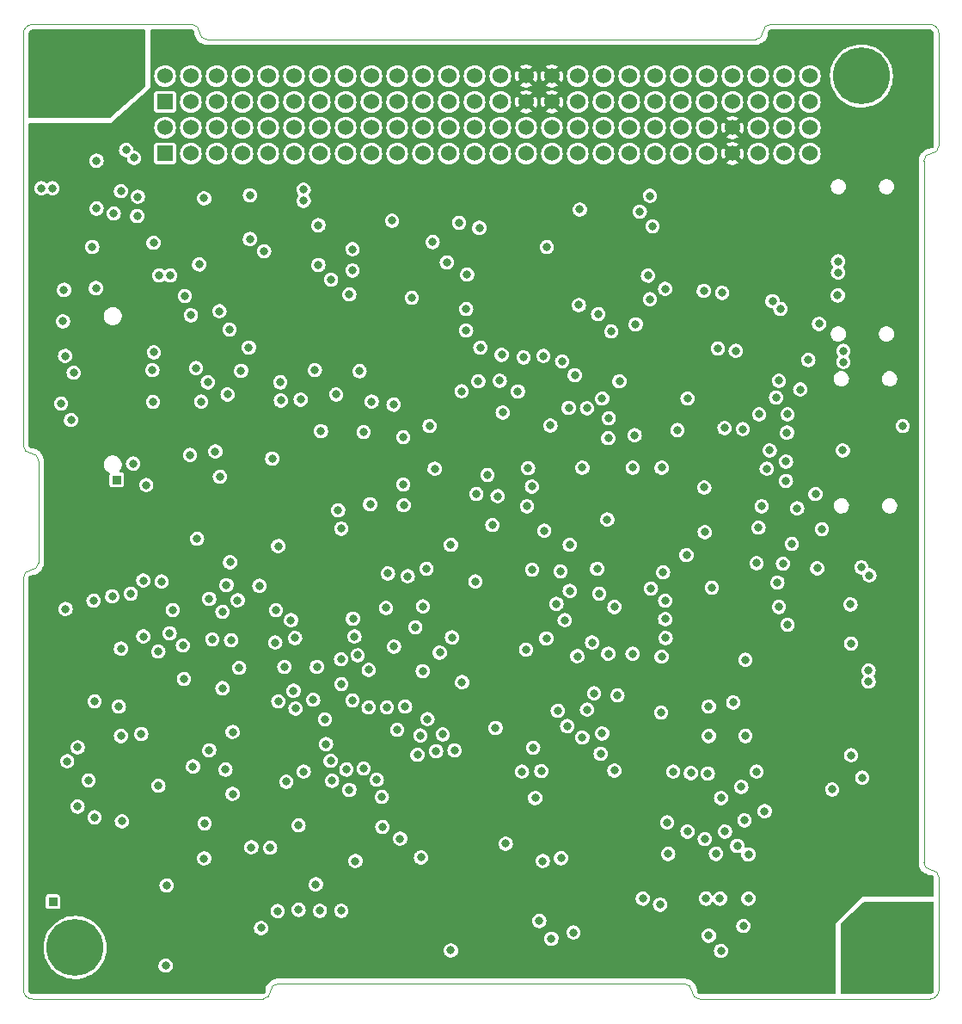
<source format=gbr>
%TF.GenerationSoftware,KiCad,Pcbnew,6.0.7-f9a2dced07~116~ubuntu20.04.1*%
%TF.CreationDate,2022-10-11T04:26:53+03:00*%
%TF.ProjectId,obc-adcs-board,6f62632d-6164-4637-932d-626f6172642e,rev?*%
%TF.SameCoordinates,PX3e2df80PY83e4a60*%
%TF.FileFunction,Copper,L2,Inr*%
%TF.FilePolarity,Positive*%
%FSLAX46Y46*%
G04 Gerber Fmt 4.6, Leading zero omitted, Abs format (unit mm)*
G04 Created by KiCad (PCBNEW 6.0.7-f9a2dced07~116~ubuntu20.04.1) date 2022-10-11 04:26:53*
%MOMM*%
%LPD*%
G01*
G04 APERTURE LIST*
%TA.AperFunction,Profile*%
%ADD10C,0.100000*%
%TD*%
%TA.AperFunction,ComponentPad*%
%ADD11C,5.600000*%
%TD*%
%TA.AperFunction,ComponentPad*%
%ADD12R,0.850000X0.850000*%
%TD*%
%TA.AperFunction,ComponentPad*%
%ADD13R,1.530000X1.530000*%
%TD*%
%TA.AperFunction,ComponentPad*%
%ADD14C,1.530000*%
%TD*%
%TA.AperFunction,ViaPad*%
%ADD15C,0.800000*%
%TD*%
G04 APERTURE END LIST*
D10*
X1600000Y43065000D02*
X1600000Y53065000D01*
X66685000Y120000D02*
X89370000Y120000D01*
X850000Y42315000D02*
G75*
G03*
X100000Y41565000I0J-750000D01*
G01*
X65935000Y870000D02*
G75*
G03*
X65185000Y1620000I-750000J0D01*
G01*
X72185000Y94510000D02*
G75*
G03*
X72935000Y95260000I0J750000D01*
G01*
X90270000Y12065000D02*
X90270000Y1020000D01*
X850000Y42315000D02*
G75*
G03*
X1600000Y43065000I0J750000D01*
G01*
X25185000Y1620000D02*
G75*
G03*
X24435000Y870000I0J-750000D01*
G01*
X18185000Y94510000D02*
X72185000Y94510000D01*
X100000Y41565000D02*
X100000Y1010000D01*
X73685000Y96010000D02*
G75*
G03*
X72935000Y95260000I0J-750000D01*
G01*
X1000000Y96010000D02*
G75*
G03*
X100000Y95110000I0J-900000D01*
G01*
X100000Y1010000D02*
G75*
G03*
X1000000Y110000I900000J0D01*
G01*
X88770000Y13565000D02*
X88770000Y82565000D01*
X90270000Y12065000D02*
G75*
G03*
X89520000Y12815000I-750000J0D01*
G01*
X89520000Y83315000D02*
G75*
G03*
X88770000Y82565000I0J-750000D01*
G01*
X88770000Y13565000D02*
G75*
G03*
X89520000Y12815000I750000J0D01*
G01*
X25185000Y1620000D02*
X65185000Y1620000D01*
X73685000Y96010000D02*
X89370000Y96010000D01*
X89520000Y83315000D02*
G75*
G03*
X90270000Y84065000I0J750000D01*
G01*
X89370000Y120000D02*
G75*
G03*
X90270000Y1020000I0J900000D01*
G01*
X1600000Y53065000D02*
G75*
G03*
X850000Y53815000I-750000J0D01*
G01*
X23685000Y120000D02*
G75*
G03*
X24435000Y870000I0J750000D01*
G01*
X90270000Y95110000D02*
G75*
G03*
X89370000Y96010000I-900000J0D01*
G01*
X17435000Y95260000D02*
G75*
G03*
X18185000Y94510000I750000J0D01*
G01*
X100000Y54565000D02*
G75*
G03*
X850000Y53815000I750000J0D01*
G01*
X1000000Y96010000D02*
X16685000Y96010000D01*
X90270000Y95110000D02*
X90270000Y84065000D01*
X100000Y95110000D02*
X100000Y54565000D01*
X17435000Y95260000D02*
G75*
G03*
X16685000Y96010000I-750000J0D01*
G01*
X23685000Y120000D02*
X1000000Y110000D01*
X65935000Y870000D02*
G75*
G03*
X66685000Y120000I750000J0D01*
G01*
D11*
%TO.N,unconnected-(H4-Pad1)*%
%TO.C,H2*%
X82630000Y90930000D03*
%TD*%
%TO.N,unconnected-(H1-Pad1)*%
%TO.C,H3*%
X5180000Y5190000D03*
%TD*%
%TO.N,AC_GND_2*%
%TO.C,H4*%
X85170000Y5210000D03*
%TD*%
%TO.N,AC_GND_1*%
%TO.C,H1*%
X8990000Y90930000D03*
%TD*%
D12*
%TO.N,/OBC module/3V3_PROT*%
%TO.C,J10*%
X3000000Y9700000D03*
%TD*%
D13*
%TO.N,CAN1-*%
%TO.C,J1*%
X14048000Y83309000D03*
D14*
%TO.N,unconnected-(J1-Pad02)*%
X14048000Y85849000D03*
%TO.N,CAN1+*%
X16588000Y83309000D03*
%TO.N,unconnected-(J1-Pad04)*%
X16588000Y85849000D03*
%TO.N,unconnected-(J1-Pad05)*%
X19128000Y83309000D03*
%TO.N,unconnected-(J1-Pad06)*%
X19128000Y85849000D03*
%TO.N,unconnected-(J1-Pad07)*%
X21668000Y83309000D03*
%TO.N,unconnected-(J1-Pad08)*%
X21668000Y85849000D03*
%TO.N,unconnected-(J1-Pad09)*%
X24208000Y83309000D03*
%TO.N,unconnected-(J1-Pad10)*%
X24208000Y85849000D03*
%TO.N,unconnected-(J1-Pad11)*%
X26748000Y83309000D03*
%TO.N,unconnected-(J1-Pad12)*%
X26748000Y85849000D03*
%TO.N,unconnected-(J1-Pad13)*%
X29288000Y83309000D03*
%TO.N,unconnected-(J1-Pad14)*%
X29288000Y85849000D03*
%TO.N,unconnected-(J1-Pad15)*%
X31828000Y83309000D03*
%TO.N,unconnected-(J1-Pad16)*%
X31828000Y85849000D03*
%TO.N,unconnected-(J1-Pad17)*%
X34368000Y83309000D03*
%TO.N,unconnected-(J1-Pad18)*%
X34368000Y85849000D03*
%TO.N,unconnected-(J1-Pad19)*%
X36908000Y83309000D03*
%TO.N,unconnected-(J1-Pad20)*%
X36908000Y85849000D03*
%TO.N,unconnected-(J1-Pad21)*%
X39448000Y83309000D03*
%TO.N,unconnected-(J1-Pad22)*%
X39448000Y85849000D03*
%TO.N,unconnected-(J1-Pad23)*%
X41988000Y83309000D03*
%TO.N,unconnected-(J1-Pad24)*%
X41988000Y85849000D03*
%TO.N,unconnected-(J1-Pad25)*%
X44528000Y83309000D03*
%TO.N,unconnected-(J1-Pad26)*%
X44528000Y85849000D03*
%TO.N,unconnected-(J1-Pad27)*%
X47068000Y83309000D03*
%TO.N,unconnected-(J1-Pad28)*%
X47068000Y85849000D03*
%TO.N,unconnected-(J1-Pad29)*%
X49608000Y83309000D03*
%TO.N,unconnected-(J1-Pad30)*%
X49608000Y85849000D03*
%TO.N,unconnected-(J1-Pad31)*%
X52148000Y83309000D03*
%TO.N,unconnected-(J1-Pad32)*%
X52148000Y85849000D03*
%TO.N,unconnected-(J1-Pad33)*%
X54688000Y83309000D03*
%TO.N,unconnected-(J1-Pad34)*%
X54688000Y85849000D03*
%TO.N,unconnected-(J1-Pad35)*%
X57228000Y83309000D03*
%TO.N,unconnected-(J1-Pad36)*%
X57228000Y85849000D03*
%TO.N,unconnected-(J1-Pad37)*%
X59768000Y83309000D03*
%TO.N,unconnected-(J1-Pad38)*%
X59768000Y85849000D03*
%TO.N,unconnected-(J1-Pad39)*%
X62308000Y83309000D03*
%TO.N,unconnected-(J1-Pad40)*%
X62308000Y85849000D03*
%TO.N,/I2C_MTQ_SDA*%
X64848000Y83309000D03*
%TO.N,unconnected-(J1-Pad42)*%
X64848000Y85849000D03*
%TO.N,/I2C_MTQ_SCK*%
X67388000Y83309000D03*
%TO.N,unconnected-(J1-Pad44)*%
X67388000Y85849000D03*
%TO.N,GND*%
X69928000Y83309000D03*
X69928000Y85849000D03*
%TO.N,/EPS_3V3_ADCS*%
X72468000Y83309000D03*
%TO.N,/EPS_3V3_SU*%
X72468000Y85849000D03*
%TO.N,/EPS_3V3_OBC*%
X75008000Y83309000D03*
%TO.N,/EPS_3V3_RW*%
X75008000Y85849000D03*
%TO.N,unconnected-(J1-Pad51)*%
X77548000Y83309000D03*
%TO.N,/EPS_5V_SU*%
X77548000Y85849000D03*
%TD*%
D13*
%TO.N,CAN2-*%
%TO.C,J2*%
X14048000Y88389000D03*
D14*
%TO.N,unconnected-(J5-Pad02)*%
X14048000Y90929000D03*
%TO.N,CAN2+*%
X16588000Y88389000D03*
%TO.N,unconnected-(J5-Pad04)*%
X16588000Y90929000D03*
%TO.N,unconnected-(J5-Pad05)*%
X19128000Y88389000D03*
%TO.N,unconnected-(J5-Pad06)*%
X19128000Y90929000D03*
%TO.N,unconnected-(J5-Pad07)*%
X21668000Y88389000D03*
%TO.N,unconnected-(J5-Pad08)*%
X21668000Y90929000D03*
%TO.N,unconnected-(J5-Pad09)*%
X24208000Y88389000D03*
%TO.N,unconnected-(J5-Pad10)*%
X24208000Y90929000D03*
%TO.N,unconnected-(J5-Pad11)*%
X26748000Y88389000D03*
%TO.N,unconnected-(J5-Pad12)*%
X26748000Y90929000D03*
%TO.N,unconnected-(J5-Pad13)*%
X29288000Y88389000D03*
%TO.N,unconnected-(J5-Pad14)*%
X29288000Y90929000D03*
%TO.N,unconnected-(J5-Pad15)*%
X31828000Y88389000D03*
%TO.N,unconnected-(J5-Pad16)*%
X31828000Y90929000D03*
%TO.N,/OBC_UART_TX*%
X34368000Y88389000D03*
%TO.N,/OBC_UART_RX*%
X34368000Y90929000D03*
%TO.N,/ADCS_UART_TX*%
X36908000Y88389000D03*
%TO.N,/ADCS_UART_RX*%
X36908000Y90929000D03*
%TO.N,unconnected-(J5-Pad21)*%
X39448000Y88389000D03*
%TO.N,unconnected-(J5-Pad22)*%
X39448000Y90929000D03*
%TO.N,unconnected-(J5-Pad23)*%
X41988000Y88389000D03*
%TO.N,unconnected-(J5-Pad24)*%
X41988000Y90929000D03*
%TO.N,unconnected-(J5-Pad25)*%
X44528000Y88389000D03*
%TO.N,unconnected-(J5-Pad26)*%
X44528000Y90929000D03*
%TO.N,unconnected-(J5-Pad27)*%
X47068000Y88389000D03*
%TO.N,unconnected-(J5-Pad28)*%
X47068000Y90929000D03*
%TO.N,GND*%
X49608000Y88389000D03*
X49608000Y90929000D03*
X52148000Y88389000D03*
X52148000Y90929000D03*
%TO.N,unconnected-(J5-Pad33)*%
X54688000Y88389000D03*
%TO.N,unconnected-(J5-Pad34)*%
X54688000Y90929000D03*
%TO.N,unconnected-(J5-Pad35)*%
X57228000Y88389000D03*
%TO.N,unconnected-(J5-Pad36)*%
X57228000Y90929000D03*
%TO.N,unconnected-(J5-Pad37)*%
X59768000Y88389000D03*
%TO.N,unconnected-(J5-Pad38)*%
X59768000Y90929000D03*
%TO.N,unconnected-(J5-Pad39)*%
X62308000Y88389000D03*
%TO.N,unconnected-(J5-Pad40)*%
X62308000Y90929000D03*
%TO.N,unconnected-(J5-Pad41)*%
X64848000Y88389000D03*
%TO.N,unconnected-(J5-Pad42)*%
X64848000Y90929000D03*
%TO.N,unconnected-(J5-Pad43)*%
X67388000Y88389000D03*
%TO.N,unconnected-(J5-Pad44)*%
X67388000Y90929000D03*
%TO.N,unconnected-(J5-Pad45)*%
X69928000Y88389000D03*
%TO.N,unconnected-(J5-Pad46)*%
X69928000Y90929000D03*
%TO.N,/EPS_5V_PANELS*%
X72468000Y88389000D03*
%TO.N,/EPS_5V_ADM*%
X72468000Y90929000D03*
%TO.N,/EPS_12V_SU*%
X75008000Y88389000D03*
%TO.N,unconnected-(J5-Pad50)*%
X75008000Y90929000D03*
%TO.N,/EPS_5V_ADM*%
X77548000Y88389000D03*
%TO.N,unconnected-(J5-Pad52)*%
X77548000Y90929000D03*
%TD*%
D12*
%TO.N,/ADCS_VDD*%
%TO.C,J18*%
X9300000Y51200000D03*
%TD*%
D15*
%TO.N,/OBC module/3V3_LCLPROT_NAND*%
X19450000Y51500000D03*
X47298620Y57825500D03*
%TO.N,GND*%
X81600000Y18700000D03*
X47600000Y16600000D03*
X25200000Y42400000D03*
X33550000Y69400000D03*
X23800000Y48100000D03*
X35150000Y8300000D03*
X10300000Y44900000D03*
X43411765Y49939356D03*
X15273056Y32773056D03*
X74800000Y16000000D03*
X48300000Y64200000D03*
X72600000Y30900000D03*
X75000000Y73800000D03*
X74950000Y75800000D03*
X11450000Y72650000D03*
X74100000Y47100000D03*
X55000000Y29900000D03*
X22300000Y41300000D03*
X33550000Y77700000D03*
X67800000Y36500000D03*
X64100000Y66400000D03*
X44800000Y44125500D03*
X67300000Y60900000D03*
X28800000Y68000000D03*
X11100000Y38500000D03*
X32650000Y60400000D03*
X81600000Y44500000D03*
X76775000Y5300000D03*
X49400000Y57800000D03*
X5200000Y81700000D03*
X65350000Y7200000D03*
X43366241Y34898540D03*
X21740000Y65430000D03*
X50254992Y38855008D03*
X75775500Y43700000D03*
X83300000Y29800000D03*
X8500000Y47300000D03*
X68000000Y37700000D03*
X81600000Y25300000D03*
X30600000Y36400000D03*
X38674500Y42600000D03*
X58700000Y56350000D03*
X6500000Y53100000D03*
X58600000Y46400000D03*
X15975980Y30075517D03*
X70750000Y69800000D03*
X46000000Y63400000D03*
X61000000Y61700000D03*
X67550000Y47900000D03*
X67687701Y33787701D03*
X28920000Y56990000D03*
X7200000Y72700000D03*
X76475000Y3800000D03*
X12950000Y65100000D03*
X59050000Y55300000D03*
X47900000Y74400000D03*
X51390000Y49199989D03*
X54600000Y8900000D03*
X29775500Y35249989D03*
X21350000Y7400000D03*
X40000000Y66900000D03*
X4100000Y65000000D03*
X16074000Y63300000D03*
X53900000Y29900000D03*
X17600000Y57000000D03*
X4100000Y68700000D03*
X24200000Y39275500D03*
X48550000Y8900000D03*
X38800000Y46400000D03*
X56250000Y57150000D03*
X29250000Y37550000D03*
X44800000Y8700000D03*
X34400000Y50350000D03*
X11300000Y36800000D03*
X48700000Y19826944D03*
X33723056Y60676944D03*
X44710000Y51560000D03*
X46650000Y73900000D03*
X38150000Y91850000D03*
X44200000Y54100000D03*
X17250000Y12500000D03*
X47100000Y24800000D03*
X66100000Y10100000D03*
X69600000Y54649500D03*
X45449500Y38925500D03*
X25000000Y48000000D03*
X41300000Y62950000D03*
X6500000Y20500000D03*
X10400000Y33050000D03*
X25800000Y67470000D03*
X33675500Y46000000D03*
X53400000Y56350000D03*
X73200000Y75000000D03*
X28900000Y70499500D03*
X6900000Y16000000D03*
X9300000Y32950000D03*
X8300000Y32700000D03*
X21700000Y18900000D03*
X62387701Y55712299D03*
X81324500Y50800000D03*
X53100000Y35700000D03*
X38000000Y89500000D03*
X80124500Y75800000D03*
X25800000Y62800000D03*
X55571636Y6503924D03*
X66500000Y71500000D03*
X39100000Y76600000D03*
X49250000Y24174500D03*
X35850000Y45750000D03*
X19500000Y50400000D03*
X64600000Y31100000D03*
X30250000Y37500000D03*
X64100000Y64200000D03*
X67100000Y56000000D03*
X23800000Y50600000D03*
X72500000Y33438030D03*
X49700000Y35800000D03*
X37600008Y72300000D03*
X80550000Y57000000D03*
X69600000Y77200000D03*
X44230000Y48000000D03*
X38400000Y16150000D03*
X24600000Y22600000D03*
X5540500Y26100000D03*
X31700000Y7400000D03*
X8300000Y42500000D03*
X40000000Y65589500D03*
X65500000Y44950000D03*
X18675500Y69800000D03*
X51500000Y37400000D03*
X15300000Y6800000D03*
X37300000Y59500000D03*
X86600000Y13600000D03*
X22150000Y66575000D03*
X63800000Y26000000D03*
X78100000Y45400000D03*
X15750000Y51550000D03*
X20700000Y27600000D03*
X60700000Y42800000D03*
X74800000Y15100000D03*
X27500000Y20000000D03*
X20150000Y32700000D03*
X19300000Y33750000D03*
X23400000Y71200000D03*
X1800000Y82700000D03*
X25875431Y53399971D03*
X45000000Y47200000D03*
X16100000Y61500000D03*
X67400000Y59500000D03*
X31600000Y14700000D03*
X7000000Y35400000D03*
X85100000Y13600000D03*
X52950000Y73250000D03*
X43373809Y36404080D03*
X53600000Y69025500D03*
X72200000Y7350000D03*
X75550000Y63250000D03*
X74600000Y49400000D03*
X16500000Y47000000D03*
X40500000Y70200000D03*
X39150000Y15450000D03*
X24700000Y32224500D03*
X22375500Y67800000D03*
X56503904Y52400000D03*
X11190000Y67560000D03*
X42000000Y69200000D03*
X8000000Y36600000D03*
X51450000Y55350000D03*
X52600000Y66300000D03*
X46350000Y28324500D03*
X66750000Y49350000D03*
X74550000Y62250000D03*
X16100000Y59900000D03*
X13100000Y18300000D03*
X73050000Y40200000D03*
X63050000Y47675500D03*
X36702141Y36857492D03*
X54900000Y67000000D03*
X73303571Y37000000D03*
X74850000Y46350000D03*
X44700000Y73700000D03*
X68200000Y43600000D03*
X64900000Y61000000D03*
X33700000Y71249511D03*
X60598056Y29001944D03*
%TO.N,/ADCS_VDD*%
X11900000Y41300000D03*
X64500000Y56100000D03*
X7300000Y77900000D03*
X44710000Y49800000D03*
X67100000Y69800000D03*
X60400000Y66500000D03*
X52000000Y56550000D03*
X69150000Y56300000D03*
X58300000Y22600000D03*
X68900000Y69600000D03*
X75775500Y44900000D03*
X44600000Y41200000D03*
X70950000Y56200000D03*
X4200000Y63400000D03*
X73300000Y52300000D03*
X36550000Y58600000D03*
X76300000Y48400000D03*
X74350000Y41100000D03*
X74500000Y38700000D03*
X31100000Y48200000D03*
X75350000Y36950000D03*
X23800000Y73700000D03*
X70000000Y29300000D03*
X65500000Y59200000D03*
X57100000Y59200000D03*
X55600000Y58250000D03*
X7240000Y70070000D03*
X77400000Y63000000D03*
X53800000Y58300000D03*
X24600000Y53300000D03*
X46600000Y26800000D03*
X61800000Y68974500D03*
X61600000Y71300000D03*
X56300000Y30200000D03*
X71500000Y10000000D03*
X63300000Y70000000D03*
X36400000Y76700000D03*
X12862299Y58862299D03*
X72800000Y48600000D03*
%TO.N,/OBC module/3V3_LCLPROT_MRAM*%
X67600000Y26000000D03*
X67600000Y28900000D03*
X62950000Y33800000D03*
%TO.N,/ADCS module/Microcontroller/MCU_VDDCORE*%
X62900000Y28300000D03*
X71200000Y33500000D03*
X45803305Y51672096D03*
X46280000Y46754500D03*
X53650000Y26975500D03*
X57700000Y55300000D03*
X72500000Y46500000D03*
X43300000Y31300000D03*
%TO.N,/OBC module/3V3_PROT*%
X57750000Y57250000D03*
X47600000Y15400000D03*
X72300000Y43000000D03*
X20700000Y26400000D03*
X17600000Y58900000D03*
X67300000Y10000000D03*
X49600000Y34500000D03*
X63100000Y42100000D03*
X9800000Y17600000D03*
X61100000Y10000000D03*
X23336186Y40776577D03*
X12950000Y63750000D03*
X19700000Y30700000D03*
X68496928Y64136036D03*
X20199500Y59600000D03*
X63300000Y39300000D03*
X51400000Y46200000D03*
X28800000Y62000000D03*
X56600000Y42450000D03*
X38350000Y69100000D03*
X60800000Y77600000D03*
X7000000Y39300000D03*
X24400000Y15000000D03*
X46800000Y49599500D03*
X18250000Y60800000D03*
X14200000Y11300000D03*
X67200000Y46050000D03*
X54400000Y61500000D03*
X20000000Y22700000D03*
X73600000Y54100000D03*
X18700000Y35500000D03*
X21537701Y61937701D03*
X20550000Y35430000D03*
X51650000Y74100000D03*
X45000000Y76000000D03*
X22300000Y64225000D03*
X45100000Y64200000D03*
X7100000Y18000000D03*
X74222701Y59300000D03*
X49200000Y22500000D03*
X39800000Y42449000D03*
X43000000Y76500000D03*
X32500000Y71800000D03*
X60100000Y52400000D03*
X67150000Y50450000D03*
X62050000Y76150000D03*
X63350000Y35650000D03*
X30900000Y59600000D03*
X50300000Y24850000D03*
X61800000Y79150000D03*
X37200000Y15900000D03*
%TO.N,/OBC module/MCU_VDDCORE*%
X36000000Y42000000D03*
X51600000Y35600000D03*
X39250000Y14050000D03*
X32800000Y13700000D03*
X20700000Y20300000D03*
X50500000Y19900000D03*
X21350000Y32700000D03*
%TO.N,ADM_PD*%
X76600000Y60100000D03*
X29400000Y56000000D03*
%TO.N,/ADCS module/MAG_FUSE*%
X11900000Y35800000D03*
X9500000Y28900000D03*
%TO.N,/EPS_3V3_OBC*%
X4100000Y69900000D03*
%TO.N,/EPS_3V3_ADCS*%
X4000000Y66800000D03*
%TO.N,/EPS_3V3_RW*%
X86700000Y56500000D03*
%TO.N,/OBC module/MEM_NAND_ENABLE_1*%
X25187701Y44687701D03*
X19000000Y54000000D03*
%TO.N,/OBC module/MEM_NAND_ENABLE_2*%
X16500000Y53650000D03*
X20450000Y43100000D03*
%TO.N,/OBC module/MEM_NAND_WR_PROTECT*%
X17200000Y45400000D03*
X26450000Y37400000D03*
%TO.N,/OBC module/MEM_D0*%
X38900000Y24150000D03*
X37700000Y28900000D03*
X63500000Y17500000D03*
%TO.N,/OBC module/MEM_D1*%
X65500000Y16600000D03*
X35900000Y28800000D03*
%TO.N,/OBC module/MEM_D2*%
X34100000Y28800000D03*
X67200000Y15850000D03*
%TO.N,/OBC module/MEM_D3*%
X32500000Y29500000D03*
X68300000Y14400000D03*
%TO.N,/OBC module/MEM_D4*%
X58600000Y30000000D03*
X38700000Y36700000D03*
%TO.N,/OBC module/MEM_D5*%
X37550000Y48700000D03*
X31375500Y33550000D03*
X31400000Y46400000D03*
X67500000Y22300000D03*
%TO.N,/OBC module/MEM_D6*%
X34250000Y48800000D03*
X37500000Y50750000D03*
X65831600Y22356199D03*
X32700000Y35800000D03*
%TO.N,/OBC module/MEM_D7*%
X64100000Y22500000D03*
X33009668Y33940332D03*
%TO.N,/OBC module/LCL_MRAM_SET*%
X61900000Y40500000D03*
X57100000Y26250000D03*
%TO.N,/OBC module/LCL_MRAM_RST*%
X63300000Y37500000D03*
X56950000Y24250000D03*
%TO.N,/OBC module/LCL_CAN_1_SET*%
X47004429Y60955706D03*
X43800000Y71400000D03*
%TO.N,/OBC module/LCL_CAN_1_RST*%
X43250000Y59925000D03*
X43700000Y65900000D03*
%TO.N,/OBC module/LCL_CAN1_OP-AMP_OUT*%
X58000000Y65800000D03*
X72550000Y57650000D03*
%TO.N,/I2C_MTQ_SDA*%
X78274500Y42500000D03*
X65400000Y43800000D03*
X37950000Y41724500D03*
%TO.N,/I2C_MTQ_SCK*%
X53900000Y40275500D03*
X24970104Y38375431D03*
X80800000Y54100000D03*
%TO.N,/OBC module/Connectors/SU_SWCLK*%
X80300000Y69350000D03*
X81549312Y38950688D03*
%TO.N,/OBC module/Connectors/SU_SWDIO*%
X81600000Y35100000D03*
X78450000Y66550000D03*
%TO.N,/ADCS_SWDIO*%
X10900000Y52800000D03*
X78729735Y46347576D03*
X14100000Y3400000D03*
%TO.N,/OBC_UART_TX*%
X3800000Y58700000D03*
X26850000Y35650000D03*
%TO.N,/OBC_UART_RX*%
X18400000Y39500000D03*
X4786638Y57093772D03*
%TO.N,/ADCS_UART_TX*%
X16600000Y67400000D03*
%TO.N,/ADCS_UART_RX*%
X16000000Y69300000D03*
%TO.N,/ADCS_SWCLK*%
X12200000Y50700000D03*
X74900000Y42950000D03*
X42200000Y4900000D03*
%TO.N,/ADCS_RESET*%
X5050000Y61750000D03*
X56800000Y40000000D03*
%TO.N,/EPS_5V_PANELS*%
X6510000Y21630000D03*
X71000000Y7300000D03*
X81600000Y24110000D03*
X54260000Y6670000D03*
%TO.N,/OBC module/MCU_SWCLK*%
X26700000Y30450000D03*
X10675000Y40000000D03*
%TO.N,/OBC module/MCU_SWDIO*%
X24900000Y35200000D03*
X13700000Y41200000D03*
%TO.N,/OBC module/ADM_DEPLOY_1*%
X75200000Y51100000D03*
X39450000Y38750000D03*
%TO.N,/OBC module/ADM_DEPLOY_2*%
X53900000Y44800000D03*
X75200000Y53000000D03*
%TO.N,/OBC module/ADM_DEPLOY_3*%
X56100000Y35200000D03*
X58300000Y38700000D03*
X41100000Y34200000D03*
X78100000Y49800000D03*
%TO.N,/OBC module/ADM_ENABLE_1*%
X42200000Y44800000D03*
X75350000Y57650000D03*
%TO.N,/OBC module/ADM_ENABLE_2*%
X75300000Y55850000D03*
X35800000Y38600000D03*
%TO.N,/OBC module/I2C_SDA_PANELS*%
X67600000Y6350000D03*
X5440000Y19060000D03*
X5440000Y24880000D03*
X79750000Y20740000D03*
X50900000Y7800000D03*
X25200000Y29400000D03*
%TO.N,/OBC module/I2C_SCK_PANELS*%
X8850000Y39750000D03*
X82700000Y21900000D03*
X52100000Y6050000D03*
X4410000Y23520000D03*
X68800000Y4850000D03*
X19700000Y38200000D03*
%TO.N,/OBC module/MCU_TRACECLK*%
X27200000Y17200000D03*
X23500000Y7100000D03*
%TO.N,/OBC module/MCU_TRACED_3*%
X26000000Y21500000D03*
X25126944Y8773056D03*
%TO.N,/OBC module/MCU_TRACED_2*%
X27200000Y8900000D03*
X27700000Y22500000D03*
%TO.N,/OBC module/MCU_TRACED_1*%
X29300000Y8800000D03*
X30500000Y21600000D03*
%TO.N,/OBC module/MCU_TRACED_0*%
X32200000Y20700000D03*
X31400000Y8800000D03*
%TO.N,/OBC module/MEM_MRAM_ENABLE*%
X62800000Y9400000D03*
X31900000Y22700000D03*
%TO.N,/OBC module/MEM_MRAM_WR_ENABLE*%
X33600000Y22800000D03*
X68700000Y10000000D03*
%TO.N,/ADCS module/Magnetometer/XINP*%
X7100000Y29400000D03*
X13400000Y21100000D03*
%TO.N,/ADCS module/Magnetometer/YINP*%
X18400000Y24600000D03*
X11700000Y26200000D03*
%TO.N,/ADCS module/Magnetometer/YINN*%
X16800000Y23000000D03*
X9700000Y26000000D03*
%TO.N,/ADCS module/I2C_SDA_SENS*%
X70250000Y63900000D03*
X74500000Y60950000D03*
X55150000Y52400000D03*
%TO.N,/ADCS module/MAG_CS*%
X15900000Y31600000D03*
X51100000Y22550000D03*
%TO.N,/ADCS module/GYR_MISO*%
X32200000Y69450000D03*
X49350000Y63250000D03*
X43700000Y68000000D03*
X30400000Y70900000D03*
X25450000Y59010000D03*
X41800000Y72600000D03*
%TO.N,/ADCS module/GYR_CS3*%
X57600000Y47300000D03*
X37500000Y55400000D03*
X40600000Y52300000D03*
X34400000Y58900000D03*
%TO.N,/ADCS module/GYR_CS2*%
X56700000Y67500000D03*
X58800000Y60900000D03*
%TO.N,/ADCS module/GYR_CS1*%
X60300000Y55600000D03*
X40100000Y56500000D03*
%TO.N,/OBC module/I2C_SDA_SENS*%
X17950000Y17400000D03*
X22550000Y15050000D03*
X17900000Y13950000D03*
%TO.N,/OBC module/LCL_PWM_CAN1*%
X44900000Y60900000D03*
X47200000Y63500000D03*
%TO.N,/OBC module/LCL_PWM_MRAM*%
X55150000Y25850000D03*
X60087299Y34087299D03*
%TO.N,/OBC module/LCL_PWM_NAND*%
X57700000Y34100000D03*
X55600000Y28600000D03*
%TO.N,/ADCS module/MAG_DRDY*%
X9700000Y34600000D03*
X36900000Y26600000D03*
%TO.N,/ADCS module/GYR_MOSI*%
X27400000Y59100000D03*
X54900000Y77800000D03*
X33200000Y61900000D03*
X53150000Y62850000D03*
X54800000Y68400000D03*
X48800000Y59900000D03*
X62950000Y52400000D03*
%TO.N,/ADCS module/GYR_SPCK*%
X29150000Y72350000D03*
X40400000Y74600000D03*
X51300000Y63400000D03*
X25400000Y60800000D03*
%TO.N,/ADCS module/MAG_SPCK*%
X28634668Y29565332D03*
X13386732Y34315109D03*
X54650000Y33850000D03*
%TO.N,/ADCS module/MAG_MOSI*%
X15800000Y34900000D03*
X53400000Y37400000D03*
X31400000Y31100000D03*
%TO.N,/ADCS module/MAG_MISO*%
X4252345Y38500000D03*
X14500000Y36100000D03*
X52600000Y39000000D03*
%TO.N,/OBC module/MEM_A20*%
X32550000Y37550000D03*
X28900000Y11400000D03*
%TO.N,/OBC module/MEM_A5*%
X35450000Y17050000D03*
X69200000Y16600000D03*
%TO.N,/OBC module/MEM_A6*%
X35400000Y20000000D03*
X70400000Y15200000D03*
%TO.N,/OBC module/MEM_A7*%
X34900000Y21700000D03*
X71500000Y14350000D03*
%TO.N,/OBC module/MEM_A8*%
X40750000Y24500000D03*
X71100000Y17700000D03*
%TO.N,/OBC module/MEM_A9*%
X73100000Y18600000D03*
X42550000Y24600000D03*
%TO.N,/OBC module/MEM_A10*%
X71200000Y26000000D03*
X34100000Y32500000D03*
%TO.N,/OBC module/MEM_A11*%
X72300000Y22500000D03*
X39887877Y27669050D03*
%TO.N,/OBC module/MEM_A12*%
X39200000Y26050000D03*
X70800000Y21000000D03*
%TO.N,/OBC module/MEM_A13*%
X68800000Y19900000D03*
X41400000Y26150000D03*
%TO.N,/OBC module/MEM_MRAM_OUT_ENABLE*%
X63600000Y14400000D03*
X29800000Y27650000D03*
%TO.N,/OBC module/MEM_A17*%
X53040000Y13980000D03*
X30350000Y23550000D03*
%TO.N,/OBC module/MEM_A18*%
X29900000Y25200000D03*
X51250000Y13700000D03*
%TO.N,/OBC module/MEM_A19*%
X52720273Y28469773D03*
X36600000Y34800000D03*
%TO.N,/ADCS module/CAN_TX_1*%
X49700000Y48600000D03*
X29150000Y76250000D03*
%TO.N,/ADCS module/CAN_RX_1*%
X50172201Y50544249D03*
X32500000Y73900000D03*
%TO.N,/ADCS module/CAN_TX_2*%
X67900000Y40600000D03*
X11300000Y77175500D03*
%TO.N,/ADCS module/CAN_RX_2*%
X6875394Y74124606D03*
X50200000Y42350000D03*
%TO.N,/ADCS module/CAN_FAULT_2*%
X33600000Y55900000D03*
X49800011Y52350000D03*
%TO.N,/ADCS module/CAN_SILENT_2*%
X53000000Y42200000D03*
X11370000Y79060000D03*
%TO.N,/OBC module/CAN_RX_2*%
X29000000Y32800000D03*
X12910498Y74524500D03*
%TO.N,/OBC module/CAN_FAULT_2*%
X20100000Y40850000D03*
X9700000Y79600000D03*
%TO.N,/OBC module/CAN_TX_1*%
X17400000Y72400000D03*
X39420000Y32380000D03*
%TO.N,/OBC module/CAN_RX_1*%
X42300000Y35700000D03*
X22400000Y74900000D03*
%TO.N,/OBC module/CAN_SILENT_1*%
X17900000Y78900000D03*
X19400000Y67800000D03*
%TO.N,/OBC module/CAN_FAULT_1*%
X22400000Y79200000D03*
X20400000Y66000000D03*
%TO.N,/OBC module/CAN_TX_2*%
X9000000Y77400000D03*
X26900000Y28700000D03*
%TO.N,/OBC module/CAN_SILENT_2*%
X7300000Y82600000D03*
X21200000Y39350000D03*
%TO.N,CAN1-*%
X73875055Y68797621D03*
X83405280Y41811091D03*
X13450000Y71304998D03*
X80849000Y63900000D03*
X27700000Y79750500D03*
%TO.N,CAN1+*%
X27700000Y78650500D03*
X80849000Y62800000D03*
X74652873Y68019803D03*
X14550000Y71304998D03*
X82627462Y42588909D03*
%TO.N,CAN2-*%
X2950000Y79900000D03*
X80325998Y71600000D03*
X10211091Y83658909D03*
X83337163Y32450000D03*
%TO.N,CAN2+*%
X1850000Y79900000D03*
X10988909Y82881091D03*
X83337163Y31350000D03*
X80325998Y72700000D03*
%TO.N,/OBC module/NRST_OBC*%
X25800000Y32800000D03*
X17100000Y62200000D03*
X12800000Y62000000D03*
X14800000Y38400000D03*
%TO.N,AC_GND_1*%
X4600000Y87400000D03*
X3200000Y87400000D03*
X6000000Y87400000D03*
%TO.N,AC_GND_2*%
X85200000Y9100000D03*
X81275000Y5200000D03*
X86500000Y9100000D03*
X81275000Y3900000D03*
%TD*%
%TA.AperFunction,Conductor*%
%TO.N,AC_GND_1*%
G36*
X12059191Y95490593D02*
G01*
X12095155Y95441093D01*
X12100000Y95410500D01*
X12100000Y89944563D01*
X12081093Y89886372D01*
X12066640Y89870453D01*
X8711775Y86899000D01*
X8628102Y86824890D01*
X8572005Y86800461D01*
X8562462Y86800000D01*
X699500Y86800000D01*
X641309Y86818907D01*
X605345Y86868407D01*
X600500Y86899000D01*
X600500Y95059681D01*
X601872Y95076106D01*
X604862Y95093876D01*
X604862Y95093880D01*
X605496Y95097646D01*
X605647Y95110000D01*
X604894Y95115258D01*
X604883Y95117187D01*
X604856Y95117602D01*
X604881Y95117604D01*
X604741Y95142216D01*
X612412Y95200478D01*
X619101Y95225440D01*
X649035Y95297708D01*
X661957Y95320090D01*
X669380Y95329764D01*
X709580Y95382153D01*
X727847Y95400420D01*
X789911Y95448044D01*
X812292Y95460965D01*
X884560Y95490899D01*
X909523Y95497588D01*
X964773Y95504862D01*
X979788Y95504687D01*
X979799Y95505563D01*
X986851Y95505477D01*
X993823Y95504391D01*
X1000820Y95505306D01*
X1000821Y95505306D01*
X1026500Y95508664D01*
X1039336Y95509500D01*
X12001000Y95509500D01*
X12059191Y95490593D01*
G37*
%TD.AperFunction*%
%TD*%
%TA.AperFunction,Conductor*%
%TO.N,AC_GND_2*%
G36*
X89728691Y9681093D02*
G01*
X89764655Y9631593D01*
X89769500Y9601000D01*
X89769500Y1066649D01*
X89768321Y1051419D01*
X89764391Y1026177D01*
X89765658Y1016488D01*
X89765647Y990731D01*
X89757588Y929522D01*
X89750899Y904560D01*
X89720965Y832292D01*
X89708044Y809911D01*
X89660420Y747847D01*
X89642153Y729580D01*
X89580090Y681957D01*
X89557708Y669035D01*
X89485440Y639101D01*
X89460477Y632412D01*
X89405227Y625138D01*
X89390212Y625313D01*
X89390201Y624437D01*
X89383149Y624523D01*
X89376177Y625609D01*
X89369180Y624694D01*
X89369179Y624694D01*
X89343500Y621336D01*
X89330664Y620500D01*
X80699000Y620500D01*
X80640809Y639407D01*
X80604845Y688907D01*
X80600000Y719500D01*
X80600000Y7457638D01*
X80618907Y7515829D01*
X80630643Y7529250D01*
X82799587Y9599606D01*
X82800000Y9600000D01*
X82871004Y9671004D01*
X82925521Y9698781D01*
X82941008Y9700000D01*
X89670500Y9700000D01*
X89728691Y9681093D01*
G37*
%TD.AperFunction*%
%TD*%
%TA.AperFunction,Conductor*%
%TO.N,GND*%
G36*
X16653582Y95508321D02*
G01*
X16678823Y95504391D01*
X16685822Y95505306D01*
X16692869Y95505220D01*
X16692869Y95505191D01*
X16714006Y95504906D01*
X16746616Y95499741D01*
X16776072Y95490170D01*
X16817680Y95468969D01*
X16842738Y95450764D01*
X16875764Y95417738D01*
X16893969Y95392680D01*
X16915170Y95351072D01*
X16924742Y95321613D01*
X16929301Y95292828D01*
X16930513Y95276128D01*
X16930476Y95273148D01*
X16929391Y95266177D01*
X16930305Y95259186D01*
X16930305Y95259184D01*
X16930959Y95254185D01*
X16931489Y95249118D01*
X16945771Y95067645D01*
X16945772Y95067641D01*
X16946076Y95063774D01*
X16992026Y94872379D01*
X16993513Y94868789D01*
X17065863Y94694120D01*
X17065866Y94694114D01*
X17067351Y94690529D01*
X17170196Y94522702D01*
X17298029Y94373029D01*
X17447702Y94245196D01*
X17547941Y94183769D01*
X17612214Y94144382D01*
X17612218Y94144380D01*
X17615529Y94142351D01*
X17619114Y94140866D01*
X17619120Y94140863D01*
X17793789Y94068513D01*
X17797379Y94067026D01*
X17801153Y94066120D01*
X17801156Y94066119D01*
X17902189Y94041863D01*
X17988774Y94021076D01*
X18081836Y94013752D01*
X18144829Y94008794D01*
X18153484Y94007727D01*
X18168870Y94005139D01*
X18168873Y94005139D01*
X18172646Y94004504D01*
X18176463Y94004457D01*
X18176467Y94004457D01*
X18179091Y94004425D01*
X18185000Y94004353D01*
X18213958Y94008500D01*
X18227992Y94009500D01*
X72134681Y94009500D01*
X72151106Y94008128D01*
X72168876Y94005138D01*
X72168880Y94005138D01*
X72172646Y94004504D01*
X72176463Y94004457D01*
X72176467Y94004457D01*
X72179032Y94004426D01*
X72185000Y94004353D01*
X72188783Y94004895D01*
X72188785Y94004895D01*
X72191680Y94005310D01*
X72201732Y94006750D01*
X72207978Y94007442D01*
X72274866Y94012706D01*
X72377357Y94020771D01*
X72377364Y94020772D01*
X72381226Y94021076D01*
X72467811Y94041863D01*
X72568844Y94066119D01*
X72568847Y94066120D01*
X72572621Y94067026D01*
X72576211Y94068513D01*
X72750880Y94140863D01*
X72750886Y94140866D01*
X72754471Y94142351D01*
X72757782Y94144380D01*
X72757786Y94144382D01*
X72822059Y94183769D01*
X72922298Y94245196D01*
X73071971Y94373029D01*
X73199804Y94522702D01*
X73302649Y94690529D01*
X73304134Y94694114D01*
X73304137Y94694120D01*
X73376487Y94868789D01*
X73377974Y94872379D01*
X73423924Y95063774D01*
X73436206Y95219829D01*
X73437273Y95228484D01*
X73439861Y95243870D01*
X73439861Y95243873D01*
X73440496Y95247646D01*
X73440647Y95260000D01*
X73440104Y95263793D01*
X73439856Y95267599D01*
X73440359Y95267632D01*
X73440538Y95291810D01*
X73445258Y95321612D01*
X73454830Y95351072D01*
X73476031Y95392680D01*
X73494236Y95417738D01*
X73527262Y95450764D01*
X73552320Y95468969D01*
X73593928Y95490170D01*
X73623388Y95499742D01*
X73652175Y95504301D01*
X73668870Y95505513D01*
X73671851Y95505477D01*
X73678823Y95504391D01*
X73685820Y95505306D01*
X73685821Y95505306D01*
X73711500Y95508664D01*
X73724336Y95509500D01*
X89323351Y95509500D01*
X89338582Y95508321D01*
X89363823Y95504391D01*
X89373512Y95505658D01*
X89399265Y95505647D01*
X89460478Y95497588D01*
X89485441Y95490899D01*
X89539056Y95468691D01*
X89557708Y95460965D01*
X89580089Y95448044D01*
X89642153Y95400420D01*
X89660420Y95382153D01*
X89694991Y95337100D01*
X89708043Y95320090D01*
X89720965Y95297708D01*
X89750899Y95225440D01*
X89757588Y95200477D01*
X89764862Y95145227D01*
X89764687Y95130212D01*
X89765563Y95130201D01*
X89765477Y95123149D01*
X89764391Y95116177D01*
X89765306Y95109180D01*
X89765306Y95109179D01*
X89768664Y95083500D01*
X89769500Y95070664D01*
X89769500Y84111649D01*
X89768321Y84096419D01*
X89764391Y84071177D01*
X89765306Y84064178D01*
X89765220Y84057131D01*
X89765191Y84057131D01*
X89764906Y84035994D01*
X89763827Y84029179D01*
X89759742Y84003386D01*
X89750170Y83973928D01*
X89728969Y83932320D01*
X89710764Y83907262D01*
X89677738Y83874236D01*
X89652680Y83856031D01*
X89611072Y83834830D01*
X89581615Y83825258D01*
X89555524Y83821126D01*
X89533109Y83820369D01*
X89532354Y83820496D01*
X89526438Y83820568D01*
X89526177Y83820609D01*
X89525915Y83820575D01*
X89520000Y83820647D01*
X89516218Y83820105D01*
X89516214Y83820105D01*
X89512725Y83819605D01*
X89503268Y83818250D01*
X89497022Y83817558D01*
X89430134Y83812294D01*
X89327643Y83804229D01*
X89327636Y83804228D01*
X89323774Y83803924D01*
X89237189Y83783137D01*
X89136156Y83758881D01*
X89136153Y83758880D01*
X89132379Y83757974D01*
X89128789Y83756487D01*
X88954120Y83684137D01*
X88954114Y83684134D01*
X88950529Y83682649D01*
X88947218Y83680620D01*
X88947214Y83680618D01*
X88914158Y83660361D01*
X88782702Y83579804D01*
X88633029Y83451971D01*
X88630495Y83449004D01*
X88539803Y83342817D01*
X88505196Y83302298D01*
X88479417Y83260230D01*
X88404731Y83138354D01*
X88402351Y83134471D01*
X88400866Y83130886D01*
X88400863Y83130880D01*
X88367443Y83050196D01*
X88327026Y82952621D01*
X88326120Y82948847D01*
X88326119Y82948844D01*
X88292639Y82809391D01*
X88281076Y82761226D01*
X88280772Y82757361D01*
X88280771Y82757356D01*
X88268180Y82597369D01*
X88267307Y82589909D01*
X88264391Y82571177D01*
X88266404Y82555785D01*
X88268664Y82538500D01*
X88269500Y82525664D01*
X88269500Y13611649D01*
X88268321Y13596419D01*
X88264391Y13571177D01*
X88265305Y13564186D01*
X88265305Y13564184D01*
X88265959Y13559185D01*
X88266489Y13554118D01*
X88280285Y13378829D01*
X88281076Y13368774D01*
X88281982Y13365001D01*
X88281982Y13365000D01*
X88317156Y13218492D01*
X88327026Y13177379D01*
X88328513Y13173789D01*
X88400863Y12999120D01*
X88400866Y12999114D01*
X88402351Y12995529D01*
X88404380Y12992218D01*
X88404382Y12992214D01*
X88443769Y12927941D01*
X88505196Y12827702D01*
X88633029Y12678029D01*
X88782702Y12550196D01*
X88882941Y12488769D01*
X88947214Y12449382D01*
X88947218Y12449380D01*
X88950529Y12447351D01*
X88954114Y12445866D01*
X88954120Y12445863D01*
X89128789Y12373513D01*
X89132379Y12372026D01*
X89136153Y12371120D01*
X89136156Y12371119D01*
X89237189Y12346863D01*
X89323774Y12326076D01*
X89416836Y12318752D01*
X89479829Y12313794D01*
X89488484Y12312727D01*
X89503872Y12310138D01*
X89503884Y12310137D01*
X89507646Y12309504D01*
X89513562Y12309432D01*
X89513823Y12309391D01*
X89514085Y12309425D01*
X89520000Y12309353D01*
X89523780Y12309894D01*
X89527597Y12310143D01*
X89527630Y12309641D01*
X89551809Y12309462D01*
X89552258Y12309391D01*
X89581612Y12304742D01*
X89611072Y12295170D01*
X89652680Y12273969D01*
X89677738Y12255764D01*
X89710764Y12222738D01*
X89728969Y12197680D01*
X89750170Y12156072D01*
X89759742Y12126612D01*
X89764301Y12097825D01*
X89765513Y12081130D01*
X89765477Y12078149D01*
X89764391Y12071177D01*
X89765306Y12064180D01*
X89765306Y12064179D01*
X89768664Y12038500D01*
X89769500Y12025664D01*
X89769500Y10299000D01*
X89750593Y10240809D01*
X89701093Y10204845D01*
X89670500Y10200000D01*
X82700000Y10200000D01*
X80100000Y7599999D01*
X80100000Y7589327D01*
X80100009Y719500D01*
X80081102Y661309D01*
X80031602Y625345D01*
X80001009Y620500D01*
X66731649Y620500D01*
X66716419Y621679D01*
X66698152Y624523D01*
X66691177Y625609D01*
X66684178Y624694D01*
X66677131Y624780D01*
X66677131Y624809D01*
X66655994Y625094D01*
X66623384Y630259D01*
X66593928Y639830D01*
X66552320Y661031D01*
X66527262Y679236D01*
X66494236Y712262D01*
X66476031Y737320D01*
X66454830Y778928D01*
X66445258Y808388D01*
X66441127Y834472D01*
X66440369Y856889D01*
X66440496Y857646D01*
X66440647Y870000D01*
X66440105Y873787D01*
X66440104Y873796D01*
X66438252Y886723D01*
X66437556Y892995D01*
X66437405Y894913D01*
X66423924Y1066226D01*
X66377974Y1257621D01*
X66376487Y1261211D01*
X66304137Y1435880D01*
X66304134Y1435886D01*
X66302649Y1439471D01*
X66199804Y1607298D01*
X66071971Y1756971D01*
X65922298Y1884804D01*
X65822059Y1946231D01*
X65757786Y1985618D01*
X65757782Y1985620D01*
X65754471Y1987649D01*
X65750886Y1989134D01*
X65750880Y1989137D01*
X65576211Y2061487D01*
X65572621Y2062974D01*
X65568847Y2063880D01*
X65568844Y2063881D01*
X65429243Y2097396D01*
X65381226Y2108924D01*
X65288164Y2116248D01*
X65225171Y2121206D01*
X65216516Y2122273D01*
X65201130Y2124861D01*
X65201127Y2124861D01*
X65197354Y2125496D01*
X65193537Y2125543D01*
X65193533Y2125543D01*
X65190909Y2125575D01*
X65185000Y2125647D01*
X65156378Y2121548D01*
X65156043Y2121500D01*
X65142008Y2120500D01*
X25235319Y2120500D01*
X25218894Y2121872D01*
X25201124Y2124862D01*
X25201120Y2124862D01*
X25197354Y2125496D01*
X25193537Y2125543D01*
X25193533Y2125543D01*
X25190968Y2125574D01*
X25185000Y2125647D01*
X25181217Y2125105D01*
X25181215Y2125105D01*
X25179519Y2124862D01*
X25168268Y2123250D01*
X25162022Y2122558D01*
X25096427Y2117396D01*
X24992643Y2109229D01*
X24992636Y2109228D01*
X24988774Y2108924D01*
X24940757Y2097396D01*
X24801156Y2063881D01*
X24801153Y2063880D01*
X24797379Y2062974D01*
X24793789Y2061487D01*
X24619120Y1989137D01*
X24619114Y1989134D01*
X24615529Y1987649D01*
X24612218Y1985620D01*
X24612214Y1985618D01*
X24547941Y1946231D01*
X24447702Y1884804D01*
X24298029Y1756971D01*
X24170196Y1607298D01*
X24067351Y1439471D01*
X24065866Y1435886D01*
X24065863Y1435880D01*
X23993513Y1261211D01*
X23992026Y1257621D01*
X23946076Y1066226D01*
X23945772Y1062361D01*
X23945771Y1062356D01*
X23933180Y902372D01*
X23932307Y894913D01*
X23931519Y889849D01*
X23931086Y887066D01*
X23929391Y876177D01*
X23930306Y869181D01*
X23930220Y862135D01*
X23930191Y862135D01*
X23929906Y840994D01*
X23926621Y820250D01*
X23924742Y808386D01*
X23915170Y778928D01*
X23893969Y737320D01*
X23875764Y712262D01*
X23842738Y679236D01*
X23817680Y661031D01*
X23776072Y639830D01*
X23746612Y630258D01*
X23717825Y625699D01*
X23701130Y624487D01*
X23698149Y624523D01*
X23691177Y625609D01*
X23658363Y621318D01*
X23645576Y620482D01*
X1046557Y610520D01*
X1031293Y611698D01*
X1006177Y615609D01*
X996488Y614342D01*
X970735Y614353D01*
X909522Y622412D01*
X884560Y629101D01*
X812292Y659035D01*
X789910Y671957D01*
X780424Y679236D01*
X727847Y719580D01*
X709580Y737847D01*
X661956Y799911D01*
X649035Y822292D01*
X619101Y894560D01*
X612412Y919523D01*
X605384Y972905D01*
X604940Y994340D01*
X605496Y997646D01*
X605647Y1010000D01*
X601500Y1038958D01*
X600500Y1052992D01*
X600500Y5233358D01*
X2074918Y5233358D01*
X2089436Y4886968D01*
X2093603Y4860053D01*
X2141722Y4549219D01*
X2142475Y4544354D01*
X2153112Y4505204D01*
X2228720Y4226923D01*
X2233375Y4209788D01*
X2234393Y4207216D01*
X2234395Y4207211D01*
X2293215Y4058649D01*
X2361001Y3887440D01*
X2362290Y3885015D01*
X2362295Y3885005D01*
X2451431Y3717366D01*
X2523765Y3581327D01*
X2532671Y3568320D01*
X2718075Y3297543D01*
X2718080Y3297537D01*
X2719636Y3295264D01*
X2721433Y3293182D01*
X2721437Y3293177D01*
X2808876Y3191878D01*
X2946173Y3032818D01*
X3200553Y2797260D01*
X3479605Y2591525D01*
X3779852Y2418177D01*
X3910788Y2360973D01*
X4051772Y2299379D01*
X4097550Y2279379D01*
X4100191Y2278561D01*
X4100195Y2278560D01*
X4426086Y2177679D01*
X4426090Y2177678D01*
X4428739Y2176858D01*
X4431465Y2176338D01*
X4724179Y2120500D01*
X4769293Y2111894D01*
X5114966Y2085296D01*
X5117718Y2085392D01*
X5117723Y2085392D01*
X5327288Y2092711D01*
X5461449Y2097396D01*
X5804424Y2148042D01*
X5807093Y2148747D01*
X5807097Y2148748D01*
X6136957Y2235900D01*
X6136960Y2235901D01*
X6139617Y2236603D01*
X6247788Y2278560D01*
X6460261Y2360973D01*
X6460270Y2360977D01*
X6462848Y2361977D01*
X6770090Y2522599D01*
X7057513Y2716468D01*
X7089755Y2743908D01*
X7319430Y2939377D01*
X7319433Y2939380D01*
X7321534Y2941168D01*
X7558863Y3193897D01*
X7573825Y3213897D01*
X7718576Y3407389D01*
X13394394Y3407389D01*
X13395049Y3401456D01*
X13395049Y3401452D01*
X13407003Y3293177D01*
X13412999Y3238865D01*
X13471266Y3079644D01*
X13474591Y3074695D01*
X13474592Y3074694D01*
X13503993Y3030941D01*
X13565830Y2938917D01*
X13691233Y2824809D01*
X13840235Y2743908D01*
X13875189Y2734738D01*
X13998464Y2702397D01*
X13998468Y2702396D01*
X14004233Y2700884D01*
X14010194Y2700790D01*
X14010197Y2700790D01*
X14088965Y2699553D01*
X14173760Y2698221D01*
X14179575Y2699553D01*
X14179577Y2699553D01*
X14333206Y2734738D01*
X14333209Y2734739D01*
X14339029Y2736072D01*
X14354610Y2743908D01*
X14457413Y2795613D01*
X14490498Y2812253D01*
X14495035Y2816128D01*
X14495038Y2816130D01*
X14614888Y2918492D01*
X14614891Y2918495D01*
X14619423Y2922366D01*
X14718361Y3060053D01*
X14772167Y3193897D01*
X14779377Y3211833D01*
X14779378Y3211835D01*
X14781601Y3217366D01*
X14783863Y3233261D01*
X14805034Y3382015D01*
X14805034Y3382021D01*
X14805490Y3385222D01*
X14805645Y3400000D01*
X14794572Y3491506D01*
X14785993Y3562398D01*
X14785992Y3562401D01*
X14785276Y3568320D01*
X14725345Y3726923D01*
X14717138Y3738865D01*
X14632692Y3861733D01*
X14629312Y3866651D01*
X14502721Y3979440D01*
X14352881Y4058776D01*
X14270661Y4079429D01*
X14194231Y4098627D01*
X14194228Y4098627D01*
X14188441Y4100081D01*
X14102841Y4100529D01*
X14024861Y4100938D01*
X14024859Y4100938D01*
X14018895Y4100969D01*
X14013099Y4099577D01*
X14013095Y4099577D01*
X13912757Y4075487D01*
X13854032Y4061388D01*
X13778701Y4022507D01*
X13708675Y3986364D01*
X13708673Y3986362D01*
X13703369Y3983625D01*
X13575604Y3872169D01*
X13572173Y3867287D01*
X13572172Y3867286D01*
X13481544Y3738335D01*
X13478113Y3733453D01*
X13416524Y3575487D01*
X13394394Y3407389D01*
X7718576Y3407389D01*
X7764881Y3469286D01*
X7764887Y3469295D01*
X7766541Y3471506D01*
X7767937Y3473886D01*
X7767942Y3473893D01*
X7916393Y3726923D01*
X7941980Y3770535D01*
X8082994Y4087256D01*
X8121046Y4207211D01*
X8186991Y4415095D01*
X8186992Y4415101D01*
X8187824Y4417722D01*
X8193001Y4443870D01*
X8254628Y4755105D01*
X8254629Y4755112D01*
X8255164Y4757814D01*
X8267724Y4907389D01*
X41494394Y4907389D01*
X41495049Y4901456D01*
X41495049Y4901452D01*
X41501086Y4846769D01*
X41512999Y4738865D01*
X41571266Y4579644D01*
X41574591Y4574695D01*
X41574592Y4574694D01*
X41593145Y4547084D01*
X41665830Y4438917D01*
X41791233Y4324809D01*
X41940235Y4243908D01*
X41994057Y4229788D01*
X42098464Y4202397D01*
X42098468Y4202396D01*
X42104233Y4200884D01*
X42110194Y4200790D01*
X42110197Y4200790D01*
X42188965Y4199553D01*
X42273760Y4198221D01*
X42279575Y4199553D01*
X42279577Y4199553D01*
X42433206Y4234738D01*
X42433209Y4234739D01*
X42439029Y4236072D01*
X42454610Y4243908D01*
X42585165Y4309571D01*
X42590498Y4312253D01*
X42595035Y4316128D01*
X42595038Y4316130D01*
X42714888Y4418492D01*
X42714891Y4418495D01*
X42719423Y4422366D01*
X42728430Y4434900D01*
X42814877Y4555204D01*
X42814878Y4555206D01*
X42818361Y4560053D01*
X42839346Y4612253D01*
X42879377Y4711833D01*
X42879378Y4711835D01*
X42881601Y4717366D01*
X42886972Y4755105D01*
X42901529Y4857389D01*
X68094394Y4857389D01*
X68095049Y4851456D01*
X68095049Y4851452D01*
X68109200Y4723273D01*
X68112999Y4688865D01*
X68171266Y4529644D01*
X68174591Y4524695D01*
X68174592Y4524694D01*
X68187689Y4505204D01*
X68265830Y4388917D01*
X68391233Y4274809D01*
X68540235Y4193908D01*
X68575189Y4184738D01*
X68698464Y4152397D01*
X68698468Y4152396D01*
X68704233Y4150884D01*
X68710194Y4150790D01*
X68710197Y4150790D01*
X68788996Y4149553D01*
X68873760Y4148221D01*
X68879575Y4149553D01*
X68879577Y4149553D01*
X69033206Y4184738D01*
X69033209Y4184739D01*
X69039029Y4186072D01*
X69054610Y4193908D01*
X69120252Y4226923D01*
X69190498Y4262253D01*
X69195035Y4266128D01*
X69195038Y4266130D01*
X69314888Y4368492D01*
X69314891Y4368495D01*
X69319423Y4372366D01*
X69355352Y4422366D01*
X69414877Y4505204D01*
X69414878Y4505206D01*
X69418361Y4510053D01*
X69481601Y4667366D01*
X69485505Y4694796D01*
X69505034Y4832015D01*
X69505034Y4832021D01*
X69505490Y4835222D01*
X69505645Y4850000D01*
X69485276Y5018320D01*
X69425345Y5176923D01*
X69419642Y5185222D01*
X69332692Y5311733D01*
X69329312Y5316651D01*
X69202721Y5429440D01*
X69052881Y5508776D01*
X68954639Y5533453D01*
X68894231Y5548627D01*
X68894228Y5548627D01*
X68888441Y5550081D01*
X68802841Y5550529D01*
X68724861Y5550938D01*
X68724859Y5550938D01*
X68718895Y5550969D01*
X68713099Y5549577D01*
X68713095Y5549577D01*
X68618738Y5526923D01*
X68554032Y5511388D01*
X68492640Y5479701D01*
X68408675Y5436364D01*
X68408673Y5436362D01*
X68403369Y5433625D01*
X68275604Y5322169D01*
X68272173Y5317287D01*
X68272172Y5317286D01*
X68213187Y5233358D01*
X68178113Y5183453D01*
X68175945Y5177892D01*
X68138187Y5081048D01*
X68116524Y5025487D01*
X68094394Y4857389D01*
X42901529Y4857389D01*
X42905034Y4882015D01*
X42905034Y4882021D01*
X42905490Y4885222D01*
X42905645Y4900000D01*
X42890651Y5023901D01*
X42885993Y5062398D01*
X42885992Y5062401D01*
X42885276Y5068320D01*
X42825345Y5226923D01*
X42820923Y5233358D01*
X42732692Y5361733D01*
X42729312Y5366651D01*
X42602721Y5479440D01*
X42452881Y5558776D01*
X42360706Y5581929D01*
X42294231Y5598627D01*
X42294228Y5598627D01*
X42288441Y5600081D01*
X42202841Y5600529D01*
X42124861Y5600938D01*
X42124859Y5600938D01*
X42118895Y5600969D01*
X42113099Y5599577D01*
X42113095Y5599577D01*
X42005703Y5573793D01*
X41954032Y5561388D01*
X41910410Y5538873D01*
X41808675Y5486364D01*
X41808673Y5486362D01*
X41803369Y5483625D01*
X41675604Y5372169D01*
X41672173Y5367287D01*
X41672172Y5367286D01*
X41640463Y5322169D01*
X41578113Y5233453D01*
X41516524Y5075487D01*
X41494394Y4907389D01*
X8267724Y4907389D01*
X8284174Y5103293D01*
X8284513Y5127540D01*
X8285361Y5188253D01*
X8285361Y5188264D01*
X8285385Y5190000D01*
X8273985Y5393908D01*
X8266186Y5533400D01*
X8266032Y5536154D01*
X8210947Y5861833D01*
X8208674Y5875274D01*
X8208674Y5875276D01*
X8208214Y5877993D01*
X8156773Y6057389D01*
X51394394Y6057389D01*
X51395049Y6051456D01*
X51395049Y6051452D01*
X51411761Y5900081D01*
X51412999Y5888865D01*
X51471266Y5729644D01*
X51474591Y5724695D01*
X51474592Y5724694D01*
X51487689Y5705204D01*
X51565830Y5588917D01*
X51691233Y5474809D01*
X51840235Y5393908D01*
X51875189Y5384738D01*
X51998464Y5352397D01*
X51998468Y5352396D01*
X52004233Y5350884D01*
X52010194Y5350790D01*
X52010197Y5350790D01*
X52088965Y5349553D01*
X52173760Y5348221D01*
X52179575Y5349553D01*
X52179577Y5349553D01*
X52333206Y5384738D01*
X52333209Y5384739D01*
X52339029Y5386072D01*
X52354610Y5393908D01*
X52430806Y5432231D01*
X52490498Y5462253D01*
X52495035Y5466128D01*
X52495038Y5466130D01*
X52614888Y5568492D01*
X52614891Y5568495D01*
X52619423Y5572366D01*
X52622904Y5577210D01*
X52714877Y5705204D01*
X52714878Y5705206D01*
X52718361Y5710053D01*
X52738268Y5759571D01*
X52779377Y5861833D01*
X52779378Y5861835D01*
X52781601Y5867366D01*
X52782442Y5873273D01*
X52805034Y6032015D01*
X52805034Y6032021D01*
X52805490Y6035222D01*
X52805645Y6050000D01*
X52788886Y6188492D01*
X52785993Y6212398D01*
X52785992Y6212401D01*
X52785276Y6218320D01*
X52725345Y6376923D01*
X52710708Y6398221D01*
X52632692Y6511733D01*
X52629312Y6516651D01*
X52502721Y6629440D01*
X52490196Y6636072D01*
X52447921Y6658455D01*
X52412161Y6677389D01*
X53554394Y6677389D01*
X53555049Y6671456D01*
X53555049Y6671452D01*
X53570200Y6534216D01*
X53572999Y6508865D01*
X53631266Y6349644D01*
X53634591Y6344695D01*
X53634592Y6344694D01*
X53647689Y6325204D01*
X53725830Y6208917D01*
X53851233Y6094809D01*
X54000235Y6013908D01*
X54033413Y6005204D01*
X54158464Y5972397D01*
X54158468Y5972396D01*
X54164233Y5970884D01*
X54170194Y5970790D01*
X54170197Y5970790D01*
X54248996Y5969553D01*
X54333760Y5968221D01*
X54339575Y5969553D01*
X54339577Y5969553D01*
X54493206Y6004738D01*
X54493209Y6004739D01*
X54499029Y6006072D01*
X54506945Y6010053D01*
X54645165Y6079571D01*
X54650498Y6082253D01*
X54655035Y6086128D01*
X54655038Y6086130D01*
X54774888Y6188492D01*
X54774891Y6188495D01*
X54779423Y6192366D01*
X54791316Y6208917D01*
X54874877Y6325204D01*
X54874878Y6325206D01*
X54878361Y6330053D01*
X54886964Y6351452D01*
X54889351Y6357389D01*
X66894394Y6357389D01*
X66895049Y6351456D01*
X66895049Y6351452D01*
X66912344Y6194796D01*
X66912999Y6188865D01*
X66971266Y6029644D01*
X66974591Y6024695D01*
X66974592Y6024694D01*
X66987689Y6005204D01*
X67065830Y5888917D01*
X67191233Y5774809D01*
X67340235Y5693908D01*
X67375189Y5684738D01*
X67498464Y5652397D01*
X67498468Y5652396D01*
X67504233Y5650884D01*
X67510194Y5650790D01*
X67510197Y5650790D01*
X67588996Y5649553D01*
X67673760Y5648221D01*
X67679575Y5649553D01*
X67679577Y5649553D01*
X67833206Y5684738D01*
X67833209Y5684739D01*
X67839029Y5686072D01*
X67854610Y5693908D01*
X67925662Y5729644D01*
X67990498Y5762253D01*
X67995035Y5766128D01*
X67995038Y5766130D01*
X68114888Y5868492D01*
X68114891Y5868495D01*
X68119423Y5872366D01*
X68122904Y5877210D01*
X68214877Y6005204D01*
X68214878Y6005206D01*
X68218361Y6010053D01*
X68235004Y6051452D01*
X68279377Y6161833D01*
X68279378Y6161835D01*
X68281601Y6167366D01*
X68285505Y6194796D01*
X68305034Y6332015D01*
X68305034Y6332021D01*
X68305490Y6335222D01*
X68305645Y6350000D01*
X68293936Y6446757D01*
X68285993Y6512398D01*
X68285992Y6512401D01*
X68285276Y6518320D01*
X68225345Y6676923D01*
X68220956Y6683310D01*
X68132692Y6811733D01*
X68129312Y6816651D01*
X68002721Y6929440D01*
X67995505Y6933261D01*
X67944903Y6960053D01*
X67852881Y7008776D01*
X67770661Y7029428D01*
X67694231Y7048627D01*
X67694228Y7048627D01*
X67688441Y7050081D01*
X67602841Y7050529D01*
X67524861Y7050938D01*
X67524859Y7050938D01*
X67518895Y7050969D01*
X67513099Y7049577D01*
X67513095Y7049577D01*
X67405703Y7023793D01*
X67354032Y7011388D01*
X67335539Y7001843D01*
X67208675Y6936364D01*
X67208673Y6936362D01*
X67203369Y6933625D01*
X67075604Y6822169D01*
X67072173Y6817287D01*
X67072172Y6817286D01*
X67023918Y6748627D01*
X66978113Y6683453D01*
X66975945Y6677892D01*
X66918983Y6531793D01*
X66916524Y6525487D01*
X66915745Y6519572D01*
X66915745Y6519571D01*
X66914801Y6512398D01*
X66894394Y6357389D01*
X54889351Y6357389D01*
X54939377Y6481833D01*
X54939378Y6481835D01*
X54941601Y6487366D01*
X54944661Y6508865D01*
X54965034Y6652015D01*
X54965034Y6652021D01*
X54965490Y6655222D01*
X54965645Y6670000D01*
X54951699Y6785244D01*
X54945993Y6832398D01*
X54945992Y6832401D01*
X54945276Y6838320D01*
X54885345Y6996923D01*
X54879119Y7005983D01*
X54800095Y7120962D01*
X54789312Y7136651D01*
X54662721Y7249440D01*
X54553274Y7307389D01*
X70294394Y7307389D01*
X70295049Y7301456D01*
X70295049Y7301452D01*
X70303825Y7221959D01*
X70312999Y7138865D01*
X70371266Y6979644D01*
X70374591Y6974695D01*
X70374592Y6974694D01*
X70387689Y6955204D01*
X70465830Y6838917D01*
X70591233Y6724809D01*
X70740235Y6643908D01*
X70774572Y6634900D01*
X70898464Y6602397D01*
X70898468Y6602396D01*
X70904233Y6600884D01*
X70910194Y6600790D01*
X70910197Y6600790D01*
X70988965Y6599553D01*
X71073760Y6598221D01*
X71079575Y6599553D01*
X71079577Y6599553D01*
X71233206Y6634738D01*
X71233209Y6634739D01*
X71239029Y6636072D01*
X71254610Y6643908D01*
X71332951Y6683310D01*
X71390498Y6712253D01*
X71395035Y6716128D01*
X71395038Y6716130D01*
X71514888Y6818492D01*
X71514891Y6818495D01*
X71519423Y6822366D01*
X71534875Y6843870D01*
X71614877Y6955204D01*
X71614878Y6955206D01*
X71618361Y6960053D01*
X71633573Y6997892D01*
X71679377Y7111833D01*
X71679378Y7111835D01*
X71681601Y7117366D01*
X71683863Y7133261D01*
X71705034Y7282015D01*
X71705034Y7282021D01*
X71705490Y7285222D01*
X71705645Y7300000D01*
X71690286Y7426923D01*
X71685993Y7462398D01*
X71685992Y7462401D01*
X71685276Y7468320D01*
X71625345Y7626923D01*
X71618367Y7637077D01*
X71532692Y7761733D01*
X71529312Y7766651D01*
X71402721Y7879440D01*
X71252881Y7958776D01*
X71159731Y7982174D01*
X71094231Y7998627D01*
X71094228Y7998627D01*
X71088441Y8000081D01*
X71002841Y8000529D01*
X70924861Y8000938D01*
X70924859Y8000938D01*
X70918895Y8000969D01*
X70913099Y7999577D01*
X70913095Y7999577D01*
X70830509Y7979749D01*
X70754032Y7961388D01*
X70678701Y7922507D01*
X70608675Y7886364D01*
X70608673Y7886362D01*
X70603369Y7883625D01*
X70475604Y7772169D01*
X70472173Y7767287D01*
X70472172Y7767286D01*
X70381770Y7638656D01*
X70378113Y7633453D01*
X70316524Y7475487D01*
X70294394Y7307389D01*
X54553274Y7307389D01*
X54512881Y7328776D01*
X54430661Y7349428D01*
X54354231Y7368627D01*
X54354228Y7368627D01*
X54348441Y7370081D01*
X54262841Y7370529D01*
X54184861Y7370938D01*
X54184859Y7370938D01*
X54178895Y7370969D01*
X54173099Y7369577D01*
X54173095Y7369577D01*
X54066022Y7343870D01*
X54014032Y7331388D01*
X53979007Y7313310D01*
X53868675Y7256364D01*
X53868673Y7256362D01*
X53863369Y7253625D01*
X53735604Y7142169D01*
X53732173Y7137287D01*
X53732172Y7137286D01*
X53670529Y7049577D01*
X53638113Y7003453D01*
X53576524Y6845487D01*
X53554394Y6677389D01*
X52412161Y6677389D01*
X52352881Y6708776D01*
X52270661Y6729428D01*
X52194231Y6748627D01*
X52194228Y6748627D01*
X52188441Y6750081D01*
X52102841Y6750529D01*
X52024861Y6750938D01*
X52024859Y6750938D01*
X52018895Y6750969D01*
X52013099Y6749577D01*
X52013095Y6749577D01*
X51926677Y6728829D01*
X51854032Y6711388D01*
X51809368Y6688335D01*
X51708675Y6636364D01*
X51708673Y6636362D01*
X51703369Y6633625D01*
X51575604Y6522169D01*
X51572173Y6517287D01*
X51572172Y6517286D01*
X51489428Y6399553D01*
X51478113Y6383453D01*
X51416524Y6225487D01*
X51415745Y6219572D01*
X51415745Y6219571D01*
X51412164Y6192366D01*
X51394394Y6057389D01*
X8156773Y6057389D01*
X8146043Y6094809D01*
X8113415Y6208598D01*
X8113414Y6208602D01*
X8112652Y6211258D01*
X7980537Y6531793D01*
X7923943Y6634738D01*
X7822923Y6818492D01*
X7813516Y6835603D01*
X7811922Y6837863D01*
X7621793Y7107389D01*
X22794394Y7107389D01*
X22795049Y7101456D01*
X22795049Y7101452D01*
X22808497Y6979644D01*
X22812999Y6938865D01*
X22871266Y6779644D01*
X22874591Y6774695D01*
X22874592Y6774694D01*
X22891131Y6750081D01*
X22965830Y6638917D01*
X23091233Y6524809D01*
X23240235Y6443908D01*
X23275189Y6434738D01*
X23398464Y6402397D01*
X23398468Y6402396D01*
X23404233Y6400884D01*
X23410194Y6400790D01*
X23410197Y6400790D01*
X23488965Y6399553D01*
X23573760Y6398221D01*
X23579575Y6399553D01*
X23579577Y6399553D01*
X23733206Y6434738D01*
X23733209Y6434739D01*
X23739029Y6436072D01*
X23754610Y6443908D01*
X23814763Y6474162D01*
X23890498Y6512253D01*
X23895035Y6516128D01*
X23895038Y6516130D01*
X24014888Y6618492D01*
X24014891Y6618495D01*
X24019423Y6622366D01*
X24026512Y6632231D01*
X24114877Y6755204D01*
X24114878Y6755206D01*
X24118361Y6760053D01*
X24139137Y6811733D01*
X24179377Y6911833D01*
X24179378Y6911835D01*
X24181601Y6917366D01*
X24182755Y6925472D01*
X24205034Y7082015D01*
X24205034Y7082021D01*
X24205490Y7085222D01*
X24205645Y7100000D01*
X24194792Y7189686D01*
X24185993Y7262398D01*
X24185992Y7262401D01*
X24185276Y7268320D01*
X24125345Y7426923D01*
X24102576Y7460053D01*
X24032692Y7561733D01*
X24029312Y7566651D01*
X23902721Y7679440D01*
X23752881Y7758776D01*
X23660364Y7782015D01*
X23594231Y7798627D01*
X23594228Y7798627D01*
X23588441Y7800081D01*
X23502841Y7800529D01*
X23424861Y7800938D01*
X23424859Y7800938D01*
X23418895Y7800969D01*
X23413099Y7799577D01*
X23413095Y7799577D01*
X23315277Y7776092D01*
X23254032Y7761388D01*
X23178700Y7722506D01*
X23108675Y7686364D01*
X23108673Y7686362D01*
X23103369Y7683625D01*
X22975604Y7572169D01*
X22972173Y7567287D01*
X22972172Y7567286D01*
X22898456Y7462398D01*
X22878113Y7433453D01*
X22875945Y7427892D01*
X22820320Y7285222D01*
X22816524Y7275487D01*
X22815745Y7269572D01*
X22815745Y7269571D01*
X22810737Y7231526D01*
X22794394Y7107389D01*
X7621793Y7107389D01*
X7615259Y7116651D01*
X7615255Y7116655D01*
X7613670Y7118903D01*
X7383490Y7378161D01*
X7381441Y7380006D01*
X7381437Y7380010D01*
X7174150Y7566651D01*
X7125846Y7610144D01*
X6922140Y7755983D01*
X6850337Y7807389D01*
X50194394Y7807389D01*
X50195049Y7801456D01*
X50195049Y7801452D01*
X50210988Y7657077D01*
X50212999Y7638865D01*
X50271266Y7479644D01*
X50274591Y7474695D01*
X50274592Y7474694D01*
X50287689Y7455204D01*
X50365830Y7338917D01*
X50491233Y7224809D01*
X50640235Y7143908D01*
X50699680Y7128313D01*
X50798464Y7102397D01*
X50798468Y7102396D01*
X50804233Y7100884D01*
X50810194Y7100790D01*
X50810197Y7100790D01*
X50888996Y7099553D01*
X50973760Y7098221D01*
X50979575Y7099553D01*
X50979577Y7099553D01*
X51133206Y7134738D01*
X51133209Y7134739D01*
X51139029Y7136072D01*
X51144583Y7138865D01*
X51285165Y7209571D01*
X51290498Y7212253D01*
X51295035Y7216128D01*
X51295038Y7216130D01*
X51414888Y7318492D01*
X51414891Y7318495D01*
X51419423Y7322366D01*
X51452665Y7368627D01*
X51514877Y7455204D01*
X51514878Y7455206D01*
X51518361Y7460053D01*
X51521685Y7468320D01*
X51579377Y7611833D01*
X51579378Y7611835D01*
X51581601Y7617366D01*
X51583420Y7630144D01*
X51605034Y7782015D01*
X51605034Y7782021D01*
X51605490Y7785222D01*
X51605645Y7800000D01*
X51586769Y7955983D01*
X51585993Y7962398D01*
X51585992Y7962401D01*
X51585276Y7968320D01*
X51525345Y8126923D01*
X51513672Y8143908D01*
X51432692Y8261733D01*
X51429312Y8266651D01*
X51302721Y8379440D01*
X51152881Y8458776D01*
X51047509Y8485244D01*
X50994231Y8498627D01*
X50994228Y8498627D01*
X50988441Y8500081D01*
X50902841Y8500529D01*
X50824861Y8500938D01*
X50824859Y8500938D01*
X50818895Y8500969D01*
X50813099Y8499577D01*
X50813095Y8499577D01*
X50730072Y8479644D01*
X50654032Y8461388D01*
X50589848Y8428260D01*
X50508675Y8386364D01*
X50508673Y8386362D01*
X50503369Y8383625D01*
X50375604Y8272169D01*
X50372173Y8267287D01*
X50372172Y8267286D01*
X50281544Y8138335D01*
X50278113Y8133453D01*
X50216524Y7975487D01*
X50194394Y7807389D01*
X6850337Y7807389D01*
X6846203Y7810349D01*
X6846198Y7810352D01*
X6843948Y7811963D01*
X6710824Y7886364D01*
X6543733Y7979749D01*
X6543724Y7979753D01*
X6541311Y7981102D01*
X6221706Y8115451D01*
X5889117Y8213337D01*
X5614651Y8261733D01*
X5550408Y8273061D01*
X5550403Y8273062D01*
X5547690Y8273540D01*
X5201680Y8295309D01*
X5198919Y8295174D01*
X5198915Y8295174D01*
X4903713Y8280736D01*
X4855399Y8278373D01*
X4513164Y8222943D01*
X4179241Y8129710D01*
X4104600Y8099553D01*
X3860352Y8000871D01*
X3860348Y8000869D01*
X3857791Y7999836D01*
X3855367Y7998525D01*
X3855362Y7998523D01*
X3555251Y7836254D01*
X3555242Y7836249D01*
X3552822Y7834940D01*
X3550560Y7833368D01*
X3550557Y7833366D01*
X3345807Y7691061D01*
X3268134Y7637077D01*
X3007276Y7408713D01*
X3005415Y7406675D01*
X3005414Y7406674D01*
X2948066Y7343870D01*
X2773499Y7152694D01*
X2569717Y6872213D01*
X2398470Y6570763D01*
X2397381Y6568221D01*
X2397377Y6568214D01*
X2319018Y6385387D01*
X2261893Y6252104D01*
X2261097Y6249469D01*
X2261096Y6249465D01*
X2243857Y6192366D01*
X2161687Y5920207D01*
X2161190Y5917499D01*
X2161189Y5917495D01*
X2100147Y5584900D01*
X2099102Y5579208D01*
X2097065Y5550081D01*
X2076317Y5253358D01*
X2074918Y5233358D01*
X600500Y5233358D01*
X600500Y8780445D01*
X24421338Y8780445D01*
X24421993Y8774512D01*
X24421993Y8774508D01*
X24436968Y8638865D01*
X24439943Y8611921D01*
X24498210Y8452700D01*
X24501535Y8447751D01*
X24501536Y8447750D01*
X24514633Y8428260D01*
X24592774Y8311973D01*
X24668637Y8242943D01*
X24701174Y8213337D01*
X24718177Y8197865D01*
X24867179Y8116964D01*
X24902133Y8107794D01*
X25025408Y8075453D01*
X25025412Y8075452D01*
X25031177Y8073940D01*
X25037138Y8073846D01*
X25037141Y8073846D01*
X25115940Y8072609D01*
X25200704Y8071277D01*
X25206519Y8072609D01*
X25206521Y8072609D01*
X25360150Y8107794D01*
X25360153Y8107795D01*
X25365973Y8109128D01*
X25376424Y8114384D01*
X25512109Y8182627D01*
X25517442Y8185309D01*
X25521979Y8189184D01*
X25521982Y8189186D01*
X25641832Y8291548D01*
X25641835Y8291551D01*
X25646367Y8295422D01*
X25658260Y8311973D01*
X25741821Y8428260D01*
X25741822Y8428262D01*
X25745305Y8433109D01*
X25749647Y8443908D01*
X25806321Y8584889D01*
X25806322Y8584891D01*
X25808545Y8590422D01*
X25810807Y8606317D01*
X25831978Y8755071D01*
X25831978Y8755077D01*
X25832434Y8758278D01*
X25832589Y8773056D01*
X25821736Y8862742D01*
X25816333Y8907389D01*
X26494394Y8907389D01*
X26495049Y8901456D01*
X26495049Y8901452D01*
X26508497Y8779644D01*
X26512999Y8738865D01*
X26571266Y8579644D01*
X26574591Y8574695D01*
X26574592Y8574694D01*
X26587689Y8555204D01*
X26665830Y8438917D01*
X26723585Y8386364D01*
X26775729Y8338917D01*
X26791233Y8324809D01*
X26796482Y8321959D01*
X26805752Y8316926D01*
X26940235Y8243908D01*
X26997713Y8228829D01*
X27098464Y8202397D01*
X27098468Y8202396D01*
X27104233Y8200884D01*
X27110194Y8200790D01*
X27110197Y8200790D01*
X27188965Y8199553D01*
X27273760Y8198221D01*
X27279575Y8199553D01*
X27279577Y8199553D01*
X27433206Y8234738D01*
X27433209Y8234739D01*
X27439029Y8236072D01*
X27452691Y8242943D01*
X27523404Y8278508D01*
X27590498Y8312253D01*
X27595035Y8316128D01*
X27595038Y8316130D01*
X27714888Y8418492D01*
X27714891Y8418495D01*
X27719423Y8422366D01*
X27722904Y8427210D01*
X27814877Y8555204D01*
X27814878Y8555206D01*
X27818361Y8560053D01*
X27830570Y8590422D01*
X27879377Y8711833D01*
X27879378Y8711835D01*
X27881601Y8717366D01*
X27883863Y8733261D01*
X27894413Y8807389D01*
X28594394Y8807389D01*
X28595049Y8801456D01*
X28595049Y8801452D01*
X28606446Y8698221D01*
X28612999Y8638865D01*
X28671266Y8479644D01*
X28674591Y8474695D01*
X28674592Y8474694D01*
X28702536Y8433109D01*
X28765830Y8338917D01*
X28891233Y8224809D01*
X28896482Y8221959D01*
X28914358Y8212253D01*
X29040235Y8143908D01*
X29086224Y8131843D01*
X29198464Y8102397D01*
X29198468Y8102396D01*
X29204233Y8100884D01*
X29210194Y8100790D01*
X29210197Y8100790D01*
X29288965Y8099553D01*
X29373760Y8098221D01*
X29379575Y8099553D01*
X29379577Y8099553D01*
X29533206Y8134738D01*
X29533209Y8134739D01*
X29539029Y8136072D01*
X29554610Y8143908D01*
X29656224Y8195015D01*
X29690498Y8212253D01*
X29695035Y8216128D01*
X29695038Y8216130D01*
X29814888Y8318492D01*
X29814891Y8318495D01*
X29819423Y8322366D01*
X29834875Y8343870D01*
X29914877Y8455204D01*
X29914878Y8455206D01*
X29918361Y8460053D01*
X29934453Y8500081D01*
X29979377Y8611833D01*
X29979378Y8611835D01*
X29981601Y8617366D01*
X29985505Y8644796D01*
X30005034Y8782015D01*
X30005034Y8782021D01*
X30005490Y8785222D01*
X30005645Y8800000D01*
X30004751Y8807389D01*
X30694394Y8807389D01*
X30695049Y8801456D01*
X30695049Y8801452D01*
X30706446Y8698221D01*
X30712999Y8638865D01*
X30771266Y8479644D01*
X30774591Y8474695D01*
X30774592Y8474694D01*
X30802536Y8433109D01*
X30865830Y8338917D01*
X30991233Y8224809D01*
X30996482Y8221959D01*
X31014358Y8212253D01*
X31140235Y8143908D01*
X31186224Y8131843D01*
X31298464Y8102397D01*
X31298468Y8102396D01*
X31304233Y8100884D01*
X31310194Y8100790D01*
X31310197Y8100790D01*
X31388965Y8099553D01*
X31473760Y8098221D01*
X31479575Y8099553D01*
X31479577Y8099553D01*
X31633206Y8134738D01*
X31633209Y8134739D01*
X31639029Y8136072D01*
X31654610Y8143908D01*
X31756224Y8195015D01*
X31790498Y8212253D01*
X31795035Y8216128D01*
X31795038Y8216130D01*
X31914888Y8318492D01*
X31914891Y8318495D01*
X31919423Y8322366D01*
X31934875Y8343870D01*
X32014877Y8455204D01*
X32014878Y8455206D01*
X32018361Y8460053D01*
X32034453Y8500081D01*
X32079377Y8611833D01*
X32079378Y8611835D01*
X32081601Y8617366D01*
X32085505Y8644796D01*
X32105034Y8782015D01*
X32105034Y8782021D01*
X32105490Y8785222D01*
X32105645Y8800000D01*
X32093155Y8903211D01*
X32085993Y8962398D01*
X32085992Y8962401D01*
X32085276Y8968320D01*
X32025345Y9126923D01*
X31956617Y9226923D01*
X31932692Y9261733D01*
X31929312Y9266651D01*
X31802721Y9379440D01*
X31652881Y9458776D01*
X31559504Y9482231D01*
X31494231Y9498627D01*
X31494228Y9498627D01*
X31488441Y9500081D01*
X31402841Y9500529D01*
X31324861Y9500938D01*
X31324859Y9500938D01*
X31318895Y9500969D01*
X31313099Y9499577D01*
X31313095Y9499577D01*
X31240847Y9482231D01*
X31154032Y9461388D01*
X31096522Y9431705D01*
X31008675Y9386364D01*
X31008673Y9386362D01*
X31003369Y9383625D01*
X30875604Y9272169D01*
X30872173Y9267287D01*
X30872172Y9267286D01*
X30837088Y9217366D01*
X30778113Y9133453D01*
X30769048Y9110203D01*
X30735073Y9023061D01*
X30716524Y8975487D01*
X30694394Y8807389D01*
X30004751Y8807389D01*
X29993155Y8903211D01*
X29985993Y8962398D01*
X29985992Y8962401D01*
X29985276Y8968320D01*
X29925345Y9126923D01*
X29856617Y9226923D01*
X29832692Y9261733D01*
X29829312Y9266651D01*
X29702721Y9379440D01*
X29552881Y9458776D01*
X29459504Y9482231D01*
X29394231Y9498627D01*
X29394228Y9498627D01*
X29388441Y9500081D01*
X29302841Y9500529D01*
X29224861Y9500938D01*
X29224859Y9500938D01*
X29218895Y9500969D01*
X29213099Y9499577D01*
X29213095Y9499577D01*
X29140847Y9482231D01*
X29054032Y9461388D01*
X28996522Y9431705D01*
X28908675Y9386364D01*
X28908673Y9386362D01*
X28903369Y9383625D01*
X28775604Y9272169D01*
X28772173Y9267287D01*
X28772172Y9267286D01*
X28737088Y9217366D01*
X28678113Y9133453D01*
X28669048Y9110203D01*
X28635073Y9023061D01*
X28616524Y8975487D01*
X28594394Y8807389D01*
X27894413Y8807389D01*
X27905034Y8882015D01*
X27905034Y8882021D01*
X27905490Y8885222D01*
X27905645Y8900000D01*
X27891202Y9019350D01*
X27885993Y9062398D01*
X27885992Y9062401D01*
X27885276Y9068320D01*
X27825345Y9226923D01*
X27821017Y9233221D01*
X27741768Y9348528D01*
X27729312Y9366651D01*
X27602721Y9479440D01*
X27452881Y9558776D01*
X27364214Y9581048D01*
X27294231Y9598627D01*
X27294228Y9598627D01*
X27288441Y9600081D01*
X27202841Y9600529D01*
X27124861Y9600938D01*
X27124859Y9600938D01*
X27118895Y9600969D01*
X27113099Y9599577D01*
X27113095Y9599577D01*
X27012757Y9575487D01*
X26954032Y9561388D01*
X26887813Y9527210D01*
X26808675Y9486364D01*
X26808673Y9486362D01*
X26803369Y9483625D01*
X26675604Y9372169D01*
X26672173Y9367287D01*
X26672172Y9367286D01*
X26581544Y9238335D01*
X26578113Y9233453D01*
X26575772Y9227449D01*
X26520320Y9085222D01*
X26516524Y9075487D01*
X26494394Y8907389D01*
X25816333Y8907389D01*
X25812937Y8935454D01*
X25812936Y8935457D01*
X25812220Y8941376D01*
X25752289Y9099979D01*
X25747197Y9107389D01*
X25659636Y9234789D01*
X25656256Y9239707D01*
X25529665Y9352496D01*
X25512643Y9361509D01*
X25485100Y9376092D01*
X25379825Y9431832D01*
X25283677Y9455983D01*
X25221175Y9471683D01*
X25221172Y9471683D01*
X25215385Y9473137D01*
X25129785Y9473585D01*
X25051805Y9473994D01*
X25051803Y9473994D01*
X25045839Y9474025D01*
X25040043Y9472633D01*
X25040039Y9472633D01*
X24970690Y9455983D01*
X24880976Y9434444D01*
X24828558Y9407389D01*
X24735619Y9359420D01*
X24735617Y9359418D01*
X24730313Y9356681D01*
X24602548Y9245225D01*
X24599117Y9240343D01*
X24599116Y9240342D01*
X24522862Y9131843D01*
X24505057Y9106509D01*
X24495130Y9081048D01*
X24451667Y8969571D01*
X24443468Y8948543D01*
X24442689Y8942628D01*
X24442689Y8942627D01*
X24440022Y8922366D01*
X24421338Y8780445D01*
X600500Y8780445D01*
X600500Y9230354D01*
X2274500Y9230354D01*
X2277618Y9204154D01*
X2323061Y9101847D01*
X2329529Y9095390D01*
X2329530Y9095389D01*
X2359379Y9065592D01*
X2402287Y9022759D01*
X2410645Y9019064D01*
X2497864Y8980504D01*
X2497866Y8980504D01*
X2504673Y8977494D01*
X2512067Y8976632D01*
X2527378Y8974847D01*
X2530354Y8974500D01*
X3469646Y8974500D01*
X3487561Y8976632D01*
X3488469Y8976740D01*
X3488470Y8976740D01*
X3495846Y8977618D01*
X3598153Y9023061D01*
X3677241Y9102287D01*
X3722506Y9204673D01*
X3725500Y9230354D01*
X3725500Y10007389D01*
X60394394Y10007389D01*
X60395049Y10001456D01*
X60395049Y10001452D01*
X60400619Y9950999D01*
X60412999Y9838865D01*
X60471266Y9679644D01*
X60474591Y9674695D01*
X60474592Y9674694D01*
X60485025Y9659168D01*
X60565830Y9538917D01*
X60691233Y9424809D01*
X60840235Y9343908D01*
X60875189Y9334738D01*
X60998464Y9302397D01*
X60998468Y9302396D01*
X61004233Y9300884D01*
X61010194Y9300790D01*
X61010197Y9300790D01*
X61088996Y9299553D01*
X61173760Y9298221D01*
X61179575Y9299553D01*
X61179577Y9299553D01*
X61333206Y9334738D01*
X61333209Y9334739D01*
X61339029Y9336072D01*
X61354610Y9343908D01*
X61430806Y9382231D01*
X61480827Y9407389D01*
X62094394Y9407389D01*
X62095049Y9401456D01*
X62095049Y9401452D01*
X62106446Y9298221D01*
X62112999Y9238865D01*
X62171266Y9079644D01*
X62174591Y9074695D01*
X62174592Y9074694D01*
X62187689Y9055204D01*
X62265830Y8938917D01*
X62391233Y8824809D01*
X62540235Y8743908D01*
X62575189Y8734738D01*
X62698464Y8702397D01*
X62698468Y8702396D01*
X62704233Y8700884D01*
X62710194Y8700790D01*
X62710197Y8700790D01*
X62788996Y8699553D01*
X62873760Y8698221D01*
X62879575Y8699553D01*
X62879577Y8699553D01*
X63033206Y8734738D01*
X63033209Y8734739D01*
X63039029Y8736072D01*
X63044583Y8738865D01*
X63143181Y8788455D01*
X63190498Y8812253D01*
X63195035Y8816128D01*
X63195038Y8816130D01*
X63314888Y8918492D01*
X63314891Y8918495D01*
X63319423Y8922366D01*
X63334875Y8943870D01*
X63414877Y9055204D01*
X63414878Y9055206D01*
X63418361Y9060053D01*
X63421685Y9068320D01*
X63479377Y9211833D01*
X63479378Y9211835D01*
X63481601Y9217366D01*
X63483099Y9227892D01*
X63505034Y9382015D01*
X63505034Y9382021D01*
X63505490Y9385222D01*
X63505645Y9400000D01*
X63486769Y9555983D01*
X63485993Y9562398D01*
X63485992Y9562401D01*
X63485276Y9568320D01*
X63425345Y9726923D01*
X63329312Y9866651D01*
X63202721Y9979440D01*
X63149934Y10007389D01*
X66594394Y10007389D01*
X66595049Y10001456D01*
X66595049Y10001452D01*
X66600619Y9950999D01*
X66612999Y9838865D01*
X66671266Y9679644D01*
X66674591Y9674695D01*
X66674592Y9674694D01*
X66685025Y9659168D01*
X66765830Y9538917D01*
X66891233Y9424809D01*
X67040235Y9343908D01*
X67075189Y9334738D01*
X67198464Y9302397D01*
X67198468Y9302396D01*
X67204233Y9300884D01*
X67210194Y9300790D01*
X67210197Y9300790D01*
X67288996Y9299553D01*
X67373760Y9298221D01*
X67379575Y9299553D01*
X67379577Y9299553D01*
X67533206Y9334738D01*
X67533209Y9334739D01*
X67539029Y9336072D01*
X67554610Y9343908D01*
X67630806Y9382231D01*
X67690498Y9412253D01*
X67695035Y9416128D01*
X67695038Y9416130D01*
X67814888Y9518492D01*
X67814891Y9518495D01*
X67819423Y9522366D01*
X67918361Y9660053D01*
X67919593Y9659168D01*
X67958944Y9696128D01*
X68019646Y9703802D01*
X68073266Y9674331D01*
X68083276Y9661771D01*
X68085025Y9659168D01*
X68165830Y9538917D01*
X68291233Y9424809D01*
X68440235Y9343908D01*
X68475189Y9334738D01*
X68598464Y9302397D01*
X68598468Y9302396D01*
X68604233Y9300884D01*
X68610194Y9300790D01*
X68610197Y9300790D01*
X68688996Y9299553D01*
X68773760Y9298221D01*
X68779575Y9299553D01*
X68779577Y9299553D01*
X68933206Y9334738D01*
X68933209Y9334739D01*
X68939029Y9336072D01*
X68954610Y9343908D01*
X69030806Y9382231D01*
X69090498Y9412253D01*
X69095035Y9416128D01*
X69095038Y9416130D01*
X69214888Y9518492D01*
X69214891Y9518495D01*
X69219423Y9522366D01*
X69251245Y9566651D01*
X69314877Y9655204D01*
X69314878Y9655206D01*
X69318361Y9660053D01*
X69345633Y9727892D01*
X69379377Y9811833D01*
X69379378Y9811835D01*
X69381601Y9817366D01*
X69385505Y9844796D01*
X69405034Y9982015D01*
X69405034Y9982021D01*
X69405490Y9985222D01*
X69405645Y10000000D01*
X69404751Y10007389D01*
X70794394Y10007389D01*
X70795049Y10001456D01*
X70795049Y10001452D01*
X70800619Y9950999D01*
X70812999Y9838865D01*
X70871266Y9679644D01*
X70874591Y9674695D01*
X70874592Y9674694D01*
X70885025Y9659168D01*
X70965830Y9538917D01*
X71091233Y9424809D01*
X71240235Y9343908D01*
X71275189Y9334738D01*
X71398464Y9302397D01*
X71398468Y9302396D01*
X71404233Y9300884D01*
X71410194Y9300790D01*
X71410197Y9300790D01*
X71488996Y9299553D01*
X71573760Y9298221D01*
X71579575Y9299553D01*
X71579577Y9299553D01*
X71733206Y9334738D01*
X71733209Y9334739D01*
X71739029Y9336072D01*
X71754610Y9343908D01*
X71830806Y9382231D01*
X71890498Y9412253D01*
X71895035Y9416128D01*
X71895038Y9416130D01*
X72014888Y9518492D01*
X72014891Y9518495D01*
X72019423Y9522366D01*
X72051245Y9566651D01*
X72114877Y9655204D01*
X72114878Y9655206D01*
X72118361Y9660053D01*
X72145633Y9727892D01*
X72179377Y9811833D01*
X72179378Y9811835D01*
X72181601Y9817366D01*
X72185505Y9844796D01*
X72205034Y9982015D01*
X72205034Y9982021D01*
X72205490Y9985222D01*
X72205645Y10000000D01*
X72185276Y10168320D01*
X72125345Y10326923D01*
X72118512Y10336866D01*
X72032692Y10461733D01*
X72029312Y10466651D01*
X71902721Y10579440D01*
X71752881Y10658776D01*
X71670661Y10679429D01*
X71594231Y10698627D01*
X71594228Y10698627D01*
X71588441Y10700081D01*
X71502841Y10700529D01*
X71424861Y10700938D01*
X71424859Y10700938D01*
X71418895Y10700969D01*
X71413099Y10699577D01*
X71413095Y10699577D01*
X71305703Y10673793D01*
X71254032Y10661388D01*
X71204983Y10636072D01*
X71108675Y10586364D01*
X71108673Y10586362D01*
X71103369Y10583625D01*
X70975604Y10472169D01*
X70972173Y10467287D01*
X70972172Y10467286D01*
X70908888Y10377241D01*
X70878113Y10333453D01*
X70861092Y10289797D01*
X70821377Y10187933D01*
X70816524Y10175487D01*
X70815745Y10169572D01*
X70815745Y10169571D01*
X70815369Y10166716D01*
X70794394Y10007389D01*
X69404751Y10007389D01*
X69385276Y10168320D01*
X69325345Y10326923D01*
X69318512Y10336866D01*
X69232692Y10461733D01*
X69229312Y10466651D01*
X69102721Y10579440D01*
X68952881Y10658776D01*
X68870661Y10679429D01*
X68794231Y10698627D01*
X68794228Y10698627D01*
X68788441Y10700081D01*
X68702841Y10700529D01*
X68624861Y10700938D01*
X68624859Y10700938D01*
X68618895Y10700969D01*
X68613099Y10699577D01*
X68613095Y10699577D01*
X68505703Y10673793D01*
X68454032Y10661388D01*
X68404983Y10636072D01*
X68308675Y10586364D01*
X68308673Y10586362D01*
X68303369Y10583625D01*
X68175604Y10472169D01*
X68172173Y10467287D01*
X68172172Y10467286D01*
X68168269Y10461733D01*
X68108676Y10376939D01*
X68080512Y10336866D01*
X68031583Y10300129D01*
X67970405Y10299167D01*
X67917927Y10337716D01*
X67917502Y10338335D01*
X67829312Y10466651D01*
X67702721Y10579440D01*
X67552881Y10658776D01*
X67470661Y10679429D01*
X67394231Y10698627D01*
X67394228Y10698627D01*
X67388441Y10700081D01*
X67302841Y10700529D01*
X67224861Y10700938D01*
X67224859Y10700938D01*
X67218895Y10700969D01*
X67213099Y10699577D01*
X67213095Y10699577D01*
X67105703Y10673793D01*
X67054032Y10661388D01*
X67004983Y10636072D01*
X66908675Y10586364D01*
X66908673Y10586362D01*
X66903369Y10583625D01*
X66775604Y10472169D01*
X66772173Y10467287D01*
X66772172Y10467286D01*
X66708888Y10377241D01*
X66678113Y10333453D01*
X66661092Y10289797D01*
X66621377Y10187933D01*
X66616524Y10175487D01*
X66615745Y10169572D01*
X66615745Y10169571D01*
X66615369Y10166716D01*
X66594394Y10007389D01*
X63149934Y10007389D01*
X63052881Y10058776D01*
X62970661Y10079429D01*
X62894231Y10098627D01*
X62894228Y10098627D01*
X62888441Y10100081D01*
X62802841Y10100529D01*
X62724861Y10100938D01*
X62724859Y10100938D01*
X62718895Y10100969D01*
X62713099Y10099577D01*
X62713095Y10099577D01*
X62605703Y10073793D01*
X62554032Y10061388D01*
X62478701Y10022507D01*
X62408675Y9986364D01*
X62408673Y9986362D01*
X62403369Y9983625D01*
X62275604Y9872169D01*
X62272173Y9867287D01*
X62272172Y9867286D01*
X62248259Y9833261D01*
X62178113Y9733453D01*
X62116524Y9575487D01*
X62094394Y9407389D01*
X61480827Y9407389D01*
X61490498Y9412253D01*
X61495035Y9416128D01*
X61495038Y9416130D01*
X61614888Y9518492D01*
X61614891Y9518495D01*
X61619423Y9522366D01*
X61651245Y9566651D01*
X61714877Y9655204D01*
X61714878Y9655206D01*
X61718361Y9660053D01*
X61745633Y9727892D01*
X61779377Y9811833D01*
X61779378Y9811835D01*
X61781601Y9817366D01*
X61785505Y9844796D01*
X61805034Y9982015D01*
X61805034Y9982021D01*
X61805490Y9985222D01*
X61805645Y10000000D01*
X61785276Y10168320D01*
X61725345Y10326923D01*
X61718512Y10336866D01*
X61632692Y10461733D01*
X61629312Y10466651D01*
X61502721Y10579440D01*
X61352881Y10658776D01*
X61270661Y10679429D01*
X61194231Y10698627D01*
X61194228Y10698627D01*
X61188441Y10700081D01*
X61102841Y10700529D01*
X61024861Y10700938D01*
X61024859Y10700938D01*
X61018895Y10700969D01*
X61013099Y10699577D01*
X61013095Y10699577D01*
X60905703Y10673793D01*
X60854032Y10661388D01*
X60804983Y10636072D01*
X60708675Y10586364D01*
X60708673Y10586362D01*
X60703369Y10583625D01*
X60575604Y10472169D01*
X60572173Y10467287D01*
X60572172Y10467286D01*
X60508888Y10377241D01*
X60478113Y10333453D01*
X60461092Y10289797D01*
X60421377Y10187933D01*
X60416524Y10175487D01*
X60415745Y10169572D01*
X60415745Y10169571D01*
X60415369Y10166716D01*
X60394394Y10007389D01*
X3725500Y10007389D01*
X3725500Y10169646D01*
X3722382Y10195846D01*
X3676939Y10298153D01*
X3597713Y10377241D01*
X3568591Y10390116D01*
X3502136Y10419496D01*
X3502134Y10419496D01*
X3495327Y10422506D01*
X3481322Y10424139D01*
X3472494Y10425168D01*
X3472493Y10425168D01*
X3469646Y10425500D01*
X2530354Y10425500D01*
X2513951Y10423548D01*
X2511531Y10423260D01*
X2511530Y10423260D01*
X2504154Y10422382D01*
X2401847Y10376939D01*
X2322759Y10297713D01*
X2277494Y10195327D01*
X2274500Y10169646D01*
X2274500Y9230354D01*
X600500Y9230354D01*
X600500Y11307389D01*
X13494394Y11307389D01*
X13495049Y11301456D01*
X13495049Y11301452D01*
X13504943Y11211833D01*
X13512999Y11138865D01*
X13571266Y10979644D01*
X13574591Y10974695D01*
X13574592Y10974694D01*
X13606500Y10927210D01*
X13665830Y10838917D01*
X13791233Y10724809D01*
X13940235Y10643908D01*
X13975189Y10634738D01*
X14098464Y10602397D01*
X14098468Y10602396D01*
X14104233Y10600884D01*
X14110194Y10600790D01*
X14110197Y10600790D01*
X14188996Y10599553D01*
X14273760Y10598221D01*
X14279575Y10599553D01*
X14279577Y10599553D01*
X14433206Y10634738D01*
X14433209Y10634739D01*
X14439029Y10636072D01*
X14454610Y10643908D01*
X14562785Y10698315D01*
X14590498Y10712253D01*
X14595035Y10716128D01*
X14595038Y10716130D01*
X14714888Y10818492D01*
X14714891Y10818495D01*
X14719423Y10822366D01*
X14734875Y10843870D01*
X14814877Y10955204D01*
X14814878Y10955206D01*
X14818361Y10960053D01*
X14881601Y11117366D01*
X14885505Y11144796D01*
X14905034Y11282015D01*
X14905034Y11282021D01*
X14905490Y11285222D01*
X14905645Y11300000D01*
X14893155Y11403211D01*
X14892649Y11407389D01*
X28194394Y11407389D01*
X28195049Y11401456D01*
X28195049Y11401452D01*
X28206606Y11296769D01*
X28212999Y11238865D01*
X28271266Y11079644D01*
X28274591Y11074695D01*
X28274592Y11074694D01*
X28287689Y11055204D01*
X28365830Y10938917D01*
X28388277Y10918492D01*
X28475729Y10838917D01*
X28491233Y10824809D01*
X28496482Y10821959D01*
X28507218Y10816130D01*
X28640235Y10743908D01*
X28675189Y10734738D01*
X28798464Y10702397D01*
X28798468Y10702396D01*
X28804233Y10700884D01*
X28810194Y10700790D01*
X28810197Y10700790D01*
X28888965Y10699553D01*
X28973760Y10698221D01*
X28979575Y10699553D01*
X28979577Y10699553D01*
X29133206Y10734738D01*
X29133209Y10734739D01*
X29139029Y10736072D01*
X29154610Y10743908D01*
X29285165Y10809571D01*
X29290498Y10812253D01*
X29295035Y10816128D01*
X29295038Y10816130D01*
X29414888Y10918492D01*
X29414891Y10918495D01*
X29419423Y10922366D01*
X29434875Y10943870D01*
X29514877Y11055204D01*
X29514878Y11055206D01*
X29518361Y11060053D01*
X29581601Y11217366D01*
X29590802Y11282015D01*
X29605034Y11382015D01*
X29605034Y11382021D01*
X29605490Y11385222D01*
X29605645Y11400000D01*
X29585276Y11568320D01*
X29525345Y11726923D01*
X29495314Y11770619D01*
X29432692Y11861733D01*
X29429312Y11866651D01*
X29302721Y11979440D01*
X29152881Y12058776D01*
X29051152Y12084329D01*
X28994231Y12098627D01*
X28994228Y12098627D01*
X28988441Y12100081D01*
X28902841Y12100529D01*
X28824861Y12100938D01*
X28824859Y12100938D01*
X28818895Y12100969D01*
X28813099Y12099577D01*
X28813095Y12099577D01*
X28736261Y12081130D01*
X28654032Y12061388D01*
X28597301Y12032107D01*
X28508675Y11986364D01*
X28508673Y11986362D01*
X28503369Y11983625D01*
X28375604Y11872169D01*
X28278113Y11733453D01*
X28275945Y11727892D01*
X28238497Y11631843D01*
X28216524Y11575487D01*
X28194394Y11407389D01*
X14892649Y11407389D01*
X14885993Y11462398D01*
X14885992Y11462401D01*
X14885276Y11468320D01*
X14825345Y11626923D01*
X14756617Y11726923D01*
X14732692Y11761733D01*
X14729312Y11766651D01*
X14602721Y11879440D01*
X14452881Y11958776D01*
X14359504Y11982231D01*
X14294231Y11998627D01*
X14294228Y11998627D01*
X14288441Y12000081D01*
X14202841Y12000529D01*
X14124861Y12000938D01*
X14124859Y12000938D01*
X14118895Y12000969D01*
X14113099Y11999577D01*
X14113095Y11999577D01*
X14040847Y11982231D01*
X13954032Y11961388D01*
X13878700Y11922506D01*
X13808675Y11886364D01*
X13808673Y11886362D01*
X13803369Y11883625D01*
X13675604Y11772169D01*
X13672173Y11767287D01*
X13672172Y11767286D01*
X13581544Y11638335D01*
X13578113Y11633453D01*
X13516524Y11475487D01*
X13494394Y11307389D01*
X600500Y11307389D01*
X600500Y13957389D01*
X17194394Y13957389D01*
X17195049Y13951456D01*
X17195049Y13951452D01*
X17210417Y13812253D01*
X17212999Y13788865D01*
X17271266Y13629644D01*
X17274591Y13624695D01*
X17274592Y13624694D01*
X17305868Y13578150D01*
X17365830Y13488917D01*
X17491233Y13374809D01*
X17640235Y13293908D01*
X17689880Y13280884D01*
X17798464Y13252397D01*
X17798468Y13252396D01*
X17804233Y13250884D01*
X17810194Y13250790D01*
X17810197Y13250790D01*
X17888965Y13249553D01*
X17973760Y13248221D01*
X17979575Y13249553D01*
X17979577Y13249553D01*
X18133206Y13284738D01*
X18133209Y13284739D01*
X18139029Y13286072D01*
X18154610Y13293908D01*
X18267893Y13350884D01*
X18290498Y13362253D01*
X18295035Y13366128D01*
X18295038Y13366130D01*
X18414888Y13468492D01*
X18414891Y13468495D01*
X18419423Y13472366D01*
X18428430Y13484900D01*
X18514877Y13605204D01*
X18514878Y13605206D01*
X18518361Y13610053D01*
X18533743Y13648315D01*
X18557491Y13707389D01*
X32094394Y13707389D01*
X32095049Y13701456D01*
X32095049Y13701452D01*
X32112344Y13544796D01*
X32112999Y13538865D01*
X32171266Y13379644D01*
X32174591Y13374695D01*
X32174592Y13374694D01*
X32184754Y13359571D01*
X32265830Y13238917D01*
X32391233Y13124809D01*
X32540235Y13043908D01*
X32575189Y13034738D01*
X32698464Y13002397D01*
X32698468Y13002396D01*
X32704233Y13000884D01*
X32710194Y13000790D01*
X32710197Y13000790D01*
X32788965Y12999553D01*
X32873760Y12998221D01*
X32879575Y12999553D01*
X32879577Y12999553D01*
X33033206Y13034738D01*
X33033209Y13034739D01*
X33039029Y13036072D01*
X33054610Y13043908D01*
X33185165Y13109571D01*
X33190498Y13112253D01*
X33195035Y13116128D01*
X33195038Y13116130D01*
X33314888Y13218492D01*
X33314891Y13218495D01*
X33319423Y13222366D01*
X33339915Y13250884D01*
X33414877Y13355204D01*
X33414878Y13355206D01*
X33418361Y13360053D01*
X33423148Y13371959D01*
X33479377Y13511833D01*
X33479378Y13511835D01*
X33481601Y13517366D01*
X33486622Y13552646D01*
X33505034Y13682015D01*
X33505034Y13682021D01*
X33505490Y13685222D01*
X33505645Y13700000D01*
X33493148Y13803273D01*
X33485993Y13862398D01*
X33485992Y13862401D01*
X33485276Y13868320D01*
X33425345Y14026923D01*
X33421846Y14032015D01*
X33404407Y14057389D01*
X38544394Y14057389D01*
X38545049Y14051456D01*
X38545049Y14051452D01*
X38559300Y13922366D01*
X38562999Y13888865D01*
X38621266Y13729644D01*
X38624591Y13724695D01*
X38624592Y13724694D01*
X38637689Y13705204D01*
X38715830Y13588917D01*
X38797174Y13514900D01*
X38825729Y13488917D01*
X38841233Y13474809D01*
X38846482Y13471959D01*
X38857218Y13466130D01*
X38990235Y13393908D01*
X39025189Y13384738D01*
X39148464Y13352397D01*
X39148468Y13352396D01*
X39154233Y13350884D01*
X39160194Y13350790D01*
X39160197Y13350790D01*
X39238996Y13349553D01*
X39323760Y13348221D01*
X39329575Y13349553D01*
X39329577Y13349553D01*
X39483206Y13384738D01*
X39483209Y13384739D01*
X39489029Y13386072D01*
X39504610Y13393908D01*
X39635165Y13459571D01*
X39640498Y13462253D01*
X39645035Y13466128D01*
X39645038Y13466130D01*
X39764888Y13568492D01*
X39764891Y13568495D01*
X39769423Y13572366D01*
X39786707Y13596419D01*
X39864877Y13705204D01*
X39864878Y13705206D01*
X39866447Y13707389D01*
X50544394Y13707389D01*
X50545049Y13701456D01*
X50545049Y13701452D01*
X50562344Y13544796D01*
X50562999Y13538865D01*
X50621266Y13379644D01*
X50624591Y13374695D01*
X50624592Y13374694D01*
X50634754Y13359571D01*
X50715830Y13238917D01*
X50841233Y13124809D01*
X50990235Y13043908D01*
X51025189Y13034738D01*
X51148464Y13002397D01*
X51148468Y13002396D01*
X51154233Y13000884D01*
X51160194Y13000790D01*
X51160197Y13000790D01*
X51238965Y12999553D01*
X51323760Y12998221D01*
X51329575Y12999553D01*
X51329577Y12999553D01*
X51483206Y13034738D01*
X51483209Y13034739D01*
X51489029Y13036072D01*
X51504610Y13043908D01*
X51635165Y13109571D01*
X51640498Y13112253D01*
X51645035Y13116128D01*
X51645038Y13116130D01*
X51764888Y13218492D01*
X51764891Y13218495D01*
X51769423Y13222366D01*
X51789915Y13250884D01*
X51864877Y13355204D01*
X51864878Y13355206D01*
X51868361Y13360053D01*
X51873148Y13371959D01*
X51929377Y13511833D01*
X51929378Y13511835D01*
X51931601Y13517366D01*
X51936622Y13552646D01*
X51955034Y13682015D01*
X51955034Y13682021D01*
X51955490Y13685222D01*
X51955645Y13700000D01*
X51943148Y13803273D01*
X51935993Y13862398D01*
X51935992Y13862401D01*
X51935276Y13868320D01*
X51890284Y13987389D01*
X52334394Y13987389D01*
X52335049Y13981456D01*
X52335049Y13981452D01*
X52348193Y13862398D01*
X52352999Y13818865D01*
X52411266Y13659644D01*
X52414591Y13654695D01*
X52414592Y13654694D01*
X52447848Y13605204D01*
X52505830Y13518917D01*
X52631233Y13404809D01*
X52780235Y13323908D01*
X52815189Y13314738D01*
X52938464Y13282397D01*
X52938468Y13282396D01*
X52944233Y13280884D01*
X52950194Y13280790D01*
X52950197Y13280790D01*
X53028996Y13279553D01*
X53113760Y13278221D01*
X53119575Y13279553D01*
X53119577Y13279553D01*
X53273206Y13314738D01*
X53273209Y13314739D01*
X53279029Y13316072D01*
X53287826Y13320496D01*
X53376311Y13365000D01*
X53430498Y13392253D01*
X53435035Y13396128D01*
X53435038Y13396130D01*
X53554888Y13498492D01*
X53554891Y13498495D01*
X53559423Y13502366D01*
X53574875Y13523870D01*
X53654877Y13635204D01*
X53654878Y13635206D01*
X53658361Y13640053D01*
X53661683Y13648315D01*
X53719377Y13791833D01*
X53719378Y13791835D01*
X53721601Y13797366D01*
X53723863Y13813261D01*
X53745034Y13962015D01*
X53745034Y13962021D01*
X53745490Y13965222D01*
X53745645Y13980000D01*
X53729623Y14112398D01*
X53725993Y14142398D01*
X53725992Y14142401D01*
X53725276Y14148320D01*
X53665345Y14306923D01*
X53646229Y14334738D01*
X53596296Y14407389D01*
X62894394Y14407389D01*
X62895049Y14401456D01*
X62895049Y14401452D01*
X62912344Y14244796D01*
X62912999Y14238865D01*
X62971266Y14079644D01*
X62974591Y14074695D01*
X62974592Y14074694D01*
X62987689Y14055204D01*
X63065830Y13938917D01*
X63191233Y13824809D01*
X63196482Y13821959D01*
X63207218Y13816130D01*
X63340235Y13743908D01*
X63375189Y13734738D01*
X63498464Y13702397D01*
X63498468Y13702396D01*
X63504233Y13700884D01*
X63510194Y13700790D01*
X63510197Y13700790D01*
X63588996Y13699553D01*
X63673760Y13698221D01*
X63679575Y13699553D01*
X63679577Y13699553D01*
X63833206Y13734738D01*
X63833209Y13734739D01*
X63839029Y13736072D01*
X63854610Y13743908D01*
X63949897Y13791833D01*
X63990498Y13812253D01*
X63995035Y13816128D01*
X63995038Y13816130D01*
X64114888Y13918492D01*
X64114891Y13918495D01*
X64119423Y13922366D01*
X64122904Y13927210D01*
X64214877Y14055204D01*
X64214878Y14055206D01*
X64218361Y14060053D01*
X64241785Y14118320D01*
X64279377Y14211833D01*
X64279378Y14211835D01*
X64281601Y14217366D01*
X64282757Y14225487D01*
X64305034Y14382015D01*
X64305034Y14382021D01*
X64305490Y14385222D01*
X64305645Y14400000D01*
X64304751Y14407389D01*
X67594394Y14407389D01*
X67595049Y14401456D01*
X67595049Y14401452D01*
X67612344Y14244796D01*
X67612999Y14238865D01*
X67671266Y14079644D01*
X67674591Y14074695D01*
X67674592Y14074694D01*
X67687689Y14055204D01*
X67765830Y13938917D01*
X67891233Y13824809D01*
X67896482Y13821959D01*
X67907218Y13816130D01*
X68040235Y13743908D01*
X68075189Y13734738D01*
X68198464Y13702397D01*
X68198468Y13702396D01*
X68204233Y13700884D01*
X68210194Y13700790D01*
X68210197Y13700790D01*
X68288996Y13699553D01*
X68373760Y13698221D01*
X68379575Y13699553D01*
X68379577Y13699553D01*
X68533206Y13734738D01*
X68533209Y13734739D01*
X68539029Y13736072D01*
X68554610Y13743908D01*
X68649897Y13791833D01*
X68690498Y13812253D01*
X68695035Y13816128D01*
X68695038Y13816130D01*
X68814888Y13918492D01*
X68814891Y13918495D01*
X68819423Y13922366D01*
X68822904Y13927210D01*
X68914877Y14055204D01*
X68914878Y14055206D01*
X68918361Y14060053D01*
X68941785Y14118320D01*
X68979377Y14211833D01*
X68979378Y14211835D01*
X68981601Y14217366D01*
X68982757Y14225487D01*
X69005034Y14382015D01*
X69005034Y14382021D01*
X69005490Y14385222D01*
X69005645Y14400000D01*
X68991306Y14518492D01*
X68985993Y14562398D01*
X68985992Y14562401D01*
X68985276Y14568320D01*
X68925345Y14726923D01*
X68919627Y14735244D01*
X68832692Y14861733D01*
X68829312Y14866651D01*
X68702721Y14979440D01*
X68552881Y15058776D01*
X68447509Y15085244D01*
X68394231Y15098627D01*
X68394228Y15098627D01*
X68388441Y15100081D01*
X68302841Y15100529D01*
X68224861Y15100938D01*
X68224859Y15100938D01*
X68218895Y15100969D01*
X68213099Y15099577D01*
X68213095Y15099577D01*
X68130072Y15079644D01*
X68054032Y15061388D01*
X67999537Y15033261D01*
X67908675Y14986364D01*
X67908673Y14986362D01*
X67903369Y14983625D01*
X67775604Y14872169D01*
X67772173Y14867287D01*
X67772172Y14867286D01*
X67681544Y14738335D01*
X67678113Y14733453D01*
X67662160Y14692536D01*
X67636013Y14625472D01*
X67616524Y14575487D01*
X67594394Y14407389D01*
X64304751Y14407389D01*
X64291306Y14518492D01*
X64285993Y14562398D01*
X64285992Y14562401D01*
X64285276Y14568320D01*
X64225345Y14726923D01*
X64219627Y14735244D01*
X64132692Y14861733D01*
X64129312Y14866651D01*
X64002721Y14979440D01*
X63852881Y15058776D01*
X63747509Y15085244D01*
X63694231Y15098627D01*
X63694228Y15098627D01*
X63688441Y15100081D01*
X63602841Y15100529D01*
X63524861Y15100938D01*
X63524859Y15100938D01*
X63518895Y15100969D01*
X63513099Y15099577D01*
X63513095Y15099577D01*
X63430072Y15079644D01*
X63354032Y15061388D01*
X63299537Y15033261D01*
X63208675Y14986364D01*
X63208673Y14986362D01*
X63203369Y14983625D01*
X63075604Y14872169D01*
X63072173Y14867287D01*
X63072172Y14867286D01*
X62981544Y14738335D01*
X62978113Y14733453D01*
X62962160Y14692536D01*
X62936013Y14625472D01*
X62916524Y14575487D01*
X62894394Y14407389D01*
X53596296Y14407389D01*
X53572692Y14441733D01*
X53569312Y14446651D01*
X53442721Y14559440D01*
X53437135Y14562398D01*
X53346795Y14610230D01*
X53292881Y14638776D01*
X53208175Y14660053D01*
X53134231Y14678627D01*
X53134228Y14678627D01*
X53128441Y14680081D01*
X53042841Y14680529D01*
X52964861Y14680938D01*
X52964859Y14680938D01*
X52958895Y14680969D01*
X52953099Y14679577D01*
X52953095Y14679577D01*
X52851578Y14655204D01*
X52794032Y14641388D01*
X52730601Y14608649D01*
X52648675Y14566364D01*
X52648673Y14566362D01*
X52643369Y14563625D01*
X52515604Y14452169D01*
X52512173Y14447287D01*
X52512172Y14447286D01*
X52421544Y14318335D01*
X52418113Y14313453D01*
X52389032Y14238865D01*
X52363459Y14173273D01*
X52356524Y14155487D01*
X52355745Y14149572D01*
X52355745Y14149571D01*
X52352366Y14123901D01*
X52334394Y13987389D01*
X51890284Y13987389D01*
X51875345Y14026923D01*
X51871846Y14032015D01*
X51782692Y14161733D01*
X51779312Y14166651D01*
X51652721Y14279440D01*
X51502881Y14358776D01*
X51404639Y14383453D01*
X51344231Y14398627D01*
X51344228Y14398627D01*
X51338441Y14400081D01*
X51252841Y14400529D01*
X51174861Y14400938D01*
X51174859Y14400938D01*
X51168895Y14400969D01*
X51163099Y14399577D01*
X51163095Y14399577D01*
X51068738Y14376923D01*
X51004032Y14361388D01*
X50952399Y14334738D01*
X50858675Y14286364D01*
X50858673Y14286362D01*
X50853369Y14283625D01*
X50725604Y14172169D01*
X50722173Y14167287D01*
X50722172Y14167286D01*
X50631628Y14038455D01*
X50628113Y14033453D01*
X50607272Y13980000D01*
X50584802Y13922366D01*
X50566524Y13875487D01*
X50544394Y13707389D01*
X39866447Y13707389D01*
X39868361Y13710053D01*
X39878285Y13734738D01*
X39929377Y13861833D01*
X39929378Y13861835D01*
X39931601Y13867366D01*
X39933002Y13877210D01*
X39955034Y14032015D01*
X39955034Y14032021D01*
X39955490Y14035222D01*
X39955645Y14050000D01*
X39941442Y14167366D01*
X39935993Y14212398D01*
X39935992Y14212401D01*
X39935276Y14218320D01*
X39875345Y14376923D01*
X39871846Y14382015D01*
X39782692Y14511733D01*
X39779312Y14516651D01*
X39652721Y14629440D01*
X39640364Y14635983D01*
X39594903Y14660053D01*
X39502881Y14708776D01*
X39404639Y14733453D01*
X39344231Y14748627D01*
X39344228Y14748627D01*
X39338441Y14750081D01*
X39252841Y14750529D01*
X39174861Y14750938D01*
X39174859Y14750938D01*
X39168895Y14750969D01*
X39163099Y14749577D01*
X39163095Y14749577D01*
X39068738Y14726923D01*
X39004032Y14711388D01*
X38967507Y14692536D01*
X38858675Y14636364D01*
X38858673Y14636362D01*
X38853369Y14633625D01*
X38848871Y14629701D01*
X38734124Y14529601D01*
X38725604Y14522169D01*
X38722173Y14517287D01*
X38722172Y14517286D01*
X38631628Y14388455D01*
X38628113Y14383453D01*
X38613810Y14346769D01*
X38586013Y14275472D01*
X38566524Y14225487D01*
X38565745Y14219572D01*
X38565745Y14219571D01*
X38561703Y14188865D01*
X38544394Y14057389D01*
X33404407Y14057389D01*
X33332692Y14161733D01*
X33329312Y14166651D01*
X33202721Y14279440D01*
X33052881Y14358776D01*
X32954639Y14383453D01*
X32894231Y14398627D01*
X32894228Y14398627D01*
X32888441Y14400081D01*
X32802841Y14400529D01*
X32724861Y14400938D01*
X32724859Y14400938D01*
X32718895Y14400969D01*
X32713099Y14399577D01*
X32713095Y14399577D01*
X32618738Y14376923D01*
X32554032Y14361388D01*
X32502399Y14334738D01*
X32408675Y14286364D01*
X32408673Y14286362D01*
X32403369Y14283625D01*
X32275604Y14172169D01*
X32272173Y14167287D01*
X32272172Y14167286D01*
X32181628Y14038455D01*
X32178113Y14033453D01*
X32157272Y13980000D01*
X32134802Y13922366D01*
X32116524Y13875487D01*
X32094394Y13707389D01*
X18557491Y13707389D01*
X18579377Y13761833D01*
X18579378Y13761835D01*
X18581601Y13767366D01*
X18582442Y13773273D01*
X18605034Y13932015D01*
X18605034Y13932021D01*
X18605490Y13935222D01*
X18605645Y13950000D01*
X18592914Y14055204D01*
X18585993Y14112398D01*
X18585992Y14112401D01*
X18585276Y14118320D01*
X18525345Y14276923D01*
X18518857Y14286364D01*
X18432692Y14411733D01*
X18429312Y14416651D01*
X18302721Y14529440D01*
X18290196Y14536072D01*
X18240474Y14562398D01*
X18152881Y14608776D01*
X18059504Y14632231D01*
X17994231Y14648627D01*
X17994228Y14648627D01*
X17988441Y14650081D01*
X17902841Y14650529D01*
X17824861Y14650938D01*
X17824859Y14650938D01*
X17818895Y14650969D01*
X17813099Y14649577D01*
X17813095Y14649577D01*
X17740847Y14632231D01*
X17654032Y14611388D01*
X17587813Y14577210D01*
X17508675Y14536364D01*
X17508673Y14536362D01*
X17503369Y14533625D01*
X17375604Y14422169D01*
X17372173Y14417287D01*
X17372172Y14417286D01*
X17289428Y14299553D01*
X17278113Y14283453D01*
X17216524Y14125487D01*
X17194394Y13957389D01*
X600500Y13957389D01*
X600500Y15057389D01*
X21844394Y15057389D01*
X21845049Y15051456D01*
X21845049Y15051452D01*
X21859300Y14922366D01*
X21862999Y14888865D01*
X21921266Y14729644D01*
X21924591Y14724695D01*
X21924592Y14724694D01*
X21935374Y14708649D01*
X22015830Y14588917D01*
X22141233Y14474809D01*
X22290235Y14393908D01*
X22336224Y14381843D01*
X22448464Y14352397D01*
X22448468Y14352396D01*
X22454233Y14350884D01*
X22460194Y14350790D01*
X22460197Y14350790D01*
X22538965Y14349553D01*
X22623760Y14348221D01*
X22629575Y14349553D01*
X22629577Y14349553D01*
X22783206Y14384738D01*
X22783209Y14384739D01*
X22789029Y14386072D01*
X22804610Y14393908D01*
X22874042Y14428829D01*
X22940498Y14462253D01*
X22945035Y14466128D01*
X22945038Y14466130D01*
X23064888Y14568492D01*
X23064891Y14568495D01*
X23069423Y14572366D01*
X23107107Y14624809D01*
X23164877Y14705204D01*
X23164878Y14705206D01*
X23168361Y14710053D01*
X23175533Y14727892D01*
X23229377Y14861833D01*
X23229378Y14861835D01*
X23231601Y14867366D01*
X23232843Y14876092D01*
X23251529Y15007389D01*
X23694394Y15007389D01*
X23695049Y15001456D01*
X23695049Y15001452D01*
X23708497Y14879644D01*
X23712999Y14838865D01*
X23771266Y14679644D01*
X23774591Y14674695D01*
X23774592Y14674694D01*
X23791131Y14650081D01*
X23865830Y14538917D01*
X23991233Y14424809D01*
X24140235Y14343908D01*
X24199680Y14328313D01*
X24298464Y14302397D01*
X24298468Y14302396D01*
X24304233Y14300884D01*
X24310194Y14300790D01*
X24310197Y14300790D01*
X24388996Y14299553D01*
X24473760Y14298221D01*
X24479575Y14299553D01*
X24479577Y14299553D01*
X24633206Y14334738D01*
X24633209Y14334739D01*
X24639029Y14336072D01*
X24654610Y14343908D01*
X24730376Y14382015D01*
X24790498Y14412253D01*
X24795035Y14416128D01*
X24795038Y14416130D01*
X24914888Y14518492D01*
X24914891Y14518495D01*
X24919423Y14522366D01*
X24926512Y14532231D01*
X25014877Y14655204D01*
X25014878Y14655206D01*
X25018361Y14660053D01*
X25026413Y14680081D01*
X25079377Y14811833D01*
X25079378Y14811835D01*
X25081601Y14817366D01*
X25082442Y14823273D01*
X25105034Y14982015D01*
X25105034Y14982021D01*
X25105490Y14985222D01*
X25105645Y15000000D01*
X25092968Y15104754D01*
X25085993Y15162398D01*
X25085992Y15162401D01*
X25085276Y15168320D01*
X25025345Y15326923D01*
X24996894Y15368320D01*
X24932692Y15461733D01*
X24929312Y15466651D01*
X24802721Y15579440D01*
X24652881Y15658776D01*
X24570661Y15679429D01*
X24494231Y15698627D01*
X24494228Y15698627D01*
X24488441Y15700081D01*
X24402841Y15700529D01*
X24324861Y15700938D01*
X24324859Y15700938D01*
X24318895Y15700969D01*
X24313099Y15699577D01*
X24313095Y15699577D01*
X24215277Y15676092D01*
X24154032Y15661388D01*
X24092640Y15629701D01*
X24008675Y15586364D01*
X24008673Y15586362D01*
X24003369Y15583625D01*
X23875604Y15472169D01*
X23872173Y15467287D01*
X23872172Y15467286D01*
X23812243Y15382015D01*
X23778113Y15333453D01*
X23768802Y15309571D01*
X23720320Y15185222D01*
X23716524Y15175487D01*
X23694394Y15007389D01*
X23251529Y15007389D01*
X23255034Y15032015D01*
X23255034Y15032021D01*
X23255490Y15035222D01*
X23255645Y15050000D01*
X23240651Y15173901D01*
X23235993Y15212398D01*
X23235992Y15212401D01*
X23235276Y15218320D01*
X23175345Y15376923D01*
X23171846Y15382015D01*
X23082692Y15511733D01*
X23079312Y15516651D01*
X22952721Y15629440D01*
X22802881Y15708776D01*
X22711049Y15731843D01*
X22644231Y15748627D01*
X22644228Y15748627D01*
X22638441Y15750081D01*
X22552841Y15750529D01*
X22474861Y15750938D01*
X22474859Y15750938D01*
X22468895Y15750969D01*
X22463099Y15749577D01*
X22463095Y15749577D01*
X22368738Y15726923D01*
X22304032Y15711388D01*
X22271886Y15694796D01*
X22158675Y15636364D01*
X22158673Y15636362D01*
X22153369Y15633625D01*
X22025604Y15522169D01*
X22022173Y15517287D01*
X22022172Y15517286D01*
X21935434Y15393870D01*
X21928113Y15383453D01*
X21906073Y15326923D01*
X21871697Y15238754D01*
X21866524Y15225487D01*
X21844394Y15057389D01*
X600500Y15057389D01*
X600500Y15907389D01*
X36494394Y15907389D01*
X36495049Y15901456D01*
X36495049Y15901452D01*
X36511666Y15750938D01*
X36512999Y15738865D01*
X36571266Y15579644D01*
X36574591Y15574695D01*
X36574592Y15574694D01*
X36587689Y15555204D01*
X36665830Y15438917D01*
X36791233Y15324809D01*
X36940235Y15243908D01*
X36999680Y15228313D01*
X37098464Y15202397D01*
X37098468Y15202396D01*
X37104233Y15200884D01*
X37110194Y15200790D01*
X37110197Y15200790D01*
X37188965Y15199553D01*
X37273760Y15198221D01*
X37279575Y15199553D01*
X37279577Y15199553D01*
X37433206Y15234738D01*
X37433209Y15234739D01*
X37439029Y15236072D01*
X37444583Y15238865D01*
X37585165Y15309571D01*
X37590498Y15312253D01*
X37595035Y15316128D01*
X37595038Y15316130D01*
X37701888Y15407389D01*
X46894394Y15407389D01*
X46895049Y15401456D01*
X46895049Y15401452D01*
X46904469Y15316130D01*
X46912999Y15238865D01*
X46971266Y15079644D01*
X46974591Y15074695D01*
X46974592Y15074694D01*
X46991131Y15050081D01*
X47065830Y14938917D01*
X47191233Y14824809D01*
X47340235Y14743908D01*
X47386224Y14731843D01*
X47498464Y14702397D01*
X47498468Y14702396D01*
X47504233Y14700884D01*
X47510194Y14700790D01*
X47510197Y14700790D01*
X47588965Y14699553D01*
X47673760Y14698221D01*
X47679575Y14699553D01*
X47679577Y14699553D01*
X47833206Y14734738D01*
X47833209Y14734739D01*
X47839029Y14736072D01*
X47854610Y14743908D01*
X47985165Y14809571D01*
X47990498Y14812253D01*
X47995035Y14816128D01*
X47995038Y14816130D01*
X48114888Y14918492D01*
X48114891Y14918495D01*
X48119423Y14922366D01*
X48126512Y14932231D01*
X48214877Y15055204D01*
X48214878Y15055206D01*
X48218361Y15060053D01*
X48234453Y15100081D01*
X48279377Y15211833D01*
X48279378Y15211835D01*
X48281601Y15217366D01*
X48282757Y15225487D01*
X48305034Y15382015D01*
X48305034Y15382021D01*
X48305490Y15385222D01*
X48305645Y15400000D01*
X48291452Y15517286D01*
X48285993Y15562398D01*
X48285992Y15562401D01*
X48285276Y15568320D01*
X48225345Y15726923D01*
X48217138Y15738865D01*
X48135678Y15857389D01*
X66494394Y15857389D01*
X66495049Y15851456D01*
X66495049Y15851452D01*
X66511666Y15700938D01*
X66512999Y15688865D01*
X66571266Y15529644D01*
X66574591Y15524695D01*
X66574592Y15524694D01*
X66587689Y15505204D01*
X66665830Y15388917D01*
X66791233Y15274809D01*
X66940235Y15193908D01*
X66999680Y15178313D01*
X67098464Y15152397D01*
X67098468Y15152396D01*
X67104233Y15150884D01*
X67110194Y15150790D01*
X67110197Y15150790D01*
X67188965Y15149553D01*
X67273760Y15148221D01*
X67279575Y15149553D01*
X67279577Y15149553D01*
X67433206Y15184738D01*
X67433209Y15184739D01*
X67439029Y15186072D01*
X67454610Y15193908D01*
X67481414Y15207389D01*
X69694394Y15207389D01*
X69695049Y15201456D01*
X69695049Y15201452D01*
X69711816Y15049577D01*
X69712999Y15038865D01*
X69771266Y14879644D01*
X69774591Y14874695D01*
X69774592Y14874694D01*
X69785483Y14858486D01*
X69865830Y14738917D01*
X69991233Y14624809D01*
X70140235Y14543908D01*
X70174572Y14534900D01*
X70298464Y14502397D01*
X70298468Y14502396D01*
X70304233Y14500884D01*
X70310194Y14500790D01*
X70310197Y14500790D01*
X70388996Y14499553D01*
X70473760Y14498221D01*
X70479575Y14499553D01*
X70479577Y14499553D01*
X70633206Y14534738D01*
X70633209Y14534739D01*
X70639029Y14536072D01*
X70644686Y14538917D01*
X70663562Y14548410D01*
X70724044Y14557665D01*
X70778414Y14529601D01*
X70805905Y14474940D01*
X70806197Y14447044D01*
X70794394Y14357389D01*
X70795049Y14351456D01*
X70795049Y14351452D01*
X70808342Y14231048D01*
X70812999Y14188865D01*
X70871266Y14029644D01*
X70874591Y14024695D01*
X70874592Y14024694D01*
X70915840Y13963310D01*
X70965830Y13888917D01*
X71091233Y13774809D01*
X71240235Y13693908D01*
X71299680Y13678313D01*
X71398464Y13652397D01*
X71398468Y13652396D01*
X71404233Y13650884D01*
X71410194Y13650790D01*
X71410197Y13650790D01*
X71488996Y13649553D01*
X71573760Y13648221D01*
X71579575Y13649553D01*
X71579577Y13649553D01*
X71733206Y13684738D01*
X71733209Y13684739D01*
X71739029Y13686072D01*
X71754610Y13693908D01*
X71825662Y13729644D01*
X71890498Y13762253D01*
X71895035Y13766128D01*
X71895038Y13766130D01*
X72014888Y13868492D01*
X72014891Y13868495D01*
X72019423Y13872366D01*
X72055352Y13922366D01*
X72114877Y14005204D01*
X72114878Y14005206D01*
X72118361Y14010053D01*
X72125533Y14027892D01*
X72179377Y14161833D01*
X72179378Y14161835D01*
X72181601Y14167366D01*
X72185505Y14194796D01*
X72205034Y14332015D01*
X72205034Y14332021D01*
X72205490Y14335222D01*
X72205645Y14350000D01*
X72193281Y14452169D01*
X72185993Y14512398D01*
X72185992Y14512401D01*
X72185276Y14518320D01*
X72125345Y14676923D01*
X72119627Y14685244D01*
X72032692Y14811733D01*
X72029312Y14816651D01*
X71902721Y14929440D01*
X71752881Y15008776D01*
X71660364Y15032015D01*
X71594231Y15048627D01*
X71594228Y15048627D01*
X71588441Y15050081D01*
X71502841Y15050529D01*
X71424861Y15050938D01*
X71424859Y15050938D01*
X71418895Y15050969D01*
X71413099Y15049577D01*
X71413095Y15049577D01*
X71305703Y15023793D01*
X71254032Y15011388D01*
X71237457Y15002833D01*
X71177077Y14992944D01*
X71122416Y15020434D01*
X71094352Y15074804D01*
X71094038Y15104754D01*
X71105034Y15182015D01*
X71105034Y15182021D01*
X71105490Y15185222D01*
X71105645Y15200000D01*
X71094792Y15289686D01*
X71085993Y15362398D01*
X71085992Y15362401D01*
X71085276Y15368320D01*
X71025345Y15526923D01*
X71019627Y15535244D01*
X70932692Y15661733D01*
X70929312Y15666651D01*
X70802721Y15779440D01*
X70652881Y15858776D01*
X70560364Y15882015D01*
X70494231Y15898627D01*
X70494228Y15898627D01*
X70488441Y15900081D01*
X70402841Y15900529D01*
X70324861Y15900938D01*
X70324859Y15900938D01*
X70318895Y15900969D01*
X70313099Y15899577D01*
X70313095Y15899577D01*
X70215277Y15876092D01*
X70154032Y15861388D01*
X70097123Y15832015D01*
X70008675Y15786364D01*
X70008673Y15786362D01*
X70003369Y15783625D01*
X69875604Y15672169D01*
X69872173Y15667287D01*
X69872172Y15667286D01*
X69798456Y15562398D01*
X69778113Y15533453D01*
X69775945Y15527892D01*
X69720320Y15385222D01*
X69716524Y15375487D01*
X69694394Y15207389D01*
X67481414Y15207389D01*
X67532854Y15233261D01*
X67590498Y15262253D01*
X67595035Y15266128D01*
X67595038Y15266130D01*
X67714888Y15368492D01*
X67714891Y15368495D01*
X67719423Y15372366D01*
X67726233Y15381843D01*
X67814877Y15505204D01*
X67814878Y15505206D01*
X67818361Y15510053D01*
X67821014Y15516651D01*
X67879377Y15661833D01*
X67879378Y15661835D01*
X67881601Y15667366D01*
X67886050Y15698627D01*
X67905034Y15832015D01*
X67905034Y15832021D01*
X67905490Y15835222D01*
X67905645Y15850000D01*
X67889981Y15979440D01*
X67885993Y16012398D01*
X67885992Y16012401D01*
X67885276Y16018320D01*
X67825345Y16176923D01*
X67787600Y16231843D01*
X67732692Y16311733D01*
X67729312Y16316651D01*
X67602721Y16429440D01*
X67595505Y16433261D01*
X67522416Y16471959D01*
X67452881Y16508776D01*
X67370661Y16529429D01*
X67294231Y16548627D01*
X67294228Y16548627D01*
X67288441Y16550081D01*
X67202841Y16550529D01*
X67124861Y16550938D01*
X67124859Y16550938D01*
X67118895Y16550969D01*
X67113099Y16549577D01*
X67113095Y16549577D01*
X67005703Y16523793D01*
X66954032Y16511388D01*
X66892640Y16479701D01*
X66808675Y16436364D01*
X66808673Y16436362D01*
X66803369Y16433625D01*
X66675604Y16322169D01*
X66672173Y16317287D01*
X66672172Y16317286D01*
X66612122Y16231843D01*
X66578113Y16183453D01*
X66575945Y16177892D01*
X66538187Y16081048D01*
X66516524Y16025487D01*
X66494394Y15857389D01*
X48135678Y15857389D01*
X48132692Y15861733D01*
X48129312Y15866651D01*
X48002721Y15979440D01*
X47852881Y16058776D01*
X47764214Y16081048D01*
X47694231Y16098627D01*
X47694228Y16098627D01*
X47688441Y16100081D01*
X47602841Y16100529D01*
X47524861Y16100938D01*
X47524859Y16100938D01*
X47518895Y16100969D01*
X47513099Y16099577D01*
X47513095Y16099577D01*
X47412757Y16075487D01*
X47354032Y16061388D01*
X47290950Y16028829D01*
X47208675Y15986364D01*
X47208673Y15986362D01*
X47203369Y15983625D01*
X47075604Y15872169D01*
X47072173Y15867287D01*
X47072172Y15867286D01*
X46981544Y15738335D01*
X46978113Y15733453D01*
X46952315Y15667286D01*
X46936013Y15625472D01*
X46916524Y15575487D01*
X46894394Y15407389D01*
X37701888Y15407389D01*
X37714888Y15418492D01*
X37714891Y15418495D01*
X37719423Y15422366D01*
X37751245Y15466651D01*
X37814877Y15555204D01*
X37814878Y15555206D01*
X37818361Y15560053D01*
X37821685Y15568320D01*
X37879377Y15711833D01*
X37879378Y15711835D01*
X37881601Y15717366D01*
X37883099Y15727892D01*
X37905034Y15882015D01*
X37905034Y15882021D01*
X37905490Y15885222D01*
X37905645Y15900000D01*
X37894792Y15989686D01*
X37885993Y16062398D01*
X37885992Y16062401D01*
X37885276Y16068320D01*
X37825345Y16226923D01*
X37802576Y16260053D01*
X37732692Y16361733D01*
X37729312Y16366651D01*
X37602721Y16479440D01*
X37452881Y16558776D01*
X37360364Y16582015D01*
X37294231Y16598627D01*
X37294228Y16598627D01*
X37288441Y16600081D01*
X37202841Y16600529D01*
X37124861Y16600938D01*
X37124859Y16600938D01*
X37118895Y16600969D01*
X37113099Y16599577D01*
X37113095Y16599577D01*
X37019934Y16577210D01*
X36954032Y16561388D01*
X36904983Y16536072D01*
X36808675Y16486364D01*
X36808673Y16486362D01*
X36803369Y16483625D01*
X36675604Y16372169D01*
X36672173Y16367287D01*
X36672172Y16367286D01*
X36596808Y16260053D01*
X36578113Y16233453D01*
X36556073Y16176923D01*
X36534802Y16122366D01*
X36516524Y16075487D01*
X36494394Y15907389D01*
X600500Y15907389D01*
X600500Y18007389D01*
X6394394Y18007389D01*
X6395049Y18001456D01*
X6395049Y18001452D01*
X6410401Y17862398D01*
X6412999Y17838865D01*
X6471266Y17679644D01*
X6474591Y17674695D01*
X6474592Y17674694D01*
X6487689Y17655204D01*
X6565830Y17538917D01*
X6691233Y17424809D01*
X6840235Y17343908D01*
X6875189Y17334738D01*
X6998464Y17302397D01*
X6998468Y17302396D01*
X7004233Y17300884D01*
X7010194Y17300790D01*
X7010197Y17300790D01*
X7088996Y17299553D01*
X7173760Y17298221D01*
X7179575Y17299553D01*
X7179577Y17299553D01*
X7333206Y17334738D01*
X7333209Y17334739D01*
X7339029Y17336072D01*
X7344583Y17338865D01*
X7430376Y17382015D01*
X7490498Y17412253D01*
X7495035Y17416128D01*
X7495038Y17416130D01*
X7614888Y17518492D01*
X7614891Y17518495D01*
X7619423Y17522366D01*
X7648189Y17562398D01*
X7680518Y17607389D01*
X9094394Y17607389D01*
X9095049Y17601456D01*
X9095049Y17601452D01*
X9106606Y17496769D01*
X9112999Y17438865D01*
X9171266Y17279644D01*
X9174591Y17274695D01*
X9174592Y17274694D01*
X9202434Y17233261D01*
X9265830Y17138917D01*
X9344551Y17067286D01*
X9375729Y17038917D01*
X9391233Y17024809D01*
X9396482Y17021959D01*
X9404941Y17017366D01*
X9540235Y16943908D01*
X9586224Y16931843D01*
X9698464Y16902397D01*
X9698468Y16902396D01*
X9704233Y16900884D01*
X9710194Y16900790D01*
X9710197Y16900790D01*
X9788965Y16899553D01*
X9873760Y16898221D01*
X9879575Y16899553D01*
X9879577Y16899553D01*
X10033206Y16934738D01*
X10033209Y16934739D01*
X10039029Y16936072D01*
X10054610Y16943908D01*
X10167893Y17000884D01*
X10190498Y17012253D01*
X10195035Y17016128D01*
X10195038Y17016130D01*
X10314888Y17118492D01*
X10314891Y17118495D01*
X10319423Y17122366D01*
X10334875Y17143870D01*
X10414877Y17255204D01*
X10414878Y17255206D01*
X10418361Y17260053D01*
X10433743Y17298315D01*
X10477591Y17407389D01*
X17244394Y17407389D01*
X17245049Y17401456D01*
X17245049Y17401452D01*
X17260512Y17261388D01*
X17262999Y17238865D01*
X17321266Y17079644D01*
X17324591Y17074695D01*
X17324592Y17074694D01*
X17351441Y17034738D01*
X17415830Y16938917D01*
X17541233Y16824809D01*
X17690235Y16743908D01*
X17724572Y16734900D01*
X17848464Y16702397D01*
X17848468Y16702396D01*
X17854233Y16700884D01*
X17860194Y16700790D01*
X17860197Y16700790D01*
X17938996Y16699553D01*
X18023760Y16698221D01*
X18029575Y16699553D01*
X18029577Y16699553D01*
X18183206Y16734738D01*
X18183209Y16734739D01*
X18189029Y16736072D01*
X18204610Y16743908D01*
X18317893Y16800884D01*
X18340498Y16812253D01*
X18345035Y16816128D01*
X18345038Y16816130D01*
X18464888Y16918492D01*
X18464891Y16918495D01*
X18469423Y16922366D01*
X18484875Y16943870D01*
X18564877Y17055204D01*
X18564878Y17055206D01*
X18568361Y17060053D01*
X18571014Y17066651D01*
X18627591Y17207389D01*
X26494394Y17207389D01*
X26495049Y17201456D01*
X26495049Y17201452D01*
X26512126Y17046769D01*
X26512999Y17038865D01*
X26571266Y16879644D01*
X26574591Y16874695D01*
X26574592Y16874694D01*
X26587689Y16855204D01*
X26665830Y16738917D01*
X26791233Y16624809D01*
X26940235Y16543908D01*
X26975189Y16534738D01*
X27098464Y16502397D01*
X27098468Y16502396D01*
X27104233Y16500884D01*
X27110194Y16500790D01*
X27110197Y16500790D01*
X27188996Y16499553D01*
X27273760Y16498221D01*
X27279575Y16499553D01*
X27279577Y16499553D01*
X27433206Y16534738D01*
X27433209Y16534739D01*
X27439029Y16536072D01*
X27454610Y16543908D01*
X27543181Y16588455D01*
X27590498Y16612253D01*
X27595035Y16616128D01*
X27595038Y16616130D01*
X27714888Y16718492D01*
X27714891Y16718495D01*
X27719423Y16722366D01*
X27734875Y16743870D01*
X27814877Y16855204D01*
X27814878Y16855206D01*
X27818361Y16860053D01*
X27823676Y16873273D01*
X27879377Y17011833D01*
X27879378Y17011835D01*
X27881601Y17017366D01*
X27882442Y17023273D01*
X27887297Y17057389D01*
X34744394Y17057389D01*
X34745049Y17051456D01*
X34745049Y17051452D01*
X34761966Y16898221D01*
X34762999Y16888865D01*
X34821266Y16729644D01*
X34824591Y16724695D01*
X34824592Y16724694D01*
X34837689Y16705204D01*
X34915830Y16588917D01*
X35041233Y16474809D01*
X35190235Y16393908D01*
X35225189Y16384738D01*
X35348464Y16352397D01*
X35348468Y16352396D01*
X35354233Y16350884D01*
X35360194Y16350790D01*
X35360197Y16350790D01*
X35438965Y16349553D01*
X35523760Y16348221D01*
X35529575Y16349553D01*
X35529577Y16349553D01*
X35683206Y16384738D01*
X35683209Y16384739D01*
X35689029Y16386072D01*
X35704610Y16393908D01*
X35782854Y16433261D01*
X35840498Y16462253D01*
X35845035Y16466128D01*
X35845038Y16466130D01*
X35964888Y16568492D01*
X35964891Y16568495D01*
X35969423Y16572366D01*
X35972904Y16577210D01*
X35994590Y16607389D01*
X64794394Y16607389D01*
X64795049Y16601456D01*
X64795049Y16601452D01*
X64809031Y16474809D01*
X64812999Y16438865D01*
X64871266Y16279644D01*
X64874591Y16274695D01*
X64874592Y16274694D01*
X64887689Y16255204D01*
X64965830Y16138917D01*
X65091233Y16024809D01*
X65240235Y15943908D01*
X65275189Y15934738D01*
X65398464Y15902397D01*
X65398468Y15902396D01*
X65404233Y15900884D01*
X65410194Y15900790D01*
X65410197Y15900790D01*
X65488996Y15899553D01*
X65573760Y15898221D01*
X65579575Y15899553D01*
X65579577Y15899553D01*
X65733206Y15934738D01*
X65733209Y15934739D01*
X65739029Y15936072D01*
X65754610Y15943908D01*
X65830806Y15982231D01*
X65890498Y16012253D01*
X65895035Y16016128D01*
X65895038Y16016130D01*
X66014888Y16118492D01*
X66014891Y16118495D01*
X66019423Y16122366D01*
X66058626Y16176923D01*
X66114877Y16255204D01*
X66114878Y16255206D01*
X66118361Y16260053D01*
X66139137Y16311733D01*
X66179377Y16411833D01*
X66179378Y16411835D01*
X66181601Y16417366D01*
X66182755Y16425472D01*
X66205034Y16582015D01*
X66205034Y16582021D01*
X66205490Y16585222D01*
X66205645Y16600000D01*
X66204751Y16607389D01*
X68494394Y16607389D01*
X68495049Y16601456D01*
X68495049Y16601452D01*
X68509031Y16474809D01*
X68512999Y16438865D01*
X68571266Y16279644D01*
X68574591Y16274695D01*
X68574592Y16274694D01*
X68587689Y16255204D01*
X68665830Y16138917D01*
X68791233Y16024809D01*
X68940235Y15943908D01*
X68975189Y15934738D01*
X69098464Y15902397D01*
X69098468Y15902396D01*
X69104233Y15900884D01*
X69110194Y15900790D01*
X69110197Y15900790D01*
X69188996Y15899553D01*
X69273760Y15898221D01*
X69279575Y15899553D01*
X69279577Y15899553D01*
X69433206Y15934738D01*
X69433209Y15934739D01*
X69439029Y15936072D01*
X69454610Y15943908D01*
X69530806Y15982231D01*
X69590498Y16012253D01*
X69595035Y16016128D01*
X69595038Y16016130D01*
X69714888Y16118492D01*
X69714891Y16118495D01*
X69719423Y16122366D01*
X69758626Y16176923D01*
X69814877Y16255204D01*
X69814878Y16255206D01*
X69818361Y16260053D01*
X69839137Y16311733D01*
X69879377Y16411833D01*
X69879378Y16411835D01*
X69881601Y16417366D01*
X69882755Y16425472D01*
X69905034Y16582015D01*
X69905034Y16582021D01*
X69905490Y16585222D01*
X69905645Y16600000D01*
X69890837Y16722366D01*
X69885993Y16762398D01*
X69885992Y16762401D01*
X69885276Y16768320D01*
X69825345Y16926923D01*
X69813672Y16943908D01*
X69732692Y17061733D01*
X69729312Y17066651D01*
X69602721Y17179440D01*
X69452881Y17258776D01*
X69347509Y17285244D01*
X69294231Y17298627D01*
X69294228Y17298627D01*
X69288441Y17300081D01*
X69202841Y17300529D01*
X69124861Y17300938D01*
X69124859Y17300938D01*
X69118895Y17300969D01*
X69113099Y17299577D01*
X69113095Y17299577D01*
X69030072Y17279644D01*
X68954032Y17261388D01*
X68887813Y17227210D01*
X68808675Y17186364D01*
X68808673Y17186362D01*
X68803369Y17183625D01*
X68675604Y17072169D01*
X68672173Y17067287D01*
X68672172Y17067286D01*
X68581544Y16938335D01*
X68578113Y16933453D01*
X68551655Y16865592D01*
X68543201Y16843908D01*
X68516524Y16775487D01*
X68494394Y16607389D01*
X66204751Y16607389D01*
X66190837Y16722366D01*
X66185993Y16762398D01*
X66185992Y16762401D01*
X66185276Y16768320D01*
X66125345Y16926923D01*
X66113672Y16943908D01*
X66032692Y17061733D01*
X66029312Y17066651D01*
X65902721Y17179440D01*
X65752881Y17258776D01*
X65647509Y17285244D01*
X65594231Y17298627D01*
X65594228Y17298627D01*
X65588441Y17300081D01*
X65502841Y17300529D01*
X65424861Y17300938D01*
X65424859Y17300938D01*
X65418895Y17300969D01*
X65413099Y17299577D01*
X65413095Y17299577D01*
X65330072Y17279644D01*
X65254032Y17261388D01*
X65187813Y17227210D01*
X65108675Y17186364D01*
X65108673Y17186362D01*
X65103369Y17183625D01*
X64975604Y17072169D01*
X64972173Y17067287D01*
X64972172Y17067286D01*
X64881544Y16938335D01*
X64878113Y16933453D01*
X64851655Y16865592D01*
X64843201Y16843908D01*
X64816524Y16775487D01*
X64794394Y16607389D01*
X35994590Y16607389D01*
X36064877Y16705204D01*
X36064878Y16705206D01*
X36068361Y16710053D01*
X36071754Y16718492D01*
X36129377Y16861833D01*
X36129378Y16861835D01*
X36131601Y16867366D01*
X36132644Y16874694D01*
X36155034Y17032015D01*
X36155034Y17032021D01*
X36155490Y17035222D01*
X36155645Y17050000D01*
X36141657Y17165592D01*
X36135993Y17212398D01*
X36135992Y17212401D01*
X36135276Y17218320D01*
X36075345Y17376923D01*
X36071846Y17382015D01*
X35985678Y17507389D01*
X62794394Y17507389D01*
X62795049Y17501456D01*
X62795049Y17501452D01*
X62809609Y17369571D01*
X62812999Y17338865D01*
X62871266Y17179644D01*
X62874591Y17174695D01*
X62874592Y17174694D01*
X62905412Y17128829D01*
X62965830Y17038917D01*
X63066472Y16947340D01*
X63075729Y16938917D01*
X63091233Y16924809D01*
X63096482Y16921959D01*
X63107218Y16916130D01*
X63240235Y16843908D01*
X63275189Y16834738D01*
X63398464Y16802397D01*
X63398468Y16802396D01*
X63404233Y16800884D01*
X63410194Y16800790D01*
X63410197Y16800790D01*
X63488965Y16799553D01*
X63573760Y16798221D01*
X63579575Y16799553D01*
X63579577Y16799553D01*
X63733206Y16834738D01*
X63733209Y16834739D01*
X63739029Y16836072D01*
X63754610Y16843908D01*
X63832854Y16883261D01*
X63890498Y16912253D01*
X63895035Y16916128D01*
X63895038Y16916130D01*
X64014888Y17018492D01*
X64014891Y17018495D01*
X64019423Y17022366D01*
X64024067Y17028829D01*
X64114877Y17155204D01*
X64114878Y17155206D01*
X64118361Y17160053D01*
X64124560Y17175472D01*
X64179377Y17311833D01*
X64179378Y17311835D01*
X64181601Y17317366D01*
X64183863Y17333261D01*
X64205034Y17482015D01*
X64205034Y17482021D01*
X64205490Y17485222D01*
X64205645Y17500000D01*
X64193155Y17603211D01*
X64185993Y17662398D01*
X64185992Y17662401D01*
X64185276Y17668320D01*
X64170513Y17707389D01*
X70394394Y17707389D01*
X70395049Y17701456D01*
X70395049Y17701452D01*
X70406606Y17596772D01*
X70412999Y17538865D01*
X70471266Y17379644D01*
X70474591Y17374695D01*
X70474592Y17374694D01*
X70487689Y17355204D01*
X70565830Y17238917D01*
X70630908Y17179701D01*
X70675729Y17138917D01*
X70691233Y17124809D01*
X70696482Y17121959D01*
X70707218Y17116130D01*
X70840235Y17043908D01*
X70897713Y17028829D01*
X70998464Y17002397D01*
X70998468Y17002396D01*
X71004233Y17000884D01*
X71010194Y17000790D01*
X71010197Y17000790D01*
X71088965Y16999553D01*
X71173760Y16998221D01*
X71179575Y16999553D01*
X71179577Y16999553D01*
X71333206Y17034738D01*
X71333209Y17034739D01*
X71339029Y17036072D01*
X71344583Y17038865D01*
X71425662Y17079644D01*
X71490498Y17112253D01*
X71495035Y17116128D01*
X71495038Y17116130D01*
X71614888Y17218492D01*
X71614891Y17218495D01*
X71619423Y17222366D01*
X71635541Y17244796D01*
X71714877Y17355204D01*
X71714878Y17355206D01*
X71718361Y17360053D01*
X71721685Y17368320D01*
X71779377Y17511833D01*
X71779378Y17511835D01*
X71781601Y17517366D01*
X71783099Y17527892D01*
X71805034Y17682015D01*
X71805034Y17682021D01*
X71805490Y17685222D01*
X71805645Y17700000D01*
X71790286Y17826923D01*
X71785993Y17862398D01*
X71785992Y17862401D01*
X71785276Y17868320D01*
X71725345Y18026923D01*
X71705373Y18055983D01*
X71632692Y18161733D01*
X71629312Y18166651D01*
X71502721Y18279440D01*
X71352881Y18358776D01*
X71270661Y18379429D01*
X71194231Y18398627D01*
X71194228Y18398627D01*
X71188441Y18400081D01*
X71102841Y18400529D01*
X71024861Y18400938D01*
X71024859Y18400938D01*
X71018895Y18400969D01*
X71013099Y18399577D01*
X71013095Y18399577D01*
X70905703Y18373793D01*
X70854032Y18361388D01*
X70809368Y18338335D01*
X70708675Y18286364D01*
X70708673Y18286362D01*
X70703369Y18283625D01*
X70575604Y18172169D01*
X70572173Y18167287D01*
X70572172Y18167286D01*
X70510433Y18079440D01*
X70478113Y18033453D01*
X70468802Y18009571D01*
X70438497Y17931843D01*
X70416524Y17875487D01*
X70415745Y17869572D01*
X70415745Y17869571D01*
X70411703Y17838865D01*
X70394394Y17707389D01*
X64170513Y17707389D01*
X64125345Y17826923D01*
X64117138Y17838865D01*
X64032692Y17961733D01*
X64029312Y17966651D01*
X63902721Y18079440D01*
X63752881Y18158776D01*
X63659504Y18182231D01*
X63594231Y18198627D01*
X63594228Y18198627D01*
X63588441Y18200081D01*
X63502841Y18200529D01*
X63424861Y18200938D01*
X63424859Y18200938D01*
X63418895Y18200969D01*
X63413099Y18199577D01*
X63413095Y18199577D01*
X63330309Y18179701D01*
X63254032Y18161388D01*
X63187813Y18127210D01*
X63108675Y18086364D01*
X63108673Y18086362D01*
X63103369Y18083625D01*
X62975604Y17972169D01*
X62972173Y17967287D01*
X62972172Y17967286D01*
X62881544Y17838335D01*
X62878113Y17833453D01*
X62875945Y17827892D01*
X62820320Y17685222D01*
X62816524Y17675487D01*
X62794394Y17507389D01*
X35985678Y17507389D01*
X35982692Y17511733D01*
X35979312Y17516651D01*
X35852721Y17629440D01*
X35702881Y17708776D01*
X35604639Y17733453D01*
X35544231Y17748627D01*
X35544228Y17748627D01*
X35538441Y17750081D01*
X35452841Y17750529D01*
X35374861Y17750938D01*
X35374859Y17750938D01*
X35368895Y17750969D01*
X35363099Y17749577D01*
X35363095Y17749577D01*
X35268738Y17726923D01*
X35204032Y17711388D01*
X35142529Y17679644D01*
X35058675Y17636364D01*
X35058673Y17636362D01*
X35053369Y17633625D01*
X34925604Y17522169D01*
X34922173Y17517287D01*
X34922172Y17517286D01*
X34831628Y17388455D01*
X34828113Y17383453D01*
X34800189Y17311833D01*
X34789823Y17285244D01*
X34766524Y17225487D01*
X34744394Y17057389D01*
X27887297Y17057389D01*
X27905034Y17182015D01*
X27905034Y17182021D01*
X27905490Y17185222D01*
X27905645Y17200000D01*
X27889340Y17334738D01*
X27885993Y17362398D01*
X27885992Y17362401D01*
X27885276Y17368320D01*
X27825345Y17526923D01*
X27817138Y17538865D01*
X27732692Y17661733D01*
X27729312Y17666651D01*
X27602721Y17779440D01*
X27452881Y17858776D01*
X27364214Y17881048D01*
X27294231Y17898627D01*
X27294228Y17898627D01*
X27288441Y17900081D01*
X27202841Y17900529D01*
X27124861Y17900938D01*
X27124859Y17900938D01*
X27118895Y17900969D01*
X27113099Y17899577D01*
X27113095Y17899577D01*
X27015277Y17876092D01*
X26954032Y17861388D01*
X26921886Y17844796D01*
X26808675Y17786364D01*
X26808673Y17786362D01*
X26803369Y17783625D01*
X26675604Y17672169D01*
X26672173Y17667287D01*
X26672172Y17667286D01*
X26581544Y17538335D01*
X26578113Y17533453D01*
X26569684Y17511833D01*
X26520320Y17385222D01*
X26516524Y17375487D01*
X26515745Y17369572D01*
X26515745Y17369571D01*
X26512367Y17343908D01*
X26494394Y17207389D01*
X18627591Y17207389D01*
X18629377Y17211833D01*
X18629378Y17211835D01*
X18631601Y17217366D01*
X18633002Y17227210D01*
X18655034Y17382015D01*
X18655034Y17382021D01*
X18655490Y17385222D01*
X18655645Y17400000D01*
X18643155Y17503211D01*
X18635993Y17562398D01*
X18635992Y17562401D01*
X18635276Y17568320D01*
X18575345Y17726923D01*
X18560429Y17748627D01*
X18482692Y17861733D01*
X18479312Y17866651D01*
X18352721Y17979440D01*
X18202881Y18058776D01*
X18109504Y18082231D01*
X18044231Y18098627D01*
X18044228Y18098627D01*
X18038441Y18100081D01*
X17952841Y18100529D01*
X17874861Y18100938D01*
X17874859Y18100938D01*
X17868895Y18100969D01*
X17863099Y18099577D01*
X17863095Y18099577D01*
X17790847Y18082231D01*
X17704032Y18061388D01*
X17659368Y18038335D01*
X17558675Y17986364D01*
X17558673Y17986362D01*
X17553369Y17983625D01*
X17425604Y17872169D01*
X17422173Y17867287D01*
X17422172Y17867286D01*
X17360433Y17779440D01*
X17328113Y17733453D01*
X17320053Y17712781D01*
X17270320Y17585222D01*
X17266524Y17575487D01*
X17265745Y17569572D01*
X17265745Y17569571D01*
X17262362Y17543870D01*
X17244394Y17407389D01*
X10477591Y17407389D01*
X10479377Y17411833D01*
X10479378Y17411835D01*
X10481601Y17417366D01*
X10482442Y17423273D01*
X10505034Y17582015D01*
X10505034Y17582021D01*
X10505490Y17585222D01*
X10505645Y17600000D01*
X10492820Y17705983D01*
X10485993Y17762398D01*
X10485992Y17762401D01*
X10485276Y17768320D01*
X10425345Y17926923D01*
X10413672Y17943908D01*
X10332692Y18061733D01*
X10329312Y18066651D01*
X10202721Y18179440D01*
X10052881Y18258776D01*
X9959504Y18282231D01*
X9894231Y18298627D01*
X9894228Y18298627D01*
X9888441Y18300081D01*
X9802841Y18300529D01*
X9724861Y18300938D01*
X9724859Y18300938D01*
X9718895Y18300969D01*
X9713099Y18299577D01*
X9713095Y18299577D01*
X9640847Y18282231D01*
X9554032Y18261388D01*
X9542051Y18255204D01*
X9408675Y18186364D01*
X9408673Y18186362D01*
X9403369Y18183625D01*
X9275604Y18072169D01*
X9272173Y18067287D01*
X9272172Y18067286D01*
X9181544Y17938335D01*
X9178113Y17933453D01*
X9157681Y17881048D01*
X9138497Y17831843D01*
X9116524Y17775487D01*
X9094394Y17607389D01*
X7680518Y17607389D01*
X7714877Y17655204D01*
X7714878Y17655206D01*
X7718361Y17660053D01*
X7721014Y17666651D01*
X7779377Y17811833D01*
X7779378Y17811835D01*
X7781601Y17817366D01*
X7783099Y17827892D01*
X7805034Y17982015D01*
X7805034Y17982021D01*
X7805490Y17985222D01*
X7805645Y18000000D01*
X7786769Y18155983D01*
X7785993Y18162398D01*
X7785992Y18162401D01*
X7785276Y18168320D01*
X7725345Y18326923D01*
X7705373Y18355983D01*
X7632692Y18461733D01*
X7629312Y18466651D01*
X7502721Y18579440D01*
X7449934Y18607389D01*
X72394394Y18607389D01*
X72395049Y18601456D01*
X72395049Y18601452D01*
X72407483Y18488829D01*
X72412999Y18438865D01*
X72471266Y18279644D01*
X72474591Y18274695D01*
X72474592Y18274694D01*
X72485374Y18258649D01*
X72565830Y18138917D01*
X72691233Y18024809D01*
X72840235Y17943908D01*
X72886224Y17931843D01*
X72998464Y17902397D01*
X72998468Y17902396D01*
X73004233Y17900884D01*
X73010194Y17900790D01*
X73010197Y17900790D01*
X73088965Y17899553D01*
X73173760Y17898221D01*
X73179575Y17899553D01*
X73179577Y17899553D01*
X73333206Y17934738D01*
X73333209Y17934739D01*
X73339029Y17936072D01*
X73354610Y17943908D01*
X73430806Y17982231D01*
X73490498Y18012253D01*
X73495035Y18016128D01*
X73495038Y18016130D01*
X73614888Y18118492D01*
X73614891Y18118495D01*
X73619423Y18122366D01*
X73651245Y18166651D01*
X73714877Y18255204D01*
X73714878Y18255206D01*
X73718361Y18260053D01*
X73724560Y18275472D01*
X73779377Y18411833D01*
X73779378Y18411835D01*
X73781601Y18417366D01*
X73785505Y18444796D01*
X73805034Y18582015D01*
X73805034Y18582021D01*
X73805490Y18585222D01*
X73805645Y18600000D01*
X73785276Y18768320D01*
X73725345Y18926923D01*
X73629312Y19066651D01*
X73502721Y19179440D01*
X73352881Y19258776D01*
X73270661Y19279428D01*
X73194231Y19298627D01*
X73194228Y19298627D01*
X73188441Y19300081D01*
X73102841Y19300529D01*
X73024861Y19300938D01*
X73024859Y19300938D01*
X73018895Y19300969D01*
X73013099Y19299577D01*
X73013095Y19299577D01*
X72905703Y19273793D01*
X72854032Y19261388D01*
X72804983Y19236072D01*
X72708675Y19186364D01*
X72708673Y19186362D01*
X72703369Y19183625D01*
X72575604Y19072169D01*
X72572173Y19067287D01*
X72572172Y19067286D01*
X72556665Y19045222D01*
X72478113Y18933453D01*
X72416524Y18775487D01*
X72415745Y18769572D01*
X72415745Y18769571D01*
X72411805Y18739644D01*
X72394394Y18607389D01*
X7449934Y18607389D01*
X7352881Y18658776D01*
X7270661Y18679428D01*
X7194231Y18698627D01*
X7194228Y18698627D01*
X7188441Y18700081D01*
X7102841Y18700529D01*
X7024861Y18700938D01*
X7024859Y18700938D01*
X7018895Y18700969D01*
X7013099Y18699577D01*
X7013095Y18699577D01*
X6905703Y18673793D01*
X6854032Y18661388D01*
X6778701Y18622507D01*
X6708675Y18586364D01*
X6708673Y18586362D01*
X6703369Y18583625D01*
X6575604Y18472169D01*
X6572173Y18467287D01*
X6572172Y18467286D01*
X6524007Y18398754D01*
X6478113Y18333453D01*
X6416524Y18175487D01*
X6394394Y18007389D01*
X600500Y18007389D01*
X600500Y19067389D01*
X4734394Y19067389D01*
X4735049Y19061456D01*
X4735049Y19061452D01*
X4752344Y18904796D01*
X4752999Y18898865D01*
X4811266Y18739644D01*
X4814591Y18734695D01*
X4814592Y18734694D01*
X4827689Y18715204D01*
X4905830Y18598917D01*
X5031233Y18484809D01*
X5180235Y18403908D01*
X5215189Y18394738D01*
X5338464Y18362397D01*
X5338468Y18362396D01*
X5344233Y18360884D01*
X5350194Y18360790D01*
X5350197Y18360790D01*
X5428965Y18359553D01*
X5513760Y18358221D01*
X5519575Y18359553D01*
X5519577Y18359553D01*
X5673206Y18394738D01*
X5673209Y18394739D01*
X5679029Y18396072D01*
X5694610Y18403908D01*
X5809581Y18461733D01*
X5830498Y18472253D01*
X5835035Y18476128D01*
X5835038Y18476130D01*
X5954888Y18578492D01*
X5954891Y18578495D01*
X5959423Y18582366D01*
X5962904Y18587210D01*
X6054877Y18715204D01*
X6054878Y18715206D01*
X6058361Y18720053D01*
X6077765Y18768320D01*
X6119377Y18871833D01*
X6119378Y18871835D01*
X6121601Y18877366D01*
X6125505Y18904796D01*
X6145034Y19042015D01*
X6145034Y19042021D01*
X6145490Y19045222D01*
X6145645Y19060000D01*
X6131160Y19179701D01*
X6125993Y19222398D01*
X6125992Y19222401D01*
X6125276Y19228320D01*
X6065345Y19386923D01*
X6049780Y19409571D01*
X5972692Y19521733D01*
X5969312Y19526651D01*
X5842721Y19639440D01*
X5834283Y19643908D01*
X5793328Y19665592D01*
X5692881Y19718776D01*
X5610661Y19739429D01*
X5534231Y19758627D01*
X5534228Y19758627D01*
X5528441Y19760081D01*
X5442841Y19760529D01*
X5364861Y19760938D01*
X5364859Y19760938D01*
X5358895Y19760969D01*
X5353099Y19759577D01*
X5353095Y19759577D01*
X5266827Y19738865D01*
X5194032Y19721388D01*
X5124004Y19685244D01*
X5048675Y19646364D01*
X5048673Y19646362D01*
X5043369Y19643625D01*
X4915604Y19532169D01*
X4912173Y19527287D01*
X4912172Y19527286D01*
X4831326Y19412253D01*
X4818113Y19393453D01*
X4815945Y19387892D01*
X4765555Y19258649D01*
X4756524Y19235487D01*
X4755745Y19229572D01*
X4755745Y19229571D01*
X4751956Y19200790D01*
X4734394Y19067389D01*
X600500Y19067389D01*
X600500Y20307389D01*
X19994394Y20307389D01*
X19995049Y20301456D01*
X19995049Y20301452D01*
X20004208Y20218492D01*
X20012999Y20138865D01*
X20071266Y19979644D01*
X20074591Y19974695D01*
X20074592Y19974694D01*
X20087689Y19955204D01*
X20165830Y19838917D01*
X20291233Y19724809D01*
X20296482Y19721959D01*
X20302344Y19718776D01*
X20440235Y19643908D01*
X20475189Y19634738D01*
X20598464Y19602397D01*
X20598468Y19602396D01*
X20604233Y19600884D01*
X20610194Y19600790D01*
X20610197Y19600790D01*
X20688996Y19599553D01*
X20773760Y19598221D01*
X20779575Y19599553D01*
X20779577Y19599553D01*
X20933206Y19634738D01*
X20933209Y19634739D01*
X20939029Y19636072D01*
X20946245Y19639701D01*
X21025662Y19679644D01*
X21090498Y19712253D01*
X21095035Y19716128D01*
X21095038Y19716130D01*
X21214888Y19818492D01*
X21214891Y19818495D01*
X21219423Y19822366D01*
X21318361Y19960053D01*
X21333743Y19998315D01*
X21379377Y20111833D01*
X21379378Y20111835D01*
X21381601Y20117366D01*
X21382442Y20123273D01*
X21405034Y20282015D01*
X21405034Y20282021D01*
X21405490Y20285222D01*
X21405645Y20300000D01*
X21392867Y20405592D01*
X21385993Y20462398D01*
X21385992Y20462401D01*
X21385276Y20468320D01*
X21325345Y20626923D01*
X21305373Y20655983D01*
X21270042Y20707389D01*
X31494394Y20707389D01*
X31495049Y20701456D01*
X31495049Y20701452D01*
X31510512Y20561388D01*
X31512999Y20538865D01*
X31571266Y20379644D01*
X31574591Y20374695D01*
X31574592Y20374694D01*
X31587689Y20355204D01*
X31665830Y20238917D01*
X31791233Y20124809D01*
X31940235Y20043908D01*
X31975189Y20034738D01*
X32098464Y20002397D01*
X32098468Y20002396D01*
X32104233Y20000884D01*
X32110194Y20000790D01*
X32110197Y20000790D01*
X32188996Y19999553D01*
X32273760Y19998221D01*
X32279575Y19999553D01*
X32279577Y19999553D01*
X32313791Y20007389D01*
X34694394Y20007389D01*
X34695049Y20001456D01*
X34695049Y20001452D01*
X34706606Y19896769D01*
X34712999Y19838865D01*
X34771266Y19679644D01*
X34774591Y19674695D01*
X34774592Y19674694D01*
X34796297Y19642394D01*
X34865830Y19538917D01*
X34884715Y19521733D01*
X34975729Y19438917D01*
X34991233Y19424809D01*
X34996482Y19421959D01*
X35007218Y19416130D01*
X35140235Y19343908D01*
X35175189Y19334738D01*
X35298464Y19302397D01*
X35298468Y19302396D01*
X35304233Y19300884D01*
X35310194Y19300790D01*
X35310197Y19300790D01*
X35388965Y19299553D01*
X35473760Y19298221D01*
X35479575Y19299553D01*
X35479577Y19299553D01*
X35633206Y19334738D01*
X35633209Y19334739D01*
X35639029Y19336072D01*
X35654610Y19343908D01*
X35740135Y19386923D01*
X35790498Y19412253D01*
X35795035Y19416128D01*
X35795038Y19416130D01*
X35914888Y19518492D01*
X35914891Y19518495D01*
X35919423Y19522366D01*
X35922904Y19527210D01*
X36014877Y19655204D01*
X36014878Y19655206D01*
X36018361Y19660053D01*
X36038268Y19709571D01*
X36079377Y19811833D01*
X36079378Y19811835D01*
X36081601Y19817366D01*
X36083863Y19833261D01*
X36094413Y19907389D01*
X49794394Y19907389D01*
X49795049Y19901456D01*
X49795049Y19901452D01*
X49810562Y19760938D01*
X49812999Y19738865D01*
X49871266Y19579644D01*
X49874591Y19574695D01*
X49874592Y19574694D01*
X49903168Y19532169D01*
X49965830Y19438917D01*
X50091233Y19324809D01*
X50240235Y19243908D01*
X50299653Y19228320D01*
X50398464Y19202397D01*
X50398468Y19202396D01*
X50404233Y19200884D01*
X50410194Y19200790D01*
X50410197Y19200790D01*
X50488996Y19199553D01*
X50573760Y19198221D01*
X50579575Y19199553D01*
X50579577Y19199553D01*
X50733206Y19234738D01*
X50733209Y19234739D01*
X50739029Y19236072D01*
X50754610Y19243908D01*
X50862785Y19298315D01*
X50890498Y19312253D01*
X50895035Y19316128D01*
X50895038Y19316130D01*
X51014888Y19418492D01*
X51014891Y19418495D01*
X51019423Y19422366D01*
X51034875Y19443870D01*
X51114877Y19555204D01*
X51114878Y19555206D01*
X51118361Y19560053D01*
X51133743Y19598315D01*
X51179377Y19711833D01*
X51179378Y19711835D01*
X51181601Y19717366D01*
X51182442Y19723273D01*
X51205034Y19882015D01*
X51205034Y19882021D01*
X51205490Y19885222D01*
X51205645Y19900000D01*
X51204751Y19907389D01*
X68094394Y19907389D01*
X68095049Y19901456D01*
X68095049Y19901452D01*
X68110562Y19760938D01*
X68112999Y19738865D01*
X68171266Y19579644D01*
X68174591Y19574695D01*
X68174592Y19574694D01*
X68203168Y19532169D01*
X68265830Y19438917D01*
X68391233Y19324809D01*
X68540235Y19243908D01*
X68599653Y19228320D01*
X68698464Y19202397D01*
X68698468Y19202396D01*
X68704233Y19200884D01*
X68710194Y19200790D01*
X68710197Y19200790D01*
X68788996Y19199553D01*
X68873760Y19198221D01*
X68879575Y19199553D01*
X68879577Y19199553D01*
X69033206Y19234738D01*
X69033209Y19234739D01*
X69039029Y19236072D01*
X69054610Y19243908D01*
X69162785Y19298315D01*
X69190498Y19312253D01*
X69195035Y19316128D01*
X69195038Y19316130D01*
X69314888Y19418492D01*
X69314891Y19418495D01*
X69319423Y19422366D01*
X69334875Y19443870D01*
X69414877Y19555204D01*
X69414878Y19555206D01*
X69418361Y19560053D01*
X69433743Y19598315D01*
X69479377Y19711833D01*
X69479378Y19711835D01*
X69481601Y19717366D01*
X69482442Y19723273D01*
X69505034Y19882015D01*
X69505034Y19882021D01*
X69505490Y19885222D01*
X69505645Y19900000D01*
X69493155Y20003211D01*
X69485993Y20062398D01*
X69485992Y20062401D01*
X69485276Y20068320D01*
X69425345Y20226923D01*
X69397657Y20267210D01*
X69332692Y20361733D01*
X69329312Y20366651D01*
X69202721Y20479440D01*
X69052881Y20558776D01*
X68959504Y20582231D01*
X68894231Y20598627D01*
X68894228Y20598627D01*
X68888441Y20600081D01*
X68802841Y20600529D01*
X68724861Y20600938D01*
X68724859Y20600938D01*
X68718895Y20600969D01*
X68713099Y20599577D01*
X68713095Y20599577D01*
X68640847Y20582231D01*
X68554032Y20561388D01*
X68499537Y20533261D01*
X68408675Y20486364D01*
X68408673Y20486362D01*
X68403369Y20483625D01*
X68275604Y20372169D01*
X68272173Y20367287D01*
X68272172Y20367286D01*
X68207242Y20274900D01*
X68178113Y20233453D01*
X68116524Y20075487D01*
X68115745Y20069572D01*
X68115745Y20069571D01*
X68111956Y20040790D01*
X68094394Y19907389D01*
X51204751Y19907389D01*
X51193155Y20003211D01*
X51185993Y20062398D01*
X51185992Y20062401D01*
X51185276Y20068320D01*
X51125345Y20226923D01*
X51097657Y20267210D01*
X51032692Y20361733D01*
X51029312Y20366651D01*
X50902721Y20479440D01*
X50752881Y20558776D01*
X50659504Y20582231D01*
X50594231Y20598627D01*
X50594228Y20598627D01*
X50588441Y20600081D01*
X50502841Y20600529D01*
X50424861Y20600938D01*
X50424859Y20600938D01*
X50418895Y20600969D01*
X50413099Y20599577D01*
X50413095Y20599577D01*
X50340847Y20582231D01*
X50254032Y20561388D01*
X50199537Y20533261D01*
X50108675Y20486364D01*
X50108673Y20486362D01*
X50103369Y20483625D01*
X49975604Y20372169D01*
X49972173Y20367287D01*
X49972172Y20367286D01*
X49907242Y20274900D01*
X49878113Y20233453D01*
X49816524Y20075487D01*
X49815745Y20069572D01*
X49815745Y20069571D01*
X49811956Y20040790D01*
X49794394Y19907389D01*
X36094413Y19907389D01*
X36105034Y19982015D01*
X36105034Y19982021D01*
X36105490Y19985222D01*
X36105645Y20000000D01*
X36094792Y20089686D01*
X36085993Y20162398D01*
X36085992Y20162401D01*
X36085276Y20168320D01*
X36025345Y20326923D01*
X36013672Y20343908D01*
X35932692Y20461733D01*
X35929312Y20466651D01*
X35802721Y20579440D01*
X35652881Y20658776D01*
X35560364Y20682015D01*
X35494231Y20698627D01*
X35494228Y20698627D01*
X35488441Y20700081D01*
X35402841Y20700529D01*
X35324861Y20700938D01*
X35324859Y20700938D01*
X35318895Y20700969D01*
X35313099Y20699577D01*
X35313095Y20699577D01*
X35230072Y20679644D01*
X35154032Y20661388D01*
X35099909Y20633453D01*
X35008675Y20586364D01*
X35008673Y20586362D01*
X35003369Y20583625D01*
X34875604Y20472169D01*
X34872173Y20467287D01*
X34872172Y20467286D01*
X34781544Y20338335D01*
X34778113Y20333453D01*
X34763810Y20296769D01*
X34734802Y20222366D01*
X34716524Y20175487D01*
X34715745Y20169572D01*
X34715745Y20169571D01*
X34711703Y20138865D01*
X34694394Y20007389D01*
X32313791Y20007389D01*
X32433206Y20034738D01*
X32433209Y20034739D01*
X32439029Y20036072D01*
X32445951Y20039553D01*
X32585165Y20109571D01*
X32590498Y20112253D01*
X32595035Y20116128D01*
X32595038Y20116130D01*
X32714888Y20218492D01*
X32714891Y20218495D01*
X32719423Y20222366D01*
X32751647Y20267210D01*
X32814877Y20355204D01*
X32814878Y20355206D01*
X32818361Y20360053D01*
X32821014Y20366651D01*
X32879377Y20511833D01*
X32879378Y20511835D01*
X32881601Y20517366D01*
X32882442Y20523273D01*
X32905034Y20682015D01*
X32905034Y20682021D01*
X32905490Y20685222D01*
X32905645Y20700000D01*
X32889340Y20834738D01*
X32885993Y20862398D01*
X32885992Y20862401D01*
X32885276Y20868320D01*
X32825345Y21026923D01*
X32816653Y21039571D01*
X32732692Y21161733D01*
X32729312Y21166651D01*
X32602721Y21279440D01*
X32582677Y21290053D01*
X32526681Y21319701D01*
X32452881Y21358776D01*
X32347509Y21385244D01*
X32294231Y21398627D01*
X32294228Y21398627D01*
X32288441Y21400081D01*
X32202841Y21400529D01*
X32124861Y21400938D01*
X32124859Y21400938D01*
X32118895Y21400969D01*
X32113099Y21399577D01*
X32113095Y21399577D01*
X32030072Y21379644D01*
X31954032Y21361388D01*
X31942051Y21355204D01*
X31808675Y21286364D01*
X31808673Y21286362D01*
X31803369Y21283625D01*
X31675604Y21172169D01*
X31672173Y21167287D01*
X31672172Y21167286D01*
X31581544Y21038335D01*
X31578113Y21033453D01*
X31563810Y20996769D01*
X31532120Y20915487D01*
X31516524Y20875487D01*
X31515745Y20869572D01*
X31515745Y20869571D01*
X31512367Y20843908D01*
X31494394Y20707389D01*
X21270042Y20707389D01*
X21232692Y20761733D01*
X21229312Y20766651D01*
X21102721Y20879440D01*
X20952881Y20958776D01*
X20860364Y20982015D01*
X20794231Y20998627D01*
X20794228Y20998627D01*
X20788441Y21000081D01*
X20702841Y21000529D01*
X20624861Y21000938D01*
X20624859Y21000938D01*
X20618895Y21000969D01*
X20613099Y20999577D01*
X20613095Y20999577D01*
X20518047Y20976757D01*
X20454032Y20961388D01*
X20392353Y20929553D01*
X20308675Y20886364D01*
X20308673Y20886362D01*
X20303369Y20883625D01*
X20175604Y20772169D01*
X20172173Y20767287D01*
X20172172Y20767286D01*
X20098725Y20662781D01*
X20078113Y20633453D01*
X20075945Y20627892D01*
X20034802Y20522366D01*
X20016524Y20475487D01*
X19994394Y20307389D01*
X600500Y20307389D01*
X600500Y21637389D01*
X5804394Y21637389D01*
X5805049Y21631456D01*
X5805049Y21631452D01*
X5819918Y21496769D01*
X5822999Y21468865D01*
X5881266Y21309644D01*
X5884591Y21304695D01*
X5884592Y21304694D01*
X5917848Y21255204D01*
X5975830Y21168917D01*
X6101233Y21054809D01*
X6106482Y21051959D01*
X6135742Y21036072D01*
X6250235Y20973908D01*
X6302373Y20960230D01*
X6408464Y20932397D01*
X6408468Y20932396D01*
X6414233Y20930884D01*
X6420194Y20930790D01*
X6420197Y20930790D01*
X6498996Y20929553D01*
X6583760Y20928221D01*
X6589575Y20929553D01*
X6589577Y20929553D01*
X6743206Y20964738D01*
X6743209Y20964739D01*
X6749029Y20966072D01*
X6764610Y20973908D01*
X6848558Y21016130D01*
X6900498Y21042253D01*
X6905035Y21046128D01*
X6905038Y21046130D01*
X6976763Y21107389D01*
X12694394Y21107389D01*
X12695049Y21101456D01*
X12695049Y21101452D01*
X12710512Y20961388D01*
X12712999Y20938865D01*
X12771266Y20779644D01*
X12774591Y20774695D01*
X12774592Y20774694D01*
X12792940Y20747389D01*
X12865830Y20638917D01*
X12908476Y20600112D01*
X12975729Y20538917D01*
X12991233Y20524809D01*
X12996482Y20521959D01*
X13004941Y20517366D01*
X13140235Y20443908D01*
X13175189Y20434738D01*
X13298464Y20402397D01*
X13298468Y20402396D01*
X13304233Y20400884D01*
X13310194Y20400790D01*
X13310197Y20400790D01*
X13388996Y20399553D01*
X13473760Y20398221D01*
X13479575Y20399553D01*
X13479577Y20399553D01*
X13633206Y20434738D01*
X13633209Y20434739D01*
X13639029Y20436072D01*
X13654610Y20443908D01*
X13730806Y20482231D01*
X13790498Y20512253D01*
X13795035Y20516128D01*
X13795038Y20516130D01*
X13914888Y20618492D01*
X13914891Y20618495D01*
X13919423Y20622366D01*
X13934875Y20643870D01*
X14014877Y20755204D01*
X14014878Y20755206D01*
X14018361Y20760053D01*
X14021014Y20766651D01*
X14079377Y20911833D01*
X14079378Y20911835D01*
X14081601Y20917366D01*
X14082442Y20923273D01*
X14105034Y21082015D01*
X14105034Y21082021D01*
X14105490Y21085222D01*
X14105645Y21100000D01*
X14089320Y21234900D01*
X14085993Y21262398D01*
X14085992Y21262401D01*
X14085276Y21268320D01*
X14025345Y21426923D01*
X14017138Y21438865D01*
X13970042Y21507389D01*
X25294394Y21507389D01*
X25295049Y21501456D01*
X25295049Y21501452D01*
X25310512Y21361388D01*
X25312999Y21338865D01*
X25371266Y21179644D01*
X25374591Y21174695D01*
X25374592Y21174694D01*
X25405412Y21128829D01*
X25465830Y21038917D01*
X25591233Y20924809D01*
X25740235Y20843908D01*
X25775189Y20834738D01*
X25898464Y20802397D01*
X25898468Y20802396D01*
X25904233Y20800884D01*
X25910194Y20800790D01*
X25910197Y20800790D01*
X25988996Y20799553D01*
X26073760Y20798221D01*
X26079575Y20799553D01*
X26079577Y20799553D01*
X26233206Y20834738D01*
X26233209Y20834739D01*
X26239029Y20836072D01*
X26244583Y20838865D01*
X26330806Y20882231D01*
X26390498Y20912253D01*
X26395035Y20916128D01*
X26395038Y20916130D01*
X26514888Y21018492D01*
X26514891Y21018495D01*
X26519423Y21022366D01*
X26534875Y21043870D01*
X26614877Y21155204D01*
X26614878Y21155206D01*
X26618361Y21160053D01*
X26621014Y21166651D01*
X26679377Y21311833D01*
X26679378Y21311835D01*
X26681601Y21317366D01*
X26682492Y21323625D01*
X26705034Y21482015D01*
X26705034Y21482021D01*
X26705490Y21485222D01*
X26705645Y21500000D01*
X26693155Y21603211D01*
X26692649Y21607389D01*
X29794394Y21607389D01*
X29795049Y21601456D01*
X29795049Y21601452D01*
X29810474Y21461733D01*
X29812999Y21438865D01*
X29871266Y21279644D01*
X29874591Y21274695D01*
X29874592Y21274694D01*
X29901441Y21234738D01*
X29965830Y21138917D01*
X30044950Y21066923D01*
X30075729Y21038917D01*
X30091233Y21024809D01*
X30096482Y21021959D01*
X30107218Y21016130D01*
X30240235Y20943908D01*
X30289880Y20930884D01*
X30398464Y20902397D01*
X30398468Y20902396D01*
X30404233Y20900884D01*
X30410194Y20900790D01*
X30410197Y20900790D01*
X30488965Y20899553D01*
X30573760Y20898221D01*
X30579575Y20899553D01*
X30579577Y20899553D01*
X30733206Y20934738D01*
X30733209Y20934739D01*
X30739029Y20936072D01*
X30744583Y20938865D01*
X30843181Y20988455D01*
X30890498Y21012253D01*
X30895035Y21016128D01*
X30895038Y21016130D01*
X31014888Y21118492D01*
X31014891Y21118495D01*
X31019423Y21122366D01*
X31034875Y21143870D01*
X31114877Y21255204D01*
X31114878Y21255206D01*
X31118361Y21260053D01*
X31121685Y21268320D01*
X31179377Y21411833D01*
X31179378Y21411835D01*
X31181601Y21417366D01*
X31183099Y21427892D01*
X31205034Y21582015D01*
X31205034Y21582021D01*
X31205490Y21585222D01*
X31205645Y21600000D01*
X31193155Y21703211D01*
X31192649Y21707389D01*
X34194394Y21707389D01*
X34195049Y21701456D01*
X34195049Y21701452D01*
X34209043Y21574694D01*
X34212999Y21538865D01*
X34271266Y21379644D01*
X34274591Y21374695D01*
X34274592Y21374694D01*
X34314541Y21315244D01*
X34365830Y21238917D01*
X34442040Y21169571D01*
X34475729Y21138917D01*
X34491233Y21124809D01*
X34496482Y21121959D01*
X34507218Y21116130D01*
X34640235Y21043908D01*
X34686224Y21031843D01*
X34798464Y21002397D01*
X34798468Y21002396D01*
X34804233Y21000884D01*
X34810194Y21000790D01*
X34810197Y21000790D01*
X34888965Y20999553D01*
X34973760Y20998221D01*
X34979575Y20999553D01*
X34979577Y20999553D01*
X35013791Y21007389D01*
X70094394Y21007389D01*
X70095049Y21001456D01*
X70095049Y21001452D01*
X70109131Y20873901D01*
X70112999Y20838865D01*
X70171266Y20679644D01*
X70174591Y20674695D01*
X70174592Y20674694D01*
X70202305Y20633453D01*
X70265830Y20538917D01*
X70391233Y20424809D01*
X70540235Y20343908D01*
X70586224Y20331843D01*
X70698464Y20302397D01*
X70698468Y20302396D01*
X70704233Y20300884D01*
X70710194Y20300790D01*
X70710197Y20300790D01*
X70788965Y20299553D01*
X70873760Y20298221D01*
X70879575Y20299553D01*
X70879577Y20299553D01*
X71033206Y20334738D01*
X71033209Y20334739D01*
X71039029Y20336072D01*
X71054610Y20343908D01*
X71125662Y20379644D01*
X71190498Y20412253D01*
X71195035Y20416128D01*
X71195038Y20416130D01*
X71314888Y20518492D01*
X71314891Y20518495D01*
X71319423Y20522366D01*
X71355995Y20573261D01*
X71414877Y20655204D01*
X71414878Y20655206D01*
X71418361Y20660053D01*
X71434453Y20700081D01*
X71453471Y20747389D01*
X79044394Y20747389D01*
X79045049Y20741456D01*
X79045049Y20741452D01*
X79060562Y20600938D01*
X79062999Y20578865D01*
X79121266Y20419644D01*
X79124591Y20414695D01*
X79124592Y20414694D01*
X79151471Y20374694D01*
X79215830Y20278917D01*
X79341233Y20164809D01*
X79490235Y20083908D01*
X79549653Y20068320D01*
X79648464Y20042397D01*
X79648468Y20042396D01*
X79654233Y20040884D01*
X79660194Y20040790D01*
X79660197Y20040790D01*
X79738965Y20039553D01*
X79823760Y20038221D01*
X79829575Y20039553D01*
X79829577Y20039553D01*
X79983206Y20074738D01*
X79983209Y20074739D01*
X79989029Y20076072D01*
X80004610Y20083908D01*
X80085932Y20124809D01*
X80140498Y20152253D01*
X80145035Y20156128D01*
X80145038Y20156130D01*
X80264888Y20258492D01*
X80264891Y20258495D01*
X80269423Y20262366D01*
X80294144Y20296769D01*
X80364877Y20395204D01*
X80364878Y20395206D01*
X80368361Y20400053D01*
X80372188Y20409571D01*
X80429377Y20551833D01*
X80429378Y20551835D01*
X80431601Y20557366D01*
X80435728Y20586364D01*
X80455034Y20722015D01*
X80455034Y20722021D01*
X80455490Y20725222D01*
X80455645Y20740000D01*
X80438771Y20879440D01*
X80435993Y20902398D01*
X80435992Y20902401D01*
X80435276Y20908320D01*
X80375345Y21066923D01*
X80364973Y21082015D01*
X80282692Y21201733D01*
X80279312Y21206651D01*
X80152721Y21319440D01*
X80002881Y21398776D01*
X79913047Y21421341D01*
X79844231Y21438627D01*
X79844228Y21438627D01*
X79838441Y21440081D01*
X79752841Y21440529D01*
X79674861Y21440938D01*
X79674859Y21440938D01*
X79668895Y21440969D01*
X79663099Y21439577D01*
X79663095Y21439577D01*
X79555703Y21413793D01*
X79504032Y21401388D01*
X79434679Y21365592D01*
X79358675Y21326364D01*
X79358673Y21326362D01*
X79353369Y21323625D01*
X79225604Y21212169D01*
X79222173Y21207287D01*
X79222172Y21207286D01*
X79136384Y21085222D01*
X79128113Y21073453D01*
X79104664Y21013310D01*
X79070159Y20924809D01*
X79066524Y20915487D01*
X79065745Y20909572D01*
X79065745Y20909571D01*
X79064589Y20900790D01*
X79044394Y20747389D01*
X71453471Y20747389D01*
X71479377Y20811833D01*
X71479378Y20811835D01*
X71481601Y20817366D01*
X71483863Y20833261D01*
X71505034Y20982015D01*
X71505034Y20982021D01*
X71505490Y20985222D01*
X71505645Y21000000D01*
X71493155Y21103211D01*
X71485993Y21162398D01*
X71485992Y21162401D01*
X71485276Y21168320D01*
X71425345Y21326923D01*
X71417138Y21338865D01*
X71342566Y21447366D01*
X71329312Y21466651D01*
X71202721Y21579440D01*
X71052881Y21658776D01*
X70959504Y21682231D01*
X70894231Y21698627D01*
X70894228Y21698627D01*
X70888441Y21700081D01*
X70802841Y21700529D01*
X70724861Y21700938D01*
X70724859Y21700938D01*
X70718895Y21700969D01*
X70713099Y21699577D01*
X70713095Y21699577D01*
X70630309Y21679701D01*
X70554032Y21661388D01*
X70507535Y21637389D01*
X70408675Y21586364D01*
X70408673Y21586362D01*
X70403369Y21583625D01*
X70275604Y21472169D01*
X70272173Y21467287D01*
X70272172Y21467286D01*
X70181544Y21338335D01*
X70178113Y21333453D01*
X70161192Y21290053D01*
X70130222Y21210619D01*
X70116524Y21175487D01*
X70094394Y21007389D01*
X35013791Y21007389D01*
X35133206Y21034738D01*
X35133209Y21034739D01*
X35139029Y21036072D01*
X35154610Y21043908D01*
X35243181Y21088455D01*
X35290498Y21112253D01*
X35295035Y21116128D01*
X35295038Y21116130D01*
X35414888Y21218492D01*
X35414891Y21218495D01*
X35419423Y21222366D01*
X35434875Y21243870D01*
X35514877Y21355204D01*
X35514878Y21355206D01*
X35518361Y21360053D01*
X35534453Y21400081D01*
X35579377Y21511833D01*
X35579378Y21511835D01*
X35581601Y21517366D01*
X35587676Y21560053D01*
X35605034Y21682015D01*
X35605034Y21682021D01*
X35605490Y21685222D01*
X35605645Y21700000D01*
X35590251Y21827210D01*
X35585993Y21862398D01*
X35585992Y21862401D01*
X35585276Y21868320D01*
X35525345Y22026923D01*
X35519215Y22035843D01*
X35432692Y22161733D01*
X35429312Y22166651D01*
X35302721Y22279440D01*
X35290364Y22285983D01*
X35241541Y22311833D01*
X35152881Y22358776D01*
X35069803Y22379644D01*
X34994231Y22398627D01*
X34994228Y22398627D01*
X34988441Y22400081D01*
X34902841Y22400529D01*
X34824861Y22400938D01*
X34824859Y22400938D01*
X34818895Y22400969D01*
X34813099Y22399577D01*
X34813095Y22399577D01*
X34730072Y22379644D01*
X34654032Y22361388D01*
X34602399Y22334738D01*
X34508675Y22286364D01*
X34508673Y22286362D01*
X34503369Y22283625D01*
X34375604Y22172169D01*
X34372173Y22167287D01*
X34372172Y22167286D01*
X34281544Y22038335D01*
X34278113Y22033453D01*
X34259317Y21985244D01*
X34220320Y21885222D01*
X34216524Y21875487D01*
X34194394Y21707389D01*
X31192649Y21707389D01*
X31185993Y21762398D01*
X31185992Y21762401D01*
X31185276Y21768320D01*
X31125345Y21926923D01*
X31113672Y21943908D01*
X31032692Y22061733D01*
X31029312Y22066651D01*
X30902721Y22179440D01*
X30883797Y22189460D01*
X30840748Y22212253D01*
X30752881Y22258776D01*
X30659504Y22282231D01*
X30594231Y22298627D01*
X30594228Y22298627D01*
X30588441Y22300081D01*
X30502841Y22300529D01*
X30424861Y22300938D01*
X30424859Y22300938D01*
X30418895Y22300969D01*
X30413099Y22299577D01*
X30413095Y22299577D01*
X30330309Y22279701D01*
X30254032Y22261388D01*
X30199909Y22233453D01*
X30108675Y22186364D01*
X30108673Y22186362D01*
X30103369Y22183625D01*
X29975604Y22072169D01*
X29972173Y22067287D01*
X29972172Y22067286D01*
X29881544Y21938335D01*
X29878113Y21933453D01*
X29858058Y21882015D01*
X29834802Y21822366D01*
X29816524Y21775487D01*
X29815745Y21769572D01*
X29815745Y21769571D01*
X29811703Y21738865D01*
X29794394Y21607389D01*
X26692649Y21607389D01*
X26685993Y21662398D01*
X26685992Y21662401D01*
X26685276Y21668320D01*
X26625345Y21826923D01*
X26613672Y21843908D01*
X26532692Y21961733D01*
X26529312Y21966651D01*
X26402721Y22079440D01*
X26252881Y22158776D01*
X26159504Y22182231D01*
X26094231Y22198627D01*
X26094228Y22198627D01*
X26088441Y22200081D01*
X26002841Y22200529D01*
X25924861Y22200938D01*
X25924859Y22200938D01*
X25918895Y22200969D01*
X25913099Y22199577D01*
X25913095Y22199577D01*
X25829222Y22179440D01*
X25754032Y22161388D01*
X25702399Y22134738D01*
X25608675Y22086364D01*
X25608673Y22086362D01*
X25603369Y22083625D01*
X25475604Y21972169D01*
X25472173Y21967287D01*
X25472172Y21967286D01*
X25381544Y21838335D01*
X25378113Y21833453D01*
X25362106Y21792398D01*
X25320320Y21685222D01*
X25316524Y21675487D01*
X25315745Y21669572D01*
X25315745Y21669571D01*
X25312742Y21646757D01*
X25294394Y21507389D01*
X13970042Y21507389D01*
X13932692Y21561733D01*
X13929312Y21566651D01*
X13802721Y21679440D01*
X13778488Y21692271D01*
X13740748Y21712253D01*
X13652881Y21758776D01*
X13548369Y21785028D01*
X13494231Y21798627D01*
X13494228Y21798627D01*
X13488441Y21800081D01*
X13402841Y21800529D01*
X13324861Y21800938D01*
X13324859Y21800938D01*
X13318895Y21800969D01*
X13313099Y21799577D01*
X13313095Y21799577D01*
X13235753Y21781008D01*
X13154032Y21761388D01*
X13121886Y21744796D01*
X13008675Y21686364D01*
X13008673Y21686362D01*
X13003369Y21683625D01*
X12875604Y21572169D01*
X12872173Y21567287D01*
X12872172Y21567286D01*
X12781749Y21438627D01*
X12778113Y21433453D01*
X12775945Y21427892D01*
X12720313Y21285204D01*
X12716524Y21275487D01*
X12694394Y21107389D01*
X6976763Y21107389D01*
X7024888Y21148492D01*
X7024891Y21148495D01*
X7029423Y21152366D01*
X7044875Y21173870D01*
X7124877Y21285204D01*
X7124878Y21285206D01*
X7128361Y21290053D01*
X7136208Y21309571D01*
X7189377Y21441833D01*
X7189378Y21441835D01*
X7191601Y21447366D01*
X7194661Y21468865D01*
X7215034Y21612015D01*
X7215034Y21612021D01*
X7215490Y21615222D01*
X7215645Y21630000D01*
X7201753Y21744796D01*
X7195993Y21792398D01*
X7195992Y21792401D01*
X7195276Y21798320D01*
X7135345Y21956923D01*
X7129018Y21966130D01*
X7042692Y22091733D01*
X7039312Y22096651D01*
X6912721Y22209440D01*
X6762881Y22288776D01*
X6680661Y22309429D01*
X6604231Y22328627D01*
X6604228Y22328627D01*
X6598441Y22330081D01*
X6512841Y22330529D01*
X6434861Y22330938D01*
X6434859Y22330938D01*
X6428895Y22330969D01*
X6423099Y22329577D01*
X6423095Y22329577D01*
X6330679Y22307389D01*
X6264032Y22291388D01*
X6200601Y22258649D01*
X6118675Y22216364D01*
X6118673Y22216362D01*
X6113369Y22213625D01*
X5985604Y22102169D01*
X5982173Y22097287D01*
X5982172Y22097286D01*
X5928797Y22021341D01*
X5888113Y21963453D01*
X5862680Y21898221D01*
X5834994Y21827210D01*
X5826524Y21805487D01*
X5825745Y21799572D01*
X5825745Y21799571D01*
X5822366Y21773901D01*
X5804394Y21637389D01*
X600500Y21637389D01*
X600500Y23527389D01*
X3704394Y23527389D01*
X3705049Y23521456D01*
X3705049Y23521452D01*
X3721408Y23373273D01*
X3722999Y23358865D01*
X3781266Y23199644D01*
X3784591Y23194695D01*
X3784592Y23194694D01*
X3803436Y23166651D01*
X3875830Y23058917D01*
X4001233Y22944809D01*
X4150235Y22863908D01*
X4199880Y22850884D01*
X4308464Y22822397D01*
X4308468Y22822396D01*
X4314233Y22820884D01*
X4320194Y22820790D01*
X4320197Y22820790D01*
X4398996Y22819553D01*
X4483760Y22818221D01*
X4489575Y22819553D01*
X4489577Y22819553D01*
X4643206Y22854738D01*
X4643209Y22854739D01*
X4649029Y22856072D01*
X4664610Y22863908D01*
X4795165Y22929571D01*
X4800498Y22932253D01*
X4805035Y22936128D01*
X4805038Y22936130D01*
X4888471Y23007389D01*
X16094394Y23007389D01*
X16095049Y23001456D01*
X16095049Y23001452D01*
X16111966Y22848221D01*
X16112999Y22838865D01*
X16171266Y22679644D01*
X16174591Y22674695D01*
X16174592Y22674694D01*
X16187689Y22655204D01*
X16265830Y22538917D01*
X16391233Y22424809D01*
X16540235Y22343908D01*
X16594862Y22329577D01*
X16698464Y22302397D01*
X16698468Y22302396D01*
X16704233Y22300884D01*
X16710194Y22300790D01*
X16710197Y22300790D01*
X16788965Y22299553D01*
X16873760Y22298221D01*
X16879575Y22299553D01*
X16879577Y22299553D01*
X17033206Y22334738D01*
X17033209Y22334739D01*
X17039029Y22336072D01*
X17044583Y22338865D01*
X17132854Y22383261D01*
X17190498Y22412253D01*
X17195035Y22416128D01*
X17195038Y22416130D01*
X17314888Y22518492D01*
X17314891Y22518495D01*
X17319423Y22522366D01*
X17322904Y22527210D01*
X17414877Y22655204D01*
X17414878Y22655206D01*
X17418361Y22660053D01*
X17421685Y22668320D01*
X17437391Y22707389D01*
X19294394Y22707389D01*
X19295049Y22701456D01*
X19295049Y22701452D01*
X19312126Y22546769D01*
X19312999Y22538865D01*
X19371266Y22379644D01*
X19374591Y22374695D01*
X19374592Y22374694D01*
X19401441Y22334738D01*
X19465830Y22238917D01*
X19543732Y22168032D01*
X19575729Y22138917D01*
X19591233Y22124809D01*
X19596482Y22121959D01*
X19604941Y22117366D01*
X19740235Y22043908D01*
X19786224Y22031843D01*
X19898464Y22002397D01*
X19898468Y22002396D01*
X19904233Y22000884D01*
X19910194Y22000790D01*
X19910197Y22000790D01*
X19988996Y21999553D01*
X20073760Y21998221D01*
X20079575Y21999553D01*
X20079577Y21999553D01*
X20233206Y22034738D01*
X20233209Y22034739D01*
X20239029Y22036072D01*
X20254610Y22043908D01*
X20330806Y22082231D01*
X20390498Y22112253D01*
X20395035Y22116128D01*
X20395038Y22116130D01*
X20514888Y22218492D01*
X20514891Y22218495D01*
X20519423Y22222366D01*
X20534875Y22243870D01*
X20614877Y22355204D01*
X20614878Y22355206D01*
X20618361Y22360053D01*
X20621014Y22366651D01*
X20677591Y22507389D01*
X26994394Y22507389D01*
X26995049Y22501456D01*
X26995049Y22501452D01*
X27010463Y22361833D01*
X27012999Y22338865D01*
X27071266Y22179644D01*
X27074591Y22174695D01*
X27074592Y22174694D01*
X27101441Y22134738D01*
X27165830Y22038917D01*
X27291233Y21924809D01*
X27440235Y21843908D01*
X27486224Y21831843D01*
X27598464Y21802397D01*
X27598468Y21802396D01*
X27604233Y21800884D01*
X27610194Y21800790D01*
X27610197Y21800790D01*
X27688965Y21799553D01*
X27773760Y21798221D01*
X27779575Y21799553D01*
X27779577Y21799553D01*
X27933206Y21834738D01*
X27933209Y21834739D01*
X27939029Y21836072D01*
X27954610Y21843908D01*
X28033148Y21883409D01*
X28090498Y21912253D01*
X28095035Y21916128D01*
X28095038Y21916130D01*
X28214888Y22018492D01*
X28214891Y22018495D01*
X28219423Y22022366D01*
X28224067Y22028829D01*
X28314877Y22155204D01*
X28314878Y22155206D01*
X28318361Y22160053D01*
X28321014Y22166651D01*
X28379377Y22311833D01*
X28379378Y22311835D01*
X28381601Y22317366D01*
X28383863Y22333261D01*
X28405034Y22482015D01*
X28405034Y22482021D01*
X28405490Y22485222D01*
X28405645Y22500000D01*
X28393155Y22603211D01*
X28385993Y22662398D01*
X28385992Y22662401D01*
X28385276Y22668320D01*
X28370513Y22707389D01*
X31194394Y22707389D01*
X31195049Y22701456D01*
X31195049Y22701452D01*
X31212126Y22546769D01*
X31212999Y22538865D01*
X31271266Y22379644D01*
X31274591Y22374695D01*
X31274592Y22374694D01*
X31301441Y22334738D01*
X31365830Y22238917D01*
X31443732Y22168032D01*
X31475729Y22138917D01*
X31491233Y22124809D01*
X31496482Y22121959D01*
X31504941Y22117366D01*
X31640235Y22043908D01*
X31686224Y22031843D01*
X31798464Y22002397D01*
X31798468Y22002396D01*
X31804233Y22000884D01*
X31810194Y22000790D01*
X31810197Y22000790D01*
X31888996Y21999553D01*
X31973760Y21998221D01*
X31979575Y21999553D01*
X31979577Y21999553D01*
X32133206Y22034738D01*
X32133209Y22034739D01*
X32139029Y22036072D01*
X32154610Y22043908D01*
X32230806Y22082231D01*
X32290498Y22112253D01*
X32295035Y22116128D01*
X32295038Y22116130D01*
X32414888Y22218492D01*
X32414891Y22218495D01*
X32419423Y22222366D01*
X32434875Y22243870D01*
X32514877Y22355204D01*
X32514878Y22355206D01*
X32518361Y22360053D01*
X32521014Y22366651D01*
X32579377Y22511833D01*
X32579378Y22511835D01*
X32581601Y22517366D01*
X32583002Y22527210D01*
X32605034Y22682015D01*
X32605034Y22682021D01*
X32605490Y22685222D01*
X32605537Y22689652D01*
X32605611Y22696769D01*
X32605645Y22700000D01*
X32593155Y22803211D01*
X32592649Y22807389D01*
X32894394Y22807389D01*
X32895049Y22801456D01*
X32895049Y22801452D01*
X32907881Y22685222D01*
X32912999Y22638865D01*
X32971266Y22479644D01*
X32974591Y22474695D01*
X32974592Y22474694D01*
X32987689Y22455204D01*
X33065830Y22338917D01*
X33130908Y22279701D01*
X33175729Y22238917D01*
X33191233Y22224809D01*
X33196482Y22221959D01*
X33206787Y22216364D01*
X33340235Y22143908D01*
X33374572Y22134900D01*
X33498464Y22102397D01*
X33498468Y22102396D01*
X33504233Y22100884D01*
X33510194Y22100790D01*
X33510197Y22100790D01*
X33588965Y22099553D01*
X33673760Y22098221D01*
X33679575Y22099553D01*
X33679577Y22099553D01*
X33833206Y22134738D01*
X33833209Y22134739D01*
X33839029Y22136072D01*
X33844583Y22138865D01*
X33930806Y22182231D01*
X33990498Y22212253D01*
X33995035Y22216128D01*
X33995038Y22216130D01*
X34114888Y22318492D01*
X34114891Y22318495D01*
X34119423Y22322366D01*
X34131316Y22338917D01*
X34214877Y22455204D01*
X34214878Y22455206D01*
X34218361Y22460053D01*
X34221685Y22468320D01*
X34237391Y22507389D01*
X48494394Y22507389D01*
X48495049Y22501456D01*
X48495049Y22501452D01*
X48510463Y22361833D01*
X48512999Y22338865D01*
X48571266Y22179644D01*
X48574591Y22174695D01*
X48574592Y22174694D01*
X48601441Y22134738D01*
X48665830Y22038917D01*
X48791233Y21924809D01*
X48940235Y21843908D01*
X48986224Y21831843D01*
X49098464Y21802397D01*
X49098468Y21802396D01*
X49104233Y21800884D01*
X49110194Y21800790D01*
X49110197Y21800790D01*
X49188965Y21799553D01*
X49273760Y21798221D01*
X49279575Y21799553D01*
X49279577Y21799553D01*
X49433206Y21834738D01*
X49433209Y21834739D01*
X49439029Y21836072D01*
X49454610Y21843908D01*
X49533148Y21883409D01*
X49590498Y21912253D01*
X49595035Y21916128D01*
X49595038Y21916130D01*
X49714888Y22018492D01*
X49714891Y22018495D01*
X49719423Y22022366D01*
X49724067Y22028829D01*
X49814877Y22155204D01*
X49814878Y22155206D01*
X49818361Y22160053D01*
X49821014Y22166651D01*
X49879377Y22311833D01*
X49879378Y22311835D01*
X49881601Y22317366D01*
X49883863Y22333261D01*
X49905034Y22482015D01*
X49905034Y22482021D01*
X49905490Y22485222D01*
X49905645Y22500000D01*
X49898700Y22557389D01*
X50394394Y22557389D01*
X50395049Y22551456D01*
X50395049Y22551452D01*
X50411666Y22400938D01*
X50412999Y22388865D01*
X50471266Y22229644D01*
X50474591Y22224695D01*
X50474592Y22224694D01*
X50491131Y22200081D01*
X50565830Y22088917D01*
X50691233Y21974809D01*
X50840235Y21893908D01*
X50898719Y21878565D01*
X50998464Y21852397D01*
X50998468Y21852396D01*
X51004233Y21850884D01*
X51010194Y21850790D01*
X51010197Y21850790D01*
X51088996Y21849553D01*
X51173760Y21848221D01*
X51179575Y21849553D01*
X51179577Y21849553D01*
X51333206Y21884738D01*
X51333209Y21884739D01*
X51339029Y21886072D01*
X51354610Y21893908D01*
X51430034Y21931843D01*
X51490498Y21962253D01*
X51495035Y21966128D01*
X51495038Y21966130D01*
X51614888Y22068492D01*
X51614891Y22068495D01*
X51619423Y22072366D01*
X51626512Y22082231D01*
X51714877Y22205204D01*
X51714878Y22205206D01*
X51718361Y22210053D01*
X51721754Y22218492D01*
X51779377Y22361833D01*
X51779378Y22361835D01*
X51781601Y22367366D01*
X51782843Y22376092D01*
X51805034Y22532015D01*
X51805034Y22532021D01*
X51805490Y22535222D01*
X51805645Y22550000D01*
X51798700Y22607389D01*
X57594394Y22607389D01*
X57595049Y22601456D01*
X57595049Y22601452D01*
X57609043Y22474694D01*
X57612999Y22438865D01*
X57671266Y22279644D01*
X57674591Y22274695D01*
X57674592Y22274694D01*
X57702305Y22233453D01*
X57765830Y22138917D01*
X57842040Y22069571D01*
X57875729Y22038917D01*
X57891233Y22024809D01*
X57896482Y22021959D01*
X57906993Y22016252D01*
X58040235Y21943908D01*
X58086224Y21931843D01*
X58198464Y21902397D01*
X58198468Y21902396D01*
X58204233Y21900884D01*
X58210194Y21900790D01*
X58210197Y21900790D01*
X58288996Y21899553D01*
X58373760Y21898221D01*
X58379575Y21899553D01*
X58379577Y21899553D01*
X58533206Y21934738D01*
X58533209Y21934739D01*
X58539029Y21936072D01*
X58554610Y21943908D01*
X58625662Y21979644D01*
X58690498Y22012253D01*
X58695035Y22016128D01*
X58695038Y22016130D01*
X58814888Y22118492D01*
X58814891Y22118495D01*
X58819423Y22122366D01*
X58834875Y22143870D01*
X58914877Y22255204D01*
X58914878Y22255206D01*
X58918361Y22260053D01*
X58924560Y22275472D01*
X58979377Y22411833D01*
X58979378Y22411835D01*
X58981601Y22417366D01*
X58982442Y22423273D01*
X58994413Y22507389D01*
X63394394Y22507389D01*
X63395049Y22501456D01*
X63395049Y22501452D01*
X63410463Y22361833D01*
X63412999Y22338865D01*
X63471266Y22179644D01*
X63474591Y22174695D01*
X63474592Y22174694D01*
X63501441Y22134738D01*
X63565830Y22038917D01*
X63691233Y21924809D01*
X63840235Y21843908D01*
X63886224Y21831843D01*
X63998464Y21802397D01*
X63998468Y21802396D01*
X64004233Y21800884D01*
X64010194Y21800790D01*
X64010197Y21800790D01*
X64088965Y21799553D01*
X64173760Y21798221D01*
X64179575Y21799553D01*
X64179577Y21799553D01*
X64333206Y21834738D01*
X64333209Y21834739D01*
X64339029Y21836072D01*
X64354610Y21843908D01*
X64433148Y21883409D01*
X64490498Y21912253D01*
X64495035Y21916128D01*
X64495038Y21916130D01*
X64614888Y22018492D01*
X64614891Y22018495D01*
X64619423Y22022366D01*
X64624067Y22028829D01*
X64714877Y22155204D01*
X64714878Y22155206D01*
X64718361Y22160053D01*
X64721014Y22166651D01*
X64779377Y22311833D01*
X64779378Y22311835D01*
X64781601Y22317366D01*
X64783863Y22333261D01*
X64788179Y22363588D01*
X65125994Y22363588D01*
X65126649Y22357655D01*
X65126649Y22357653D01*
X65143944Y22200995D01*
X65144599Y22195064D01*
X65202866Y22035843D01*
X65206191Y22030894D01*
X65206192Y22030893D01*
X65228147Y21998221D01*
X65297430Y21895116D01*
X65422833Y21781008D01*
X65428082Y21778158D01*
X65450898Y21765770D01*
X65571835Y21700107D01*
X65606789Y21690937D01*
X65730064Y21658596D01*
X65730068Y21658595D01*
X65735833Y21657083D01*
X65741794Y21656989D01*
X65741797Y21656989D01*
X65820596Y21655752D01*
X65905360Y21654420D01*
X65911175Y21655752D01*
X65911177Y21655752D01*
X66064806Y21690937D01*
X66064809Y21690938D01*
X66070629Y21692271D01*
X66079573Y21696769D01*
X66146364Y21730362D01*
X66222098Y21768452D01*
X66226635Y21772327D01*
X66226638Y21772329D01*
X66346488Y21874691D01*
X66346491Y21874694D01*
X66351023Y21878565D01*
X66355807Y21885222D01*
X66446477Y22011403D01*
X66446478Y22011405D01*
X66449961Y22016252D01*
X66452256Y22021959D01*
X66510977Y22168032D01*
X66510978Y22168034D01*
X66513201Y22173565D01*
X66514066Y22179644D01*
X66532247Y22307389D01*
X66794394Y22307389D01*
X66795049Y22301456D01*
X66795049Y22301452D01*
X66810474Y22161733D01*
X66812999Y22138865D01*
X66871266Y21979644D01*
X66874591Y21974695D01*
X66874592Y21974694D01*
X66886534Y21956923D01*
X66965830Y21838917D01*
X67091233Y21724809D01*
X67240235Y21643908D01*
X67275189Y21634738D01*
X67398464Y21602397D01*
X67398468Y21602396D01*
X67404233Y21600884D01*
X67410194Y21600790D01*
X67410197Y21600790D01*
X67488996Y21599553D01*
X67573760Y21598221D01*
X67579575Y21599553D01*
X67579577Y21599553D01*
X67733206Y21634738D01*
X67733209Y21634739D01*
X67739029Y21636072D01*
X67753421Y21643310D01*
X67830806Y21682231D01*
X67890498Y21712253D01*
X67895035Y21716128D01*
X67895038Y21716130D01*
X68014888Y21818492D01*
X68014891Y21818495D01*
X68019423Y21822366D01*
X68034875Y21843870D01*
X68114877Y21955204D01*
X68114878Y21955206D01*
X68118361Y21960053D01*
X68121014Y21966651D01*
X68179377Y22111833D01*
X68179378Y22111835D01*
X68181601Y22117366D01*
X68182442Y22123273D01*
X68205034Y22282015D01*
X68205034Y22282021D01*
X68205490Y22285222D01*
X68205645Y22300000D01*
X68193426Y22400969D01*
X68185993Y22462398D01*
X68185992Y22462401D01*
X68185276Y22468320D01*
X68170513Y22507389D01*
X71594394Y22507389D01*
X71595049Y22501456D01*
X71595049Y22501452D01*
X71610463Y22361833D01*
X71612999Y22338865D01*
X71671266Y22179644D01*
X71674591Y22174695D01*
X71674592Y22174694D01*
X71701441Y22134738D01*
X71765830Y22038917D01*
X71891233Y21924809D01*
X72040235Y21843908D01*
X72086224Y21831843D01*
X72198464Y21802397D01*
X72198468Y21802396D01*
X72204233Y21800884D01*
X72210194Y21800790D01*
X72210197Y21800790D01*
X72288965Y21799553D01*
X72373760Y21798221D01*
X72379575Y21799553D01*
X72379577Y21799553D01*
X72533206Y21834738D01*
X72533209Y21834739D01*
X72539029Y21836072D01*
X72554610Y21843908D01*
X72633148Y21883409D01*
X72680827Y21907389D01*
X81994394Y21907389D01*
X81995049Y21901456D01*
X81995049Y21901452D01*
X82010401Y21762398D01*
X82012999Y21738865D01*
X82071266Y21579644D01*
X82074591Y21574695D01*
X82074592Y21574694D01*
X82087689Y21555204D01*
X82165830Y21438917D01*
X82291233Y21324809D01*
X82296482Y21321959D01*
X82304941Y21317366D01*
X82440235Y21243908D01*
X82474572Y21234900D01*
X82598464Y21202397D01*
X82598468Y21202396D01*
X82604233Y21200884D01*
X82610194Y21200790D01*
X82610197Y21200790D01*
X82688996Y21199553D01*
X82773760Y21198221D01*
X82779575Y21199553D01*
X82779577Y21199553D01*
X82933206Y21234738D01*
X82933209Y21234739D01*
X82939029Y21236072D01*
X82954610Y21243908D01*
X83030806Y21282231D01*
X83090498Y21312253D01*
X83095035Y21316128D01*
X83095038Y21316130D01*
X83214888Y21418492D01*
X83214891Y21418495D01*
X83219423Y21422366D01*
X83231316Y21438917D01*
X83314877Y21555204D01*
X83314878Y21555206D01*
X83318361Y21560053D01*
X83321014Y21566651D01*
X83379377Y21711833D01*
X83379378Y21711835D01*
X83381601Y21717366D01*
X83382442Y21723273D01*
X83405034Y21882015D01*
X83405034Y21882021D01*
X83405490Y21885222D01*
X83405645Y21900000D01*
X83393254Y22002397D01*
X83385993Y22062398D01*
X83385992Y22062401D01*
X83385276Y22068320D01*
X83325345Y22226923D01*
X83319627Y22235244D01*
X83236644Y22355983D01*
X83229312Y22366651D01*
X83102721Y22479440D01*
X82952881Y22558776D01*
X82860364Y22582015D01*
X82794231Y22598627D01*
X82794228Y22598627D01*
X82788441Y22600081D01*
X82702841Y22600529D01*
X82624861Y22600938D01*
X82624859Y22600938D01*
X82618895Y22600969D01*
X82613099Y22599577D01*
X82613095Y22599577D01*
X82505703Y22573793D01*
X82454032Y22561388D01*
X82393413Y22530100D01*
X82308675Y22486364D01*
X82308673Y22486362D01*
X82303369Y22483625D01*
X82175604Y22372169D01*
X82172173Y22367287D01*
X82172172Y22367286D01*
X82098725Y22262781D01*
X82078113Y22233453D01*
X82057054Y22179440D01*
X82024776Y22096651D01*
X82016524Y22075487D01*
X81994394Y21907389D01*
X72680827Y21907389D01*
X72690498Y21912253D01*
X72695035Y21916128D01*
X72695038Y21916130D01*
X72814888Y22018492D01*
X72814891Y22018495D01*
X72819423Y22022366D01*
X72824067Y22028829D01*
X72914877Y22155204D01*
X72914878Y22155206D01*
X72918361Y22160053D01*
X72921014Y22166651D01*
X72979377Y22311833D01*
X72979378Y22311835D01*
X72981601Y22317366D01*
X72983863Y22333261D01*
X73005034Y22482015D01*
X73005034Y22482021D01*
X73005490Y22485222D01*
X73005645Y22500000D01*
X72993155Y22603211D01*
X72985993Y22662398D01*
X72985992Y22662401D01*
X72985276Y22668320D01*
X72925345Y22826923D01*
X72917138Y22838865D01*
X72832692Y22961733D01*
X72829312Y22966651D01*
X72702721Y23079440D01*
X72552881Y23158776D01*
X72459504Y23182231D01*
X72394231Y23198627D01*
X72394228Y23198627D01*
X72388441Y23200081D01*
X72302841Y23200529D01*
X72224861Y23200938D01*
X72224859Y23200938D01*
X72218895Y23200969D01*
X72213099Y23199577D01*
X72213095Y23199577D01*
X72130309Y23179701D01*
X72054032Y23161388D01*
X71996790Y23131843D01*
X71908675Y23086364D01*
X71908673Y23086362D01*
X71903369Y23083625D01*
X71775604Y22972169D01*
X71772173Y22967287D01*
X71772172Y22967286D01*
X71681544Y22838335D01*
X71678113Y22833453D01*
X71669684Y22811833D01*
X71619879Y22684091D01*
X71616524Y22675487D01*
X71615745Y22669572D01*
X71615745Y22669571D01*
X71611703Y22638865D01*
X71594394Y22507389D01*
X68170513Y22507389D01*
X68125345Y22626923D01*
X68117138Y22638865D01*
X68032692Y22761733D01*
X68029312Y22766651D01*
X67902721Y22879440D01*
X67890196Y22886072D01*
X67867412Y22898135D01*
X67752881Y22958776D01*
X67660364Y22982015D01*
X67594231Y22998627D01*
X67594228Y22998627D01*
X67588441Y23000081D01*
X67502841Y23000529D01*
X67424861Y23000938D01*
X67424859Y23000938D01*
X67418895Y23000969D01*
X67413099Y22999577D01*
X67413095Y22999577D01*
X67326677Y22978829D01*
X67254032Y22961388D01*
X67192388Y22929571D01*
X67108675Y22886364D01*
X67108673Y22886362D01*
X67103369Y22883625D01*
X66975604Y22772169D01*
X66972173Y22767287D01*
X66972172Y22767286D01*
X66881544Y22638335D01*
X66878113Y22633453D01*
X66869684Y22611833D01*
X66820320Y22485222D01*
X66816524Y22475487D01*
X66815745Y22469572D01*
X66815745Y22469571D01*
X66811703Y22438865D01*
X66794394Y22307389D01*
X66532247Y22307389D01*
X66536634Y22338214D01*
X66536634Y22338220D01*
X66537090Y22341421D01*
X66537245Y22356199D01*
X66524677Y22460053D01*
X66517593Y22518597D01*
X66517592Y22518600D01*
X66516876Y22524519D01*
X66456945Y22683122D01*
X66443139Y22703211D01*
X66364292Y22817932D01*
X66360912Y22822850D01*
X66234321Y22935639D01*
X66084481Y23014975D01*
X65990857Y23038492D01*
X65925831Y23054826D01*
X65925828Y23054826D01*
X65920041Y23056280D01*
X65834441Y23056728D01*
X65756461Y23057137D01*
X65756459Y23057137D01*
X65750495Y23057168D01*
X65744699Y23055776D01*
X65744695Y23055776D01*
X65651717Y23033453D01*
X65585632Y23017587D01*
X65548898Y22998627D01*
X65440275Y22942563D01*
X65440273Y22942561D01*
X65434969Y22939824D01*
X65307204Y22828368D01*
X65303773Y22823486D01*
X65303772Y22823485D01*
X65230740Y22719571D01*
X65209713Y22689652D01*
X65205811Y22679644D01*
X65155831Y22551452D01*
X65148124Y22531686D01*
X65125994Y22363588D01*
X64788179Y22363588D01*
X64805034Y22482015D01*
X64805034Y22482021D01*
X64805490Y22485222D01*
X64805645Y22500000D01*
X64793155Y22603211D01*
X64785993Y22662398D01*
X64785992Y22662401D01*
X64785276Y22668320D01*
X64725345Y22826923D01*
X64717138Y22838865D01*
X64632692Y22961733D01*
X64629312Y22966651D01*
X64502721Y23079440D01*
X64352881Y23158776D01*
X64259504Y23182231D01*
X64194231Y23198627D01*
X64194228Y23198627D01*
X64188441Y23200081D01*
X64102841Y23200529D01*
X64024861Y23200938D01*
X64024859Y23200938D01*
X64018895Y23200969D01*
X64013099Y23199577D01*
X64013095Y23199577D01*
X63930309Y23179701D01*
X63854032Y23161388D01*
X63796790Y23131843D01*
X63708675Y23086364D01*
X63708673Y23086362D01*
X63703369Y23083625D01*
X63575604Y22972169D01*
X63572173Y22967287D01*
X63572172Y22967286D01*
X63481544Y22838335D01*
X63478113Y22833453D01*
X63469684Y22811833D01*
X63419879Y22684091D01*
X63416524Y22675487D01*
X63415745Y22669572D01*
X63415745Y22669571D01*
X63411703Y22638865D01*
X63394394Y22507389D01*
X58994413Y22507389D01*
X59005034Y22582015D01*
X59005034Y22582021D01*
X59005490Y22585222D01*
X59005645Y22600000D01*
X58993155Y22703211D01*
X58985993Y22762398D01*
X58985992Y22762401D01*
X58985276Y22768320D01*
X58925345Y22926923D01*
X58919176Y22935900D01*
X58836440Y23056280D01*
X58829312Y23066651D01*
X58702721Y23179440D01*
X58552881Y23258776D01*
X58459504Y23282231D01*
X58394231Y23298627D01*
X58394228Y23298627D01*
X58388441Y23300081D01*
X58302841Y23300529D01*
X58224861Y23300938D01*
X58224859Y23300938D01*
X58218895Y23300969D01*
X58213099Y23299577D01*
X58213095Y23299577D01*
X58140847Y23282231D01*
X58054032Y23261388D01*
X58003379Y23235244D01*
X57908675Y23186364D01*
X57908673Y23186362D01*
X57903369Y23183625D01*
X57775604Y23072169D01*
X57772173Y23067287D01*
X57772172Y23067286D01*
X57681611Y22938430D01*
X57678113Y22933453D01*
X57656073Y22876923D01*
X57620320Y22785222D01*
X57616524Y22775487D01*
X57594394Y22607389D01*
X51798700Y22607389D01*
X51790651Y22673901D01*
X51785993Y22712398D01*
X51785992Y22712401D01*
X51785276Y22718320D01*
X51725345Y22876923D01*
X51718857Y22886364D01*
X51632692Y23011733D01*
X51629312Y23016651D01*
X51502721Y23129440D01*
X51352881Y23208776D01*
X51247509Y23235244D01*
X51194231Y23248627D01*
X51194228Y23248627D01*
X51188441Y23250081D01*
X51102841Y23250529D01*
X51024861Y23250938D01*
X51024859Y23250938D01*
X51018895Y23250969D01*
X51013099Y23249577D01*
X51013095Y23249577D01*
X50930072Y23229644D01*
X50854032Y23211388D01*
X50793322Y23180053D01*
X50708675Y23136364D01*
X50708673Y23136362D01*
X50703369Y23133625D01*
X50575604Y23022169D01*
X50572173Y23017287D01*
X50572172Y23017286D01*
X50481544Y22888335D01*
X50478113Y22883453D01*
X50450765Y22813310D01*
X50438187Y22781048D01*
X50416524Y22725487D01*
X50394394Y22557389D01*
X49898700Y22557389D01*
X49893155Y22603211D01*
X49885993Y22662398D01*
X49885992Y22662401D01*
X49885276Y22668320D01*
X49825345Y22826923D01*
X49817138Y22838865D01*
X49732692Y22961733D01*
X49729312Y22966651D01*
X49602721Y23079440D01*
X49452881Y23158776D01*
X49359504Y23182231D01*
X49294231Y23198627D01*
X49294228Y23198627D01*
X49288441Y23200081D01*
X49202841Y23200529D01*
X49124861Y23200938D01*
X49124859Y23200938D01*
X49118895Y23200969D01*
X49113099Y23199577D01*
X49113095Y23199577D01*
X49030309Y23179701D01*
X48954032Y23161388D01*
X48896790Y23131843D01*
X48808675Y23086364D01*
X48808673Y23086362D01*
X48803369Y23083625D01*
X48675604Y22972169D01*
X48672173Y22967287D01*
X48672172Y22967286D01*
X48581544Y22838335D01*
X48578113Y22833453D01*
X48569684Y22811833D01*
X48519879Y22684091D01*
X48516524Y22675487D01*
X48515745Y22669572D01*
X48515745Y22669571D01*
X48511703Y22638865D01*
X48494394Y22507389D01*
X34237391Y22507389D01*
X34279377Y22611833D01*
X34279378Y22611835D01*
X34281601Y22617366D01*
X34283099Y22627892D01*
X34305034Y22782015D01*
X34305034Y22782021D01*
X34305490Y22785222D01*
X34305645Y22800000D01*
X34290286Y22926923D01*
X34285993Y22962398D01*
X34285992Y22962401D01*
X34285276Y22968320D01*
X34225345Y23126923D01*
X34218857Y23136364D01*
X34132692Y23261733D01*
X34129312Y23266651D01*
X34002721Y23379440D01*
X33995505Y23383261D01*
X33940476Y23412397D01*
X33852881Y23458776D01*
X33770661Y23479428D01*
X33694231Y23498627D01*
X33694228Y23498627D01*
X33688441Y23500081D01*
X33602841Y23500529D01*
X33524861Y23500938D01*
X33524859Y23500938D01*
X33518895Y23500969D01*
X33513099Y23499577D01*
X33513095Y23499577D01*
X33415277Y23476092D01*
X33354032Y23461388D01*
X33278700Y23422506D01*
X33208675Y23386364D01*
X33208673Y23386362D01*
X33203369Y23383625D01*
X33075604Y23272169D01*
X33072173Y23267287D01*
X33072172Y23267286D01*
X33010433Y23179440D01*
X32978113Y23133453D01*
X32975945Y23127892D01*
X32920320Y22985222D01*
X32916524Y22975487D01*
X32894394Y22807389D01*
X32592649Y22807389D01*
X32585993Y22862398D01*
X32585992Y22862401D01*
X32585276Y22868320D01*
X32525345Y23026923D01*
X32514732Y23042366D01*
X32432692Y23161733D01*
X32429312Y23166651D01*
X32302721Y23279440D01*
X32152881Y23358776D01*
X32059504Y23382231D01*
X31994231Y23398627D01*
X31994228Y23398627D01*
X31988441Y23400081D01*
X31902841Y23400529D01*
X31824861Y23400938D01*
X31824859Y23400938D01*
X31818895Y23400969D01*
X31813099Y23399577D01*
X31813095Y23399577D01*
X31740847Y23382231D01*
X31654032Y23361388D01*
X31599909Y23333453D01*
X31508675Y23286364D01*
X31508673Y23286362D01*
X31503369Y23283625D01*
X31375604Y23172169D01*
X31372173Y23167287D01*
X31372172Y23167286D01*
X31284377Y23042366D01*
X31278113Y23033453D01*
X31269820Y23012182D01*
X31221697Y22888754D01*
X31216524Y22875487D01*
X31215745Y22869572D01*
X31215745Y22869571D01*
X31211703Y22838865D01*
X31194394Y22707389D01*
X28370513Y22707389D01*
X28325345Y22826923D01*
X28317138Y22838865D01*
X28232692Y22961733D01*
X28229312Y22966651D01*
X28102721Y23079440D01*
X27952881Y23158776D01*
X27859504Y23182231D01*
X27794231Y23198627D01*
X27794228Y23198627D01*
X27788441Y23200081D01*
X27702841Y23200529D01*
X27624861Y23200938D01*
X27624859Y23200938D01*
X27618895Y23200969D01*
X27613099Y23199577D01*
X27613095Y23199577D01*
X27530309Y23179701D01*
X27454032Y23161388D01*
X27396790Y23131843D01*
X27308675Y23086364D01*
X27308673Y23086362D01*
X27303369Y23083625D01*
X27175604Y22972169D01*
X27172173Y22967287D01*
X27172172Y22967286D01*
X27081544Y22838335D01*
X27078113Y22833453D01*
X27069684Y22811833D01*
X27019879Y22684091D01*
X27016524Y22675487D01*
X27015745Y22669572D01*
X27015745Y22669571D01*
X27011703Y22638865D01*
X26994394Y22507389D01*
X20677591Y22507389D01*
X20679377Y22511833D01*
X20679378Y22511835D01*
X20681601Y22517366D01*
X20683002Y22527210D01*
X20705034Y22682015D01*
X20705034Y22682021D01*
X20705490Y22685222D01*
X20705537Y22689652D01*
X20705611Y22696769D01*
X20705645Y22700000D01*
X20693155Y22803211D01*
X20685993Y22862398D01*
X20685992Y22862401D01*
X20685276Y22868320D01*
X20625345Y23026923D01*
X20614732Y23042366D01*
X20532692Y23161733D01*
X20529312Y23166651D01*
X20402721Y23279440D01*
X20252881Y23358776D01*
X20159504Y23382231D01*
X20094231Y23398627D01*
X20094228Y23398627D01*
X20088441Y23400081D01*
X20002841Y23400529D01*
X19924861Y23400938D01*
X19924859Y23400938D01*
X19918895Y23400969D01*
X19913099Y23399577D01*
X19913095Y23399577D01*
X19840847Y23382231D01*
X19754032Y23361388D01*
X19699909Y23333453D01*
X19608675Y23286364D01*
X19608673Y23286362D01*
X19603369Y23283625D01*
X19475604Y23172169D01*
X19472173Y23167287D01*
X19472172Y23167286D01*
X19384377Y23042366D01*
X19378113Y23033453D01*
X19369820Y23012182D01*
X19321697Y22888754D01*
X19316524Y22875487D01*
X19315745Y22869572D01*
X19315745Y22869571D01*
X19311703Y22838865D01*
X19294394Y22707389D01*
X17437391Y22707389D01*
X17479377Y22811833D01*
X17479378Y22811835D01*
X17481601Y22817366D01*
X17482472Y22823485D01*
X17505034Y22982015D01*
X17505034Y22982021D01*
X17505490Y22985222D01*
X17505645Y23000000D01*
X17490286Y23126923D01*
X17485993Y23162398D01*
X17485992Y23162401D01*
X17485276Y23168320D01*
X17425345Y23326923D01*
X17407244Y23353261D01*
X17332692Y23461733D01*
X17329312Y23466651D01*
X17227470Y23557389D01*
X29644394Y23557389D01*
X29645049Y23551456D01*
X29645049Y23551452D01*
X29661666Y23400938D01*
X29662999Y23388865D01*
X29721266Y23229644D01*
X29724591Y23224695D01*
X29724592Y23224694D01*
X29754826Y23179701D01*
X29815830Y23088917D01*
X29941233Y22974809D01*
X30090235Y22893908D01*
X30144389Y22879701D01*
X30248464Y22852397D01*
X30248468Y22852396D01*
X30254233Y22850884D01*
X30260194Y22850790D01*
X30260197Y22850790D01*
X30338965Y22849553D01*
X30423760Y22848221D01*
X30429575Y22849553D01*
X30429577Y22849553D01*
X30583206Y22884738D01*
X30583209Y22884739D01*
X30589029Y22886072D01*
X30604610Y22893908D01*
X30680850Y22932253D01*
X30740498Y22962253D01*
X30745035Y22966128D01*
X30745038Y22966130D01*
X30864888Y23068492D01*
X30864891Y23068495D01*
X30869423Y23072366D01*
X30876512Y23082231D01*
X30964877Y23205204D01*
X30964878Y23205206D01*
X30968361Y23210053D01*
X30984453Y23250081D01*
X31029377Y23361833D01*
X31029378Y23361835D01*
X31031601Y23367366D01*
X31032755Y23375472D01*
X31055034Y23532015D01*
X31055034Y23532021D01*
X31055490Y23535222D01*
X31055645Y23550000D01*
X31042482Y23658776D01*
X31035993Y23712398D01*
X31035992Y23712401D01*
X31035276Y23718320D01*
X30975345Y23876923D01*
X30960708Y23898221D01*
X30882692Y24011733D01*
X30879312Y24016651D01*
X30752721Y24129440D01*
X30699934Y24157389D01*
X38194394Y24157389D01*
X38195049Y24151456D01*
X38195049Y24151452D01*
X38208889Y24026092D01*
X38212999Y23988865D01*
X38271266Y23829644D01*
X38274591Y23824695D01*
X38274592Y23824694D01*
X38301471Y23784694D01*
X38365830Y23688917D01*
X38491233Y23574809D01*
X38640235Y23493908D01*
X38675189Y23484738D01*
X38798464Y23452397D01*
X38798468Y23452396D01*
X38804233Y23450884D01*
X38810194Y23450790D01*
X38810197Y23450790D01*
X38888965Y23449553D01*
X38973760Y23448221D01*
X38979575Y23449553D01*
X38979577Y23449553D01*
X39133206Y23484738D01*
X39133209Y23484739D01*
X39139029Y23486072D01*
X39154610Y23493908D01*
X39243181Y23538455D01*
X39290498Y23562253D01*
X39295035Y23566128D01*
X39295038Y23566130D01*
X39414888Y23668492D01*
X39414891Y23668495D01*
X39419423Y23672366D01*
X39434875Y23693870D01*
X39514877Y23805204D01*
X39514878Y23805206D01*
X39518361Y23810053D01*
X39528285Y23834738D01*
X39579377Y23961833D01*
X39579378Y23961835D01*
X39581601Y23967366D01*
X39584661Y23988865D01*
X39605034Y24132015D01*
X39605034Y24132021D01*
X39605490Y24135222D01*
X39605645Y24150000D01*
X39592914Y24255204D01*
X39585993Y24312398D01*
X39585992Y24312401D01*
X39585276Y24318320D01*
X39525345Y24476923D01*
X39521846Y24482015D01*
X39504407Y24507389D01*
X40044394Y24507389D01*
X40045049Y24501456D01*
X40045049Y24501452D01*
X40059300Y24372366D01*
X40062999Y24338865D01*
X40121266Y24179644D01*
X40124591Y24174695D01*
X40124592Y24174694D01*
X40152189Y24133625D01*
X40215830Y24038917D01*
X40341233Y23924809D01*
X40490235Y23843908D01*
X40525189Y23834738D01*
X40648464Y23802397D01*
X40648468Y23802396D01*
X40654233Y23800884D01*
X40660194Y23800790D01*
X40660197Y23800790D01*
X40738996Y23799553D01*
X40823760Y23798221D01*
X40829575Y23799553D01*
X40829577Y23799553D01*
X40983206Y23834738D01*
X40983209Y23834739D01*
X40989029Y23836072D01*
X40999506Y23841341D01*
X41080034Y23881843D01*
X41140498Y23912253D01*
X41145035Y23916128D01*
X41145038Y23916130D01*
X41264888Y24018492D01*
X41264891Y24018495D01*
X41269423Y24022366D01*
X41301759Y24067366D01*
X41364877Y24155204D01*
X41364878Y24155206D01*
X41368361Y24160053D01*
X41375703Y24178315D01*
X41429377Y24311833D01*
X41429378Y24311835D01*
X41431601Y24317366D01*
X41432757Y24325487D01*
X41455034Y24482015D01*
X41455034Y24482021D01*
X41455490Y24485222D01*
X41455645Y24500000D01*
X41443155Y24603211D01*
X41442649Y24607389D01*
X41844394Y24607389D01*
X41845049Y24601456D01*
X41845049Y24601452D01*
X41862344Y24444796D01*
X41862999Y24438865D01*
X41921266Y24279644D01*
X41924591Y24274695D01*
X41924592Y24274694D01*
X41941131Y24250081D01*
X42015830Y24138917D01*
X42100544Y24061833D01*
X42125729Y24038917D01*
X42141233Y24024809D01*
X42146482Y24021959D01*
X42155089Y24017286D01*
X42290235Y23943908D01*
X42344606Y23929644D01*
X42448464Y23902397D01*
X42448468Y23902396D01*
X42454233Y23900884D01*
X42460194Y23900790D01*
X42460197Y23900790D01*
X42538965Y23899553D01*
X42623760Y23898221D01*
X42629575Y23899553D01*
X42629577Y23899553D01*
X42783206Y23934738D01*
X42783209Y23934739D01*
X42789029Y23936072D01*
X42804610Y23943908D01*
X42893996Y23988865D01*
X42940498Y24012253D01*
X42945035Y24016128D01*
X42945038Y24016130D01*
X43064888Y24118492D01*
X43064891Y24118495D01*
X43069423Y24122366D01*
X43074694Y24129701D01*
X43164877Y24255204D01*
X43164878Y24255206D01*
X43168361Y24260053D01*
X43173148Y24271959D01*
X43229377Y24411833D01*
X43229378Y24411835D01*
X43231601Y24417366D01*
X43232757Y24425487D01*
X43255034Y24582015D01*
X43255034Y24582021D01*
X43255490Y24585222D01*
X43255645Y24600000D01*
X43241261Y24718865D01*
X43235993Y24762398D01*
X43235992Y24762401D01*
X43235276Y24768320D01*
X43201620Y24857389D01*
X49594394Y24857389D01*
X49595049Y24851456D01*
X49595049Y24851452D01*
X49610474Y24711733D01*
X49612999Y24688865D01*
X49671266Y24529644D01*
X49674591Y24524695D01*
X49674592Y24524694D01*
X49687689Y24505204D01*
X49765830Y24388917D01*
X49891233Y24274809D01*
X50040235Y24193908D01*
X50089880Y24180884D01*
X50198464Y24152397D01*
X50198468Y24152396D01*
X50204233Y24150884D01*
X50210194Y24150790D01*
X50210197Y24150790D01*
X50288996Y24149553D01*
X50373760Y24148221D01*
X50379575Y24149553D01*
X50379577Y24149553D01*
X50533206Y24184738D01*
X50533209Y24184739D01*
X50539029Y24186072D01*
X50554610Y24193908D01*
X50643181Y24238455D01*
X50680827Y24257389D01*
X56244394Y24257389D01*
X56245049Y24251456D01*
X56245049Y24251452D01*
X56262297Y24095222D01*
X56262999Y24088865D01*
X56321266Y23929644D01*
X56324591Y23924695D01*
X56324592Y23924694D01*
X56334754Y23909571D01*
X56415830Y23788917D01*
X56479427Y23731048D01*
X56525729Y23688917D01*
X56541233Y23674809D01*
X56546482Y23671959D01*
X56557218Y23666130D01*
X56690235Y23593908D01*
X56725189Y23584738D01*
X56848464Y23552397D01*
X56848468Y23552396D01*
X56854233Y23550884D01*
X56860194Y23550790D01*
X56860197Y23550790D01*
X56938996Y23549553D01*
X57023760Y23548221D01*
X57029575Y23549553D01*
X57029577Y23549553D01*
X57183206Y23584738D01*
X57183209Y23584739D01*
X57189029Y23586072D01*
X57204610Y23593908D01*
X57281074Y23632366D01*
X57340498Y23662253D01*
X57345035Y23666128D01*
X57345038Y23666130D01*
X57464888Y23768492D01*
X57464891Y23768495D01*
X57469423Y23772366D01*
X57481316Y23788917D01*
X57564877Y23905204D01*
X57564878Y23905206D01*
X57568361Y23910053D01*
X57573148Y23921959D01*
X57629377Y24061833D01*
X57629378Y24061835D01*
X57631601Y24067366D01*
X57635505Y24094796D01*
X57638720Y24117389D01*
X80894394Y24117389D01*
X80895049Y24111456D01*
X80895049Y24111452D01*
X80909370Y23981733D01*
X80912999Y23948865D01*
X80971266Y23789644D01*
X80974591Y23784695D01*
X80974592Y23784694D01*
X80985479Y23768492D01*
X81065830Y23648917D01*
X81191233Y23534809D01*
X81340235Y23453908D01*
X81375189Y23444738D01*
X81498464Y23412397D01*
X81498468Y23412396D01*
X81504233Y23410884D01*
X81510194Y23410790D01*
X81510197Y23410790D01*
X81588996Y23409553D01*
X81673760Y23408221D01*
X81679575Y23409553D01*
X81679577Y23409553D01*
X81833206Y23444738D01*
X81833209Y23444739D01*
X81839029Y23446072D01*
X81845951Y23449553D01*
X81946414Y23500081D01*
X81990498Y23522253D01*
X81995035Y23526128D01*
X81995038Y23526130D01*
X82114888Y23628492D01*
X82114891Y23628495D01*
X82119423Y23632366D01*
X82138309Y23658649D01*
X82214877Y23765204D01*
X82214878Y23765206D01*
X82218361Y23770053D01*
X82225945Y23788917D01*
X82279377Y23921833D01*
X82279378Y23921835D01*
X82281601Y23927366D01*
X82282650Y23934738D01*
X82305034Y24092015D01*
X82305034Y24092021D01*
X82305490Y24095222D01*
X82305645Y24110000D01*
X82290880Y24232015D01*
X82285993Y24272398D01*
X82285992Y24272401D01*
X82285276Y24278320D01*
X82225345Y24436923D01*
X82190011Y24488335D01*
X82132692Y24571733D01*
X82129312Y24576651D01*
X82002721Y24689440D01*
X81987752Y24697366D01*
X81943834Y24720619D01*
X81852881Y24768776D01*
X81770661Y24789428D01*
X81694231Y24808627D01*
X81694228Y24808627D01*
X81688441Y24810081D01*
X81602841Y24810529D01*
X81524861Y24810938D01*
X81524859Y24810938D01*
X81518895Y24810969D01*
X81513099Y24809577D01*
X81513095Y24809577D01*
X81405703Y24783793D01*
X81354032Y24771388D01*
X81300717Y24743870D01*
X81208675Y24696364D01*
X81208673Y24696362D01*
X81203369Y24693625D01*
X81075604Y24582169D01*
X81072173Y24577287D01*
X81072172Y24577286D01*
X81007469Y24485222D01*
X80978113Y24443453D01*
X80971108Y24425487D01*
X80920674Y24296130D01*
X80916524Y24285487D01*
X80894394Y24117389D01*
X57638720Y24117389D01*
X57655034Y24232015D01*
X57655034Y24232021D01*
X57655490Y24235222D01*
X57655645Y24250000D01*
X57638235Y24393870D01*
X57635993Y24412398D01*
X57635992Y24412401D01*
X57635276Y24418320D01*
X57575345Y24576923D01*
X57571846Y24582015D01*
X57492566Y24697366D01*
X57479312Y24716651D01*
X57352721Y24829440D01*
X57202881Y24908776D01*
X57104639Y24933453D01*
X57044231Y24948627D01*
X57044228Y24948627D01*
X57038441Y24950081D01*
X56952841Y24950529D01*
X56874861Y24950938D01*
X56874859Y24950938D01*
X56868895Y24950969D01*
X56863099Y24949577D01*
X56863095Y24949577D01*
X56768738Y24926923D01*
X56704032Y24911388D01*
X56669007Y24893310D01*
X56558675Y24836364D01*
X56558673Y24836362D01*
X56553369Y24833625D01*
X56425604Y24722169D01*
X56422173Y24717287D01*
X56422172Y24717286D01*
X56331628Y24588455D01*
X56328113Y24583453D01*
X56312695Y24543908D01*
X56271361Y24437892D01*
X56266524Y24425487D01*
X56244394Y24257389D01*
X50680827Y24257389D01*
X50690498Y24262253D01*
X50695035Y24266128D01*
X50695038Y24266130D01*
X50814888Y24368492D01*
X50814891Y24368495D01*
X50819423Y24372366D01*
X50834875Y24393870D01*
X50914877Y24505204D01*
X50914878Y24505206D01*
X50918361Y24510053D01*
X50928285Y24534738D01*
X50979377Y24661833D01*
X50979378Y24661835D01*
X50981601Y24667366D01*
X50982757Y24675487D01*
X51005034Y24832015D01*
X51005034Y24832021D01*
X51005490Y24835222D01*
X51005645Y24850000D01*
X50991452Y24967286D01*
X50985993Y25012398D01*
X50985992Y25012401D01*
X50985276Y25018320D01*
X50925345Y25176923D01*
X50921846Y25182015D01*
X50832692Y25311733D01*
X50829312Y25316651D01*
X50702721Y25429440D01*
X50552881Y25508776D01*
X50454639Y25533453D01*
X50394231Y25548627D01*
X50394228Y25548627D01*
X50388441Y25550081D01*
X50302841Y25550529D01*
X50224861Y25550938D01*
X50224859Y25550938D01*
X50218895Y25550969D01*
X50213099Y25549577D01*
X50213095Y25549577D01*
X50119934Y25527210D01*
X50054032Y25511388D01*
X50004983Y25486072D01*
X49908675Y25436364D01*
X49908673Y25436362D01*
X49903369Y25433625D01*
X49775604Y25322169D01*
X49772173Y25317287D01*
X49772172Y25317286D01*
X49681628Y25188455D01*
X49678113Y25183453D01*
X49647318Y25104470D01*
X49636013Y25075472D01*
X49616524Y25025487D01*
X49594394Y24857389D01*
X43201620Y24857389D01*
X43175345Y24926923D01*
X43160429Y24948627D01*
X43082692Y25061733D01*
X43079312Y25066651D01*
X42952721Y25179440D01*
X42940196Y25186072D01*
X42907825Y25203211D01*
X42802881Y25258776D01*
X42720661Y25279429D01*
X42644231Y25298627D01*
X42644228Y25298627D01*
X42638441Y25300081D01*
X42552841Y25300529D01*
X42474861Y25300938D01*
X42474859Y25300938D01*
X42468895Y25300969D01*
X42463099Y25299577D01*
X42463095Y25299577D01*
X42376677Y25278829D01*
X42304032Y25261388D01*
X42228700Y25222506D01*
X42158675Y25186364D01*
X42158673Y25186362D01*
X42153369Y25183625D01*
X42025604Y25072169D01*
X42022173Y25067287D01*
X42022172Y25067286D01*
X41987758Y25018320D01*
X41928113Y24933453D01*
X41907272Y24880000D01*
X41886013Y24825472D01*
X41866524Y24775487D01*
X41865745Y24769572D01*
X41865745Y24769571D01*
X41865624Y24768649D01*
X41844394Y24607389D01*
X41442649Y24607389D01*
X41435993Y24662398D01*
X41435992Y24662401D01*
X41435276Y24668320D01*
X41375345Y24826923D01*
X41371846Y24832015D01*
X41282692Y24961733D01*
X41279312Y24966651D01*
X41152721Y25079440D01*
X41002881Y25158776D01*
X40904639Y25183453D01*
X40844231Y25198627D01*
X40844228Y25198627D01*
X40838441Y25200081D01*
X40752841Y25200529D01*
X40674861Y25200938D01*
X40674859Y25200938D01*
X40668895Y25200969D01*
X40663099Y25199577D01*
X40663095Y25199577D01*
X40568738Y25176923D01*
X40504032Y25161388D01*
X40428701Y25122507D01*
X40358675Y25086364D01*
X40358673Y25086362D01*
X40353369Y25083625D01*
X40225604Y24972169D01*
X40222173Y24967287D01*
X40222172Y24967286D01*
X40131628Y24838455D01*
X40128113Y24833453D01*
X40125945Y24827892D01*
X40083437Y24718865D01*
X40066524Y24675487D01*
X40044394Y24507389D01*
X39504407Y24507389D01*
X39432692Y24611733D01*
X39429312Y24616651D01*
X39302721Y24729440D01*
X39152881Y24808776D01*
X39054639Y24833453D01*
X38994231Y24848627D01*
X38994228Y24848627D01*
X38988441Y24850081D01*
X38902841Y24850529D01*
X38824861Y24850938D01*
X38824859Y24850938D01*
X38818895Y24850969D01*
X38813099Y24849577D01*
X38813095Y24849577D01*
X38718738Y24826923D01*
X38654032Y24811388D01*
X38584475Y24775487D01*
X38508675Y24736364D01*
X38508673Y24736362D01*
X38503369Y24733625D01*
X38375604Y24622169D01*
X38372173Y24617287D01*
X38372172Y24617286D01*
X38281628Y24488455D01*
X38278113Y24483453D01*
X38251385Y24414900D01*
X38234802Y24372366D01*
X38216524Y24325487D01*
X38215745Y24319572D01*
X38215745Y24319571D01*
X38212659Y24296130D01*
X38194394Y24157389D01*
X30699934Y24157389D01*
X30602881Y24208776D01*
X30510364Y24232015D01*
X30444231Y24248627D01*
X30444228Y24248627D01*
X30438441Y24250081D01*
X30352841Y24250529D01*
X30274861Y24250938D01*
X30274859Y24250938D01*
X30268895Y24250969D01*
X30263099Y24249577D01*
X30263095Y24249577D01*
X30168047Y24226757D01*
X30104032Y24211388D01*
X30040601Y24178649D01*
X29958675Y24136364D01*
X29958673Y24136362D01*
X29953369Y24133625D01*
X29825604Y24022169D01*
X29822173Y24017287D01*
X29822172Y24017286D01*
X29739428Y23899553D01*
X29728113Y23883453D01*
X29725945Y23877892D01*
X29684802Y23772366D01*
X29666524Y23725487D01*
X29665745Y23719572D01*
X29665745Y23719571D01*
X29662366Y23693901D01*
X29644394Y23557389D01*
X17227470Y23557389D01*
X17202721Y23579440D01*
X17190196Y23586072D01*
X17167412Y23598135D01*
X17052881Y23658776D01*
X16958839Y23682398D01*
X16894231Y23698627D01*
X16894228Y23698627D01*
X16888441Y23700081D01*
X16802841Y23700529D01*
X16724861Y23700938D01*
X16724859Y23700938D01*
X16718895Y23700969D01*
X16713099Y23699577D01*
X16713095Y23699577D01*
X16626677Y23678829D01*
X16554032Y23661388D01*
X16507188Y23637210D01*
X16408675Y23586364D01*
X16408673Y23586362D01*
X16403369Y23583625D01*
X16275604Y23472169D01*
X16272173Y23467287D01*
X16272172Y23467286D01*
X16181544Y23338335D01*
X16178113Y23333453D01*
X16175945Y23327892D01*
X16124013Y23194694D01*
X16116524Y23175487D01*
X16094394Y23007389D01*
X4888471Y23007389D01*
X4924888Y23038492D01*
X4924891Y23038495D01*
X4929423Y23042366D01*
X4932904Y23047210D01*
X5024877Y23175204D01*
X5024878Y23175206D01*
X5028361Y23180053D01*
X5036413Y23200081D01*
X5089377Y23331833D01*
X5089378Y23331835D01*
X5091601Y23337366D01*
X5095871Y23367366D01*
X5115034Y23502015D01*
X5115034Y23502021D01*
X5115490Y23505222D01*
X5115645Y23520000D01*
X5101461Y23637210D01*
X5095993Y23682398D01*
X5095992Y23682401D01*
X5095276Y23688320D01*
X5035345Y23846923D01*
X5014727Y23876923D01*
X4952566Y23967366D01*
X4939312Y23986651D01*
X4812721Y24099440D01*
X4662881Y24178776D01*
X4554567Y24205983D01*
X4504231Y24218627D01*
X4504228Y24218627D01*
X4498441Y24220081D01*
X4412841Y24220529D01*
X4334861Y24220938D01*
X4334859Y24220938D01*
X4328895Y24220969D01*
X4323099Y24219577D01*
X4323095Y24219577D01*
X4228047Y24196757D01*
X4164032Y24181388D01*
X4103219Y24150000D01*
X4018675Y24106364D01*
X4018673Y24106362D01*
X4013369Y24103625D01*
X3885604Y23992169D01*
X3882173Y23987287D01*
X3882172Y23987286D01*
X3819642Y23898315D01*
X3788113Y23853453D01*
X3726524Y23695487D01*
X3725745Y23689572D01*
X3725745Y23689571D01*
X3722970Y23668492D01*
X3704394Y23527389D01*
X600500Y23527389D01*
X600500Y24887389D01*
X4734394Y24887389D01*
X4735049Y24881456D01*
X4735049Y24881452D01*
X4752344Y24724796D01*
X4752999Y24718865D01*
X4811266Y24559644D01*
X4814591Y24554695D01*
X4814592Y24554694D01*
X4846380Y24507389D01*
X4905830Y24418917D01*
X5031233Y24304809D01*
X5180235Y24223908D01*
X5232373Y24210230D01*
X5338464Y24182397D01*
X5338468Y24182396D01*
X5344233Y24180884D01*
X5350194Y24180790D01*
X5350197Y24180790D01*
X5428965Y24179553D01*
X5513760Y24178221D01*
X5519575Y24179553D01*
X5519577Y24179553D01*
X5673206Y24214738D01*
X5673209Y24214739D01*
X5679029Y24216072D01*
X5694610Y24223908D01*
X5772951Y24263310D01*
X5830498Y24292253D01*
X5835035Y24296128D01*
X5835038Y24296130D01*
X5954888Y24398492D01*
X5954891Y24398495D01*
X5959423Y24402366D01*
X5974875Y24423870D01*
X6054877Y24535204D01*
X6054878Y24535206D01*
X6058361Y24540053D01*
X6071097Y24571733D01*
X6085431Y24607389D01*
X17694394Y24607389D01*
X17695049Y24601456D01*
X17695049Y24601452D01*
X17712344Y24444796D01*
X17712999Y24438865D01*
X17771266Y24279644D01*
X17774591Y24274695D01*
X17774592Y24274694D01*
X17791131Y24250081D01*
X17865830Y24138917D01*
X17950544Y24061833D01*
X17975729Y24038917D01*
X17991233Y24024809D01*
X17996482Y24021959D01*
X18005089Y24017286D01*
X18140235Y23943908D01*
X18194606Y23929644D01*
X18298464Y23902397D01*
X18298468Y23902396D01*
X18304233Y23900884D01*
X18310194Y23900790D01*
X18310197Y23900790D01*
X18388965Y23899553D01*
X18473760Y23898221D01*
X18479575Y23899553D01*
X18479577Y23899553D01*
X18633206Y23934738D01*
X18633209Y23934739D01*
X18639029Y23936072D01*
X18654610Y23943908D01*
X18743996Y23988865D01*
X18790498Y24012253D01*
X18795035Y24016128D01*
X18795038Y24016130D01*
X18914888Y24118492D01*
X18914891Y24118495D01*
X18919423Y24122366D01*
X18924694Y24129701D01*
X19014877Y24255204D01*
X19014878Y24255206D01*
X19018361Y24260053D01*
X19023148Y24271959D01*
X19079377Y24411833D01*
X19079378Y24411835D01*
X19081601Y24417366D01*
X19082757Y24425487D01*
X19105034Y24582015D01*
X19105034Y24582021D01*
X19105490Y24585222D01*
X19105645Y24600000D01*
X19091261Y24718865D01*
X19085993Y24762398D01*
X19085992Y24762401D01*
X19085276Y24768320D01*
X19025345Y24926923D01*
X19010429Y24948627D01*
X18932692Y25061733D01*
X18929312Y25066651D01*
X18802721Y25179440D01*
X18790196Y25186072D01*
X18757825Y25203211D01*
X18749934Y25207389D01*
X29194394Y25207389D01*
X29195049Y25201456D01*
X29195049Y25201452D01*
X29209322Y25072169D01*
X29212999Y25038865D01*
X29271266Y24879644D01*
X29274591Y24874695D01*
X29274592Y24874694D01*
X29291131Y24850081D01*
X29365830Y24738917D01*
X29491233Y24624809D01*
X29640235Y24543908D01*
X29673413Y24535204D01*
X29798464Y24502397D01*
X29798468Y24502396D01*
X29804233Y24500884D01*
X29810194Y24500790D01*
X29810197Y24500790D01*
X29888996Y24499553D01*
X29973760Y24498221D01*
X29979575Y24499553D01*
X29979577Y24499553D01*
X30133206Y24534738D01*
X30133209Y24534739D01*
X30139029Y24536072D01*
X30146945Y24540053D01*
X30230683Y24582169D01*
X30290498Y24612253D01*
X30295035Y24616128D01*
X30295038Y24616130D01*
X30414888Y24718492D01*
X30414891Y24718495D01*
X30419423Y24722366D01*
X30426512Y24732231D01*
X30514877Y24855204D01*
X30514878Y24855206D01*
X30518361Y24860053D01*
X30526964Y24881452D01*
X30579377Y25011833D01*
X30579378Y25011835D01*
X30581601Y25017366D01*
X30582757Y25025487D01*
X30605034Y25182015D01*
X30605034Y25182021D01*
X30605490Y25185222D01*
X30605645Y25200000D01*
X30591452Y25317286D01*
X30585993Y25362398D01*
X30585992Y25362401D01*
X30585276Y25368320D01*
X30525345Y25526923D01*
X30519627Y25535244D01*
X30432692Y25661733D01*
X30429312Y25666651D01*
X30302721Y25779440D01*
X30152881Y25858776D01*
X30069803Y25879644D01*
X29994231Y25898627D01*
X29994228Y25898627D01*
X29988441Y25900081D01*
X29902841Y25900529D01*
X29824861Y25900938D01*
X29824859Y25900938D01*
X29818895Y25900969D01*
X29813099Y25899577D01*
X29813095Y25899577D01*
X29730072Y25879644D01*
X29654032Y25861388D01*
X29599537Y25833261D01*
X29508675Y25786364D01*
X29508673Y25786362D01*
X29503369Y25783625D01*
X29375604Y25672169D01*
X29372173Y25667287D01*
X29372172Y25667286D01*
X29281765Y25538649D01*
X29278113Y25533453D01*
X29263806Y25496757D01*
X29221697Y25388754D01*
X29216524Y25375487D01*
X29194394Y25207389D01*
X18749934Y25207389D01*
X18652881Y25258776D01*
X18570661Y25279429D01*
X18494231Y25298627D01*
X18494228Y25298627D01*
X18488441Y25300081D01*
X18402841Y25300529D01*
X18324861Y25300938D01*
X18324859Y25300938D01*
X18318895Y25300969D01*
X18313099Y25299577D01*
X18313095Y25299577D01*
X18226677Y25278829D01*
X18154032Y25261388D01*
X18078700Y25222506D01*
X18008675Y25186364D01*
X18008673Y25186362D01*
X18003369Y25183625D01*
X17875604Y25072169D01*
X17872173Y25067287D01*
X17872172Y25067286D01*
X17837758Y25018320D01*
X17778113Y24933453D01*
X17757272Y24880000D01*
X17736013Y24825472D01*
X17716524Y24775487D01*
X17715745Y24769572D01*
X17715745Y24769571D01*
X17715624Y24768649D01*
X17694394Y24607389D01*
X6085431Y24607389D01*
X6119377Y24691833D01*
X6119378Y24691835D01*
X6121601Y24697366D01*
X6124661Y24718865D01*
X6145034Y24862015D01*
X6145034Y24862021D01*
X6145490Y24865222D01*
X6145645Y24880000D01*
X6134017Y24976092D01*
X6125993Y25042398D01*
X6125992Y25042401D01*
X6125276Y25048320D01*
X6065345Y25206923D01*
X6060956Y25213310D01*
X5972692Y25341733D01*
X5969312Y25346651D01*
X5842721Y25459440D01*
X5692881Y25538776D01*
X5610094Y25559571D01*
X5534231Y25578627D01*
X5534228Y25578627D01*
X5528441Y25580081D01*
X5442841Y25580529D01*
X5364861Y25580938D01*
X5364859Y25580938D01*
X5358895Y25580969D01*
X5353099Y25579577D01*
X5353095Y25579577D01*
X5245703Y25553793D01*
X5194032Y25541388D01*
X5130601Y25508649D01*
X5048675Y25466364D01*
X5048673Y25466362D01*
X5043369Y25463625D01*
X4915604Y25352169D01*
X4912173Y25347287D01*
X4912172Y25347286D01*
X4821544Y25218335D01*
X4818113Y25213453D01*
X4792680Y25148221D01*
X4768563Y25086364D01*
X4756524Y25055487D01*
X4755745Y25049572D01*
X4755745Y25049571D01*
X4752366Y25023901D01*
X4734394Y24887389D01*
X600500Y24887389D01*
X600500Y26007389D01*
X8994394Y26007389D01*
X8995049Y26001456D01*
X8995049Y26001452D01*
X9012126Y25846769D01*
X9012999Y25838865D01*
X9071266Y25679644D01*
X9074591Y25674695D01*
X9074592Y25674694D01*
X9084754Y25659571D01*
X9165830Y25538917D01*
X9291233Y25424809D01*
X9440235Y25343908D01*
X9475189Y25334738D01*
X9598464Y25302397D01*
X9598468Y25302396D01*
X9604233Y25300884D01*
X9610194Y25300790D01*
X9610197Y25300790D01*
X9688996Y25299553D01*
X9773760Y25298221D01*
X9779575Y25299553D01*
X9779577Y25299553D01*
X9933206Y25334738D01*
X9933209Y25334739D01*
X9939029Y25336072D01*
X9954610Y25343908D01*
X10028454Y25381048D01*
X10090498Y25412253D01*
X10095035Y25416128D01*
X10095038Y25416130D01*
X10214888Y25518492D01*
X10214891Y25518495D01*
X10219423Y25522366D01*
X10234875Y25543870D01*
X10314877Y25655204D01*
X10314878Y25655206D01*
X10318361Y25660053D01*
X10321014Y25666651D01*
X10379377Y25811833D01*
X10379378Y25811835D01*
X10381601Y25817366D01*
X10382644Y25824694D01*
X10405034Y25982015D01*
X10405034Y25982021D01*
X10405490Y25985222D01*
X10405645Y26000000D01*
X10390251Y26127210D01*
X10385993Y26162398D01*
X10385992Y26162401D01*
X10385276Y26168320D01*
X10370513Y26207389D01*
X10994394Y26207389D01*
X10995049Y26201456D01*
X10995049Y26201452D01*
X11012126Y26046769D01*
X11012999Y26038865D01*
X11071266Y25879644D01*
X11074591Y25874695D01*
X11074592Y25874694D01*
X11087165Y25855983D01*
X11165830Y25738917D01*
X11291233Y25624809D01*
X11440235Y25543908D01*
X11486224Y25531843D01*
X11598464Y25502397D01*
X11598468Y25502396D01*
X11604233Y25500884D01*
X11610194Y25500790D01*
X11610197Y25500790D01*
X11688996Y25499553D01*
X11773760Y25498221D01*
X11779575Y25499553D01*
X11779577Y25499553D01*
X11933206Y25534738D01*
X11933209Y25534739D01*
X11939029Y25536072D01*
X11944406Y25538776D01*
X12028297Y25580969D01*
X12090498Y25612253D01*
X12095035Y25616128D01*
X12095038Y25616130D01*
X12214888Y25718492D01*
X12214891Y25718495D01*
X12219423Y25722366D01*
X12234875Y25743870D01*
X12314877Y25855204D01*
X12314878Y25855206D01*
X12318361Y25860053D01*
X12323676Y25873273D01*
X12379377Y26011833D01*
X12379378Y26011835D01*
X12381601Y26017366D01*
X12382531Y26023901D01*
X12405034Y26182015D01*
X12405034Y26182021D01*
X12405490Y26185222D01*
X12405645Y26200000D01*
X12391175Y26319571D01*
X12385993Y26362398D01*
X12385992Y26362401D01*
X12385276Y26368320D01*
X12370513Y26407389D01*
X19994394Y26407389D01*
X19995049Y26401456D01*
X19995049Y26401452D01*
X20012126Y26246769D01*
X20012999Y26238865D01*
X20071266Y26079644D01*
X20074591Y26074695D01*
X20074592Y26074694D01*
X20087689Y26055204D01*
X20165830Y25938917D01*
X20291233Y25824809D01*
X20440235Y25743908D01*
X20474572Y25734900D01*
X20598464Y25702397D01*
X20598468Y25702396D01*
X20604233Y25700884D01*
X20610194Y25700790D01*
X20610197Y25700790D01*
X20688996Y25699553D01*
X20773760Y25698221D01*
X20779575Y25699553D01*
X20779577Y25699553D01*
X20933206Y25734738D01*
X20933209Y25734739D01*
X20939029Y25736072D01*
X20954610Y25743908D01*
X21030806Y25782231D01*
X21090498Y25812253D01*
X21095035Y25816128D01*
X21095038Y25816130D01*
X21214888Y25918492D01*
X21214891Y25918495D01*
X21219423Y25922366D01*
X21234875Y25943870D01*
X21314877Y26055204D01*
X21314878Y26055206D01*
X21318361Y26060053D01*
X21323676Y26073273D01*
X21379377Y26211833D01*
X21379378Y26211835D01*
X21381601Y26217366D01*
X21382531Y26223901D01*
X21405034Y26382015D01*
X21405034Y26382021D01*
X21405490Y26385222D01*
X21405645Y26400000D01*
X21391200Y26519370D01*
X21385993Y26562398D01*
X21385992Y26562401D01*
X21385276Y26568320D01*
X21370513Y26607389D01*
X36194394Y26607389D01*
X36195049Y26601456D01*
X36195049Y26601452D01*
X36209493Y26470619D01*
X36212999Y26438865D01*
X36271266Y26279644D01*
X36274591Y26274695D01*
X36274592Y26274694D01*
X36287689Y26255204D01*
X36365830Y26138917D01*
X36491233Y26024809D01*
X36640235Y25943908D01*
X36674572Y25934900D01*
X36798464Y25902397D01*
X36798468Y259023
... [839651 chars truncated]
</source>
